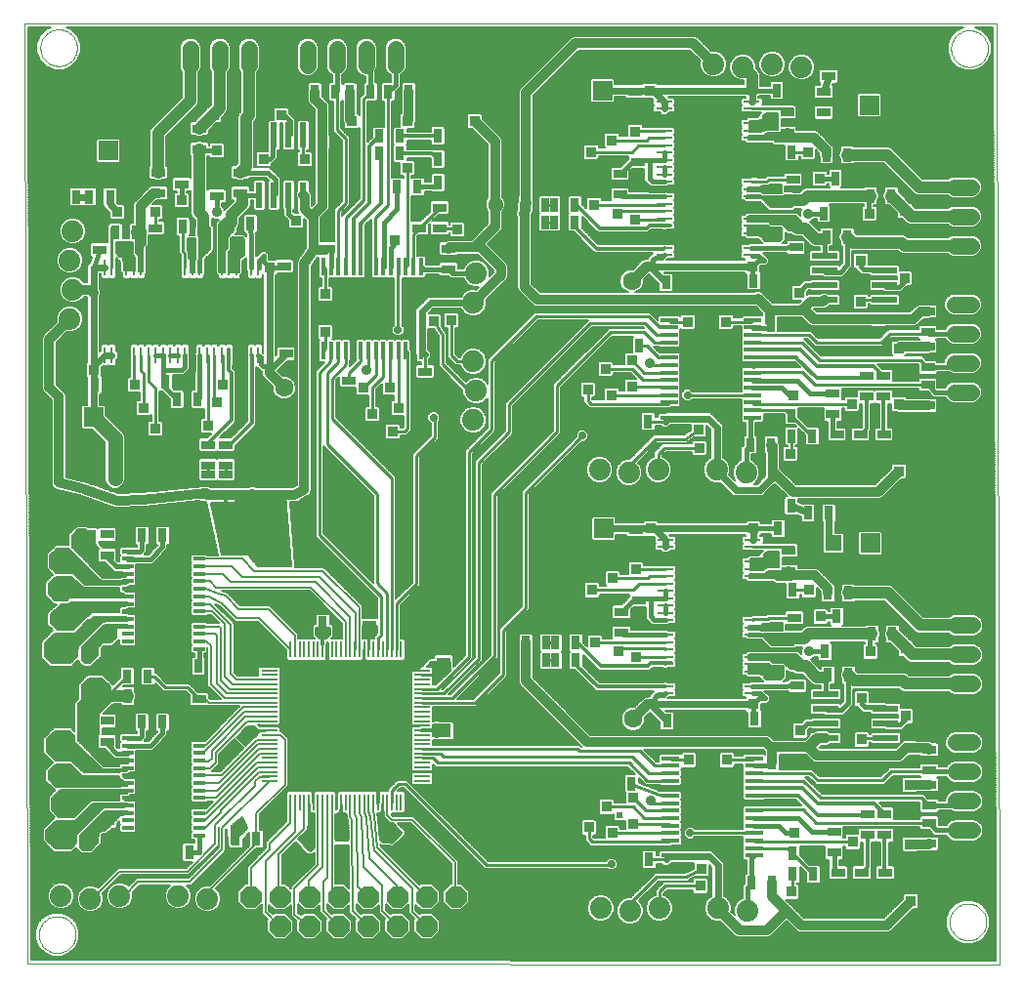
<source format=gtl>
G75*
%MOIN*%
%OFA0B0*%
%FSLAX24Y24*%
%IPPOS*%
%LPD*%
%AMOC8*
5,1,8,0,0,1.08239X$1,22.5*
%
%ADD10C,0.0000*%
%ADD11R,0.0580X0.0100*%
%ADD12R,0.1700X0.3250*%
%ADD13R,0.0320X0.0320*%
%ADD14R,0.0866X0.0236*%
%ADD15R,0.0591X0.0157*%
%ADD16R,0.0315X0.0472*%
%ADD17C,0.0740*%
%ADD18C,0.0650*%
%ADD19R,0.0650X0.0650*%
%ADD20R,0.0472X0.0315*%
%ADD21C,0.0560*%
%ADD22OC8,0.0630*%
%ADD23C,0.0630*%
%ADD24R,0.0100X0.0580*%
%ADD25R,0.3250X0.1700*%
%ADD26R,0.0236X0.0866*%
%ADD27R,0.0157X0.0591*%
%ADD28R,0.0580X0.0090*%
%ADD29R,0.0090X0.0580*%
%ADD30R,0.0394X0.0138*%
%ADD31R,0.1181X0.1969*%
%ADD32R,0.0740X0.0740*%
%ADD33OC8,0.0740*%
%ADD34C,0.0160*%
%ADD35R,0.0356X0.0356*%
%ADD36C,0.0320*%
%ADD37C,0.0500*%
%ADD38C,0.0060*%
%ADD39OC8,0.0240*%
%ADD40C,0.0240*%
%ADD41R,0.0240X0.0240*%
%ADD42C,0.0100*%
%ADD43C,0.0240*%
%ADD44C,0.0400*%
%ADD45C,0.0356*%
%ADD46R,0.0531X0.0531*%
%ADD47C,0.0120*%
%ADD48C,0.0090*%
D10*
X000320Y000280D02*
X000220Y032376D01*
X033390Y032376D01*
X033490Y000240D01*
X000320Y000280D01*
X000715Y001260D02*
X000717Y001310D01*
X000723Y001359D01*
X000733Y001408D01*
X000746Y001455D01*
X000764Y001502D01*
X000785Y001547D01*
X000809Y001590D01*
X000837Y001631D01*
X000868Y001670D01*
X000902Y001706D01*
X000939Y001740D01*
X000979Y001770D01*
X001020Y001797D01*
X001064Y001821D01*
X001109Y001841D01*
X001156Y001857D01*
X001204Y001870D01*
X001253Y001879D01*
X001303Y001884D01*
X001352Y001885D01*
X001402Y001882D01*
X001451Y001875D01*
X001500Y001864D01*
X001547Y001850D01*
X001593Y001831D01*
X001638Y001809D01*
X001681Y001784D01*
X001721Y001755D01*
X001759Y001723D01*
X001795Y001689D01*
X001828Y001651D01*
X001857Y001611D01*
X001883Y001569D01*
X001906Y001525D01*
X001925Y001479D01*
X001941Y001432D01*
X001953Y001383D01*
X001961Y001334D01*
X001965Y001285D01*
X001965Y001235D01*
X001961Y001186D01*
X001953Y001137D01*
X001941Y001088D01*
X001925Y001041D01*
X001906Y000995D01*
X001883Y000951D01*
X001857Y000909D01*
X001828Y000869D01*
X001795Y000831D01*
X001759Y000797D01*
X001721Y000765D01*
X001681Y000736D01*
X001638Y000711D01*
X001593Y000689D01*
X001547Y000670D01*
X001500Y000656D01*
X001451Y000645D01*
X001402Y000638D01*
X001352Y000635D01*
X001303Y000636D01*
X001253Y000641D01*
X001204Y000650D01*
X001156Y000663D01*
X001109Y000679D01*
X001064Y000699D01*
X001020Y000723D01*
X000979Y000750D01*
X000939Y000780D01*
X000902Y000814D01*
X000868Y000850D01*
X000837Y000889D01*
X000809Y000930D01*
X000785Y000973D01*
X000764Y001018D01*
X000746Y001065D01*
X000733Y001112D01*
X000723Y001161D01*
X000717Y001210D01*
X000715Y001260D01*
X000765Y031540D02*
X000767Y031590D01*
X000773Y031639D01*
X000783Y031688D01*
X000796Y031735D01*
X000814Y031782D01*
X000835Y031827D01*
X000859Y031870D01*
X000887Y031911D01*
X000918Y031950D01*
X000952Y031986D01*
X000989Y032020D01*
X001029Y032050D01*
X001070Y032077D01*
X001114Y032101D01*
X001159Y032121D01*
X001206Y032137D01*
X001254Y032150D01*
X001303Y032159D01*
X001353Y032164D01*
X001402Y032165D01*
X001452Y032162D01*
X001501Y032155D01*
X001550Y032144D01*
X001597Y032130D01*
X001643Y032111D01*
X001688Y032089D01*
X001731Y032064D01*
X001771Y032035D01*
X001809Y032003D01*
X001845Y031969D01*
X001878Y031931D01*
X001907Y031891D01*
X001933Y031849D01*
X001956Y031805D01*
X001975Y031759D01*
X001991Y031712D01*
X002003Y031663D01*
X002011Y031614D01*
X002015Y031565D01*
X002015Y031515D01*
X002011Y031466D01*
X002003Y031417D01*
X001991Y031368D01*
X001975Y031321D01*
X001956Y031275D01*
X001933Y031231D01*
X001907Y031189D01*
X001878Y031149D01*
X001845Y031111D01*
X001809Y031077D01*
X001771Y031045D01*
X001731Y031016D01*
X001688Y030991D01*
X001643Y030969D01*
X001597Y030950D01*
X001550Y030936D01*
X001501Y030925D01*
X001452Y030918D01*
X001402Y030915D01*
X001353Y030916D01*
X001303Y030921D01*
X001254Y030930D01*
X001206Y030943D01*
X001159Y030959D01*
X001114Y030979D01*
X001070Y031003D01*
X001029Y031030D01*
X000989Y031060D01*
X000952Y031094D01*
X000918Y031130D01*
X000887Y031169D01*
X000859Y031210D01*
X000835Y031253D01*
X000814Y031298D01*
X000796Y031345D01*
X000783Y031392D01*
X000773Y031441D01*
X000767Y031490D01*
X000765Y031540D01*
X031835Y031510D02*
X031837Y031560D01*
X031843Y031609D01*
X031853Y031658D01*
X031866Y031705D01*
X031884Y031752D01*
X031905Y031797D01*
X031929Y031840D01*
X031957Y031881D01*
X031988Y031920D01*
X032022Y031956D01*
X032059Y031990D01*
X032099Y032020D01*
X032140Y032047D01*
X032184Y032071D01*
X032229Y032091D01*
X032276Y032107D01*
X032324Y032120D01*
X032373Y032129D01*
X032423Y032134D01*
X032472Y032135D01*
X032522Y032132D01*
X032571Y032125D01*
X032620Y032114D01*
X032667Y032100D01*
X032713Y032081D01*
X032758Y032059D01*
X032801Y032034D01*
X032841Y032005D01*
X032879Y031973D01*
X032915Y031939D01*
X032948Y031901D01*
X032977Y031861D01*
X033003Y031819D01*
X033026Y031775D01*
X033045Y031729D01*
X033061Y031682D01*
X033073Y031633D01*
X033081Y031584D01*
X033085Y031535D01*
X033085Y031485D01*
X033081Y031436D01*
X033073Y031387D01*
X033061Y031338D01*
X033045Y031291D01*
X033026Y031245D01*
X033003Y031201D01*
X032977Y031159D01*
X032948Y031119D01*
X032915Y031081D01*
X032879Y031047D01*
X032841Y031015D01*
X032801Y030986D01*
X032758Y030961D01*
X032713Y030939D01*
X032667Y030920D01*
X032620Y030906D01*
X032571Y030895D01*
X032522Y030888D01*
X032472Y030885D01*
X032423Y030886D01*
X032373Y030891D01*
X032324Y030900D01*
X032276Y030913D01*
X032229Y030929D01*
X032184Y030949D01*
X032140Y030973D01*
X032099Y031000D01*
X032059Y031030D01*
X032022Y031064D01*
X031988Y031100D01*
X031957Y031139D01*
X031929Y031180D01*
X031905Y031223D01*
X031884Y031268D01*
X031866Y031315D01*
X031853Y031362D01*
X031843Y031411D01*
X031837Y031460D01*
X031835Y031510D01*
X031785Y001690D02*
X031787Y001740D01*
X031793Y001789D01*
X031803Y001838D01*
X031816Y001885D01*
X031834Y001932D01*
X031855Y001977D01*
X031879Y002020D01*
X031907Y002061D01*
X031938Y002100D01*
X031972Y002136D01*
X032009Y002170D01*
X032049Y002200D01*
X032090Y002227D01*
X032134Y002251D01*
X032179Y002271D01*
X032226Y002287D01*
X032274Y002300D01*
X032323Y002309D01*
X032373Y002314D01*
X032422Y002315D01*
X032472Y002312D01*
X032521Y002305D01*
X032570Y002294D01*
X032617Y002280D01*
X032663Y002261D01*
X032708Y002239D01*
X032751Y002214D01*
X032791Y002185D01*
X032829Y002153D01*
X032865Y002119D01*
X032898Y002081D01*
X032927Y002041D01*
X032953Y001999D01*
X032976Y001955D01*
X032995Y001909D01*
X033011Y001862D01*
X033023Y001813D01*
X033031Y001764D01*
X033035Y001715D01*
X033035Y001665D01*
X033031Y001616D01*
X033023Y001567D01*
X033011Y001518D01*
X032995Y001471D01*
X032976Y001425D01*
X032953Y001381D01*
X032927Y001339D01*
X032898Y001299D01*
X032865Y001261D01*
X032829Y001227D01*
X032791Y001195D01*
X032751Y001166D01*
X032708Y001141D01*
X032663Y001119D01*
X032617Y001100D01*
X032570Y001086D01*
X032521Y001075D01*
X032472Y001068D01*
X032422Y001065D01*
X032373Y001066D01*
X032323Y001071D01*
X032274Y001080D01*
X032226Y001093D01*
X032179Y001109D01*
X032134Y001129D01*
X032090Y001153D01*
X032049Y001180D01*
X032009Y001210D01*
X031972Y001244D01*
X031938Y001280D01*
X031907Y001319D01*
X031879Y001360D01*
X031855Y001403D01*
X031834Y001448D01*
X031816Y001495D01*
X031803Y001542D01*
X031793Y001591D01*
X031787Y001640D01*
X031785Y001690D01*
D11*
X025070Y009500D03*
X025070Y009740D03*
X025070Y010000D03*
X025070Y010240D03*
X025070Y010500D03*
X025070Y010740D03*
X025070Y011000D03*
X025070Y011240D03*
X025070Y011500D03*
X025070Y011740D03*
X025070Y012000D03*
X025070Y012240D03*
X025070Y012500D03*
X025070Y012740D03*
X025070Y013000D03*
X025070Y013240D03*
X025070Y013500D03*
X025070Y013740D03*
X025070Y014000D03*
X025070Y014240D03*
X025070Y014500D03*
X025070Y014740D03*
X022090Y014740D03*
X022090Y014500D03*
X022090Y014240D03*
X022090Y014000D03*
X022090Y013740D03*
X022090Y013500D03*
X022090Y013240D03*
X022090Y013000D03*
X022090Y012740D03*
X022090Y012500D03*
X022090Y012240D03*
X022090Y012000D03*
X022090Y011740D03*
X022090Y011500D03*
X022090Y011240D03*
X022090Y011000D03*
X022090Y010740D03*
X022090Y010500D03*
X022090Y010240D03*
X022090Y010000D03*
X022090Y009740D03*
X022090Y009500D03*
X022050Y024460D03*
X022050Y024700D03*
X022050Y024960D03*
X022050Y025200D03*
X022050Y025460D03*
X022050Y025700D03*
X022050Y025960D03*
X022050Y026200D03*
X022050Y026460D03*
X022050Y026700D03*
X022050Y026960D03*
X022050Y027200D03*
X022050Y027460D03*
X022050Y027700D03*
X022050Y027960D03*
X022050Y028200D03*
X022050Y028460D03*
X022050Y028700D03*
X022050Y028960D03*
X022050Y029200D03*
X022050Y029460D03*
X022050Y029700D03*
X025030Y029700D03*
X025030Y029460D03*
X025030Y029200D03*
X025030Y028960D03*
X025030Y028700D03*
X025030Y028460D03*
X025030Y028200D03*
X025030Y027960D03*
X025030Y027700D03*
X025030Y027460D03*
X025030Y027200D03*
X025030Y026960D03*
X025030Y026700D03*
X025030Y026460D03*
X025030Y026200D03*
X025030Y025960D03*
X025030Y025700D03*
X025030Y025460D03*
X025030Y025200D03*
X025030Y024960D03*
X025030Y024700D03*
X025030Y024460D03*
D12*
X023540Y027080D03*
X023580Y012120D03*
D13*
X023380Y012320D03*
X023380Y011920D03*
X023380Y011520D03*
X023380Y011120D03*
X022980Y011120D03*
X022980Y011520D03*
X022980Y011920D03*
X022980Y012320D03*
X022980Y012720D03*
X023380Y012720D03*
X023780Y012720D03*
X023780Y012320D03*
X023780Y011920D03*
X023780Y011520D03*
X023780Y011120D03*
X024180Y011120D03*
X024180Y011520D03*
X024180Y011920D03*
X024180Y012320D03*
X024180Y012720D03*
X024180Y013120D03*
X024180Y013520D03*
X023780Y013520D03*
X023780Y013120D03*
X023380Y013120D03*
X023380Y013520D03*
X022980Y013520D03*
X022980Y013120D03*
X022980Y010720D03*
X023380Y010720D03*
X023780Y010720D03*
X024180Y010720D03*
X024140Y025680D03*
X024140Y026080D03*
X023740Y026080D03*
X023740Y025680D03*
X023340Y025680D03*
X023340Y026080D03*
X022940Y026080D03*
X022940Y025680D03*
X022940Y026480D03*
X022940Y026880D03*
X022940Y027280D03*
X022940Y027680D03*
X022940Y028080D03*
X023340Y028080D03*
X023340Y027680D03*
X023340Y027280D03*
X023340Y026880D03*
X023340Y026480D03*
X023740Y026480D03*
X023740Y026880D03*
X023740Y027280D03*
X023740Y027680D03*
X023740Y028080D03*
X024140Y028080D03*
X024140Y027680D03*
X024140Y027280D03*
X024140Y026880D03*
X024140Y026480D03*
X024140Y028480D03*
X023740Y028480D03*
X023340Y028480D03*
X022940Y028480D03*
X006980Y023130D03*
X006980Y022730D03*
X006980Y022330D03*
X006980Y021930D03*
X006580Y021930D03*
X006580Y022330D03*
X006580Y022730D03*
X006580Y023130D03*
X006180Y023130D03*
X006180Y022730D03*
X006180Y022330D03*
X006180Y021930D03*
X005780Y021930D03*
X005780Y022330D03*
X005780Y022730D03*
X005780Y023130D03*
X005380Y023130D03*
X005380Y022730D03*
X005380Y022330D03*
X005380Y021930D03*
X004980Y021930D03*
X004980Y022330D03*
X004980Y022730D03*
X004980Y023130D03*
X004580Y023130D03*
X004580Y022730D03*
X004580Y022330D03*
X004580Y021930D03*
X004180Y021930D03*
X004180Y022330D03*
X004180Y022730D03*
X004180Y023130D03*
X004560Y013480D03*
X004560Y013080D03*
X004960Y013080D03*
X004960Y013480D03*
X005360Y013480D03*
X005360Y013080D03*
X005360Y012680D03*
X005360Y012280D03*
X005360Y011880D03*
X004960Y011880D03*
X004960Y012280D03*
X004960Y012680D03*
X004560Y012680D03*
X004560Y012280D03*
X004560Y011880D03*
X004560Y007110D03*
X004560Y006710D03*
X004560Y006310D03*
X004560Y005910D03*
X004960Y005910D03*
X004960Y006310D03*
X004960Y006710D03*
X004960Y007110D03*
X005360Y007110D03*
X005360Y006710D03*
X005360Y006310D03*
X005360Y005910D03*
X005360Y005510D03*
X004960Y005510D03*
X004560Y005510D03*
D14*
X027556Y007970D03*
X027556Y008470D03*
X027556Y008970D03*
X027556Y009470D03*
X029604Y009470D03*
X029604Y008970D03*
X029604Y008470D03*
X029604Y007970D03*
X029564Y022930D03*
X029564Y023430D03*
X029564Y023930D03*
X029564Y024430D03*
X027516Y024430D03*
X027516Y023930D03*
X027516Y023430D03*
X027516Y022930D03*
D15*
X025067Y022243D03*
X025067Y021987D03*
X025067Y021732D03*
X025067Y021476D03*
X025067Y021220D03*
X025067Y020964D03*
X025067Y020708D03*
X025067Y020452D03*
X025067Y020196D03*
X025067Y019940D03*
X025067Y019684D03*
X025067Y019428D03*
X025067Y019173D03*
X025067Y018917D03*
X022213Y018917D03*
X022213Y019173D03*
X022213Y019428D03*
X022213Y019684D03*
X022213Y019940D03*
X022213Y020196D03*
X022213Y020452D03*
X022213Y020708D03*
X022213Y020964D03*
X022213Y021220D03*
X022213Y021476D03*
X022213Y021732D03*
X022213Y021987D03*
X022213Y022243D03*
X022253Y007283D03*
X022253Y007027D03*
X022253Y006772D03*
X022253Y006516D03*
X022253Y006260D03*
X022253Y006004D03*
X022253Y005748D03*
X022253Y005492D03*
X022253Y005236D03*
X022253Y004980D03*
X022253Y004724D03*
X022253Y004468D03*
X022253Y004213D03*
X022253Y003957D03*
X025107Y003957D03*
X025107Y004213D03*
X025107Y004468D03*
X025107Y004724D03*
X025107Y004980D03*
X025107Y005236D03*
X025107Y005492D03*
X025107Y005748D03*
X025107Y006004D03*
X025107Y006260D03*
X025107Y006516D03*
X025107Y006772D03*
X025107Y007027D03*
X025107Y007283D03*
D16*
X025726Y007120D03*
X026434Y007120D03*
X025134Y008620D03*
X024426Y008620D03*
X022854Y008560D03*
X022146Y008560D03*
X020924Y006410D03*
X020216Y006410D03*
X020826Y003820D03*
X021534Y003820D03*
X025026Y003020D03*
X025734Y003020D03*
X026426Y003320D03*
X026426Y004020D03*
X027134Y004020D03*
X027134Y003320D03*
X027626Y010120D03*
X028334Y010120D03*
X028234Y010920D03*
X027526Y010920D03*
X027926Y012120D03*
X028634Y012120D03*
X029126Y011520D03*
X029834Y011520D03*
X028334Y012920D03*
X027626Y012920D03*
X026434Y013020D03*
X025726Y013020D03*
X025926Y015120D03*
X025676Y015900D03*
X026384Y015900D03*
X026956Y015660D03*
X026634Y015120D03*
X027664Y015660D03*
X027094Y018280D03*
X026386Y018280D03*
X025694Y017980D03*
X024986Y017980D03*
X026386Y018980D03*
X027094Y018980D03*
X026394Y022080D03*
X025686Y022080D03*
X025094Y023580D03*
X024386Y023580D03*
X022814Y023520D03*
X022106Y023520D03*
X021194Y021380D03*
X020486Y021380D03*
X020786Y018780D03*
X021494Y018780D03*
X027586Y025080D03*
X028294Y025080D03*
X028194Y025880D03*
X027486Y025880D03*
X027886Y027080D03*
X028594Y027080D03*
X029086Y026480D03*
X029794Y026480D03*
X028294Y027880D03*
X027586Y027880D03*
X026394Y027980D03*
X025686Y027980D03*
X025886Y030080D03*
X026594Y030080D03*
X018994Y026180D03*
X018994Y025580D03*
X018286Y025580D03*
X017994Y025580D03*
X017994Y026180D03*
X018286Y026180D03*
X017286Y026180D03*
X017286Y025580D03*
X015034Y026930D03*
X014326Y026930D03*
X013634Y026790D03*
X012926Y026790D03*
X013034Y027930D03*
X013034Y028520D03*
X012326Y028520D03*
X012326Y027930D03*
X014326Y027730D03*
X015034Y027730D03*
X015034Y028530D03*
X014326Y028530D03*
X013334Y030030D03*
X012626Y030030D03*
X012034Y030030D03*
X011326Y030030D03*
X010834Y030030D03*
X010126Y030030D03*
X007934Y025530D03*
X007226Y025530D03*
X006334Y025430D03*
X005626Y025430D03*
X004034Y025230D03*
X003326Y025230D03*
X003144Y026450D03*
X002436Y026450D03*
X002004Y026450D03*
X001296Y026450D03*
X002626Y020030D03*
X003334Y020030D03*
X005026Y020130D03*
X005426Y019530D03*
X005734Y020130D03*
X006134Y019530D03*
X004934Y014890D03*
X004226Y014890D03*
X005446Y010420D03*
X006154Y010420D03*
X004434Y010080D03*
X004454Y009410D03*
X003746Y009410D03*
X003726Y010080D03*
X004226Y008520D03*
X004934Y008520D03*
G36*
X006931Y007512D02*
X007153Y007734D01*
X007485Y007402D01*
X007263Y007180D01*
X006931Y007512D01*
G37*
G36*
X007432Y008013D02*
X007654Y008235D01*
X007986Y007903D01*
X007764Y007681D01*
X007432Y008013D01*
G37*
X007426Y004520D03*
X008134Y004520D03*
G36*
X009049Y004003D02*
X009289Y004205D01*
X009591Y003845D01*
X009351Y003643D01*
X009049Y004003D01*
G37*
G36*
X009591Y004459D02*
X009831Y004661D01*
X010133Y004301D01*
X009893Y004099D01*
X009591Y004459D01*
G37*
G36*
X012759Y004352D02*
X012537Y004574D01*
X012869Y004906D01*
X013091Y004684D01*
X012759Y004352D01*
G37*
G36*
X013260Y003851D02*
X013038Y004073D01*
X013370Y004405D01*
X013592Y004183D01*
X013260Y003851D01*
G37*
X014636Y008220D03*
X015344Y008220D03*
X017326Y010620D03*
X017326Y011220D03*
X018034Y011220D03*
X018326Y011220D03*
X018326Y010620D03*
X018034Y010620D03*
X019034Y010620D03*
X019034Y011220D03*
X010404Y011890D03*
X009696Y011890D03*
X005844Y004070D03*
X005136Y004070D03*
D17*
X005470Y002580D03*
X004470Y002480D03*
X003470Y002580D03*
X002470Y002480D03*
X001470Y002580D03*
X001470Y004700D03*
X001570Y005700D03*
X001470Y006700D03*
X001570Y007700D03*
X001560Y009490D03*
X001470Y011070D03*
X001570Y012070D03*
X001470Y013070D03*
X001570Y014070D03*
X001770Y020280D03*
X001870Y021280D03*
X001770Y022280D03*
X001870Y023280D03*
X001770Y024280D03*
X001870Y025280D03*
X015630Y023830D03*
X015530Y022830D03*
X015630Y021830D03*
X015530Y020830D03*
X015630Y019830D03*
X015530Y018830D03*
X019840Y017130D03*
X020840Y017030D03*
X021840Y017130D03*
X022840Y017030D03*
X023840Y017130D03*
X024840Y017030D03*
X024730Y030880D03*
X023730Y030980D03*
X022730Y030880D03*
X021730Y030980D03*
X025730Y030980D03*
X026730Y030880D03*
X006470Y002480D03*
X019880Y002170D03*
X020880Y002070D03*
X021880Y002170D03*
X022880Y002070D03*
X023880Y002170D03*
X024880Y002070D03*
D18*
X031080Y014620D03*
X018980Y015120D03*
X031040Y029580D03*
X018940Y030080D03*
X003080Y030030D03*
X002580Y017930D03*
D19*
X002580Y018930D03*
X003080Y028030D03*
X019940Y030080D03*
X029040Y029580D03*
X019980Y015120D03*
X029080Y014620D03*
D20*
X026480Y012074D03*
X026480Y011366D03*
X026580Y010474D03*
X026580Y009766D03*
X026280Y013666D03*
X026280Y014374D03*
X027940Y017626D03*
X027940Y018334D03*
X027800Y019026D03*
X027800Y019734D03*
X028940Y019626D03*
X029530Y019626D03*
X029530Y020334D03*
X028940Y020334D03*
X028740Y018334D03*
X029540Y018334D03*
X029540Y017626D03*
X028740Y017626D03*
X031040Y019326D03*
X031040Y020034D03*
X031040Y020626D03*
X031040Y021334D03*
X031040Y021826D03*
X031040Y022534D03*
X026540Y024726D03*
X026540Y025434D03*
X026440Y026326D03*
X026440Y027034D03*
X026240Y028626D03*
X026240Y029334D03*
X027490Y029326D03*
X027490Y030034D03*
X027650Y030566D03*
X027650Y031274D03*
X021040Y030034D03*
X021040Y029326D03*
X021140Y027634D03*
X021140Y026926D03*
X020540Y027234D03*
X020540Y026526D03*
X014680Y024684D03*
X014680Y023976D03*
X014380Y025376D03*
X013680Y025376D03*
X013680Y026084D03*
X014380Y026084D03*
X010580Y025384D03*
X010580Y024676D03*
X009080Y024084D03*
X009080Y023376D03*
X009140Y021804D03*
X009140Y021096D03*
X011280Y020184D03*
X011280Y019476D03*
X013880Y019776D03*
X013880Y020484D03*
X007580Y026576D03*
X007580Y027284D03*
X006780Y027184D03*
X006180Y028076D03*
X005580Y027584D03*
X005580Y026876D03*
X004780Y026576D03*
X004780Y027284D03*
X006180Y028784D03*
X006780Y026476D03*
X004680Y025384D03*
X004680Y024676D03*
X002780Y024646D03*
X002780Y025354D03*
X006480Y017984D03*
X007080Y017984D03*
X007080Y017276D03*
X007080Y016984D03*
X006480Y016984D03*
X006480Y017276D03*
X006480Y016276D03*
X007080Y016276D03*
X003040Y014924D03*
X002430Y014926D03*
X002430Y015634D03*
X003040Y014216D03*
X003050Y011494D03*
X003050Y010786D03*
X003040Y008554D03*
X003040Y007846D03*
X003050Y005124D03*
X003050Y004416D03*
X006180Y008596D03*
X006180Y009304D03*
X011050Y004554D03*
X011050Y003846D03*
X014520Y010576D03*
X014520Y011284D03*
X012000Y011826D03*
X012000Y012534D03*
X020580Y012274D03*
X021180Y011966D03*
X020580Y011566D03*
X021180Y012674D03*
X021080Y014366D03*
X021080Y015074D03*
X031080Y007574D03*
X031080Y006866D03*
X031080Y006374D03*
X031080Y005666D03*
X031080Y005074D03*
X031080Y004366D03*
X029570Y004666D03*
X028980Y004666D03*
X028980Y005374D03*
X029570Y005374D03*
X027840Y004774D03*
X027840Y004066D03*
X027980Y003374D03*
X027980Y002666D03*
X028780Y002666D03*
X028780Y003374D03*
X029580Y003374D03*
X029580Y002666D03*
D21*
X032000Y004820D02*
X032560Y004820D01*
X032560Y005820D02*
X032000Y005820D01*
X032000Y006820D02*
X032560Y006820D01*
X032560Y007820D02*
X032000Y007820D01*
X032000Y008820D02*
X032560Y008820D01*
X032560Y009820D02*
X032000Y009820D01*
X032000Y010820D02*
X032560Y010820D01*
X032560Y011820D02*
X032000Y011820D01*
X031960Y019780D02*
X032520Y019780D01*
X032520Y020780D02*
X031960Y020780D01*
X031960Y021780D02*
X032520Y021780D01*
X032520Y022780D02*
X031960Y022780D01*
X031960Y023780D02*
X032520Y023780D01*
X032520Y024780D02*
X031960Y024780D01*
X031960Y025780D02*
X032520Y025780D01*
X032520Y026780D02*
X031960Y026780D01*
X012880Y030950D02*
X012880Y031510D01*
X011880Y031510D02*
X011880Y030950D01*
X010880Y030950D02*
X010880Y031510D01*
X009880Y031510D02*
X009880Y030950D01*
X008880Y030950D02*
X008880Y031510D01*
X007880Y031510D02*
X007880Y030950D01*
X006880Y030950D02*
X006880Y031510D01*
X005880Y031510D02*
X005880Y030950D01*
D22*
X009080Y018530D03*
X019540Y023580D03*
X019580Y008620D03*
D23*
X020980Y008620D03*
X009080Y019930D03*
X020940Y023580D03*
D24*
X008200Y024020D03*
X007960Y024020D03*
X007700Y024020D03*
X007460Y024020D03*
X007200Y024020D03*
X006960Y024020D03*
X006700Y024020D03*
X006460Y024020D03*
X006200Y024020D03*
X005960Y024020D03*
X005700Y024020D03*
X005460Y024020D03*
X005200Y024020D03*
X004960Y024020D03*
X004700Y024020D03*
X004460Y024020D03*
X004200Y024020D03*
X003960Y024020D03*
X003700Y024020D03*
X003460Y024020D03*
X003200Y024020D03*
X002960Y024020D03*
X002960Y021040D03*
X003200Y021040D03*
X003460Y021040D03*
X003700Y021040D03*
X003960Y021040D03*
X004200Y021040D03*
X004460Y021040D03*
X004700Y021040D03*
X004960Y021040D03*
X005200Y021040D03*
X005460Y021040D03*
X005700Y021040D03*
X005960Y021040D03*
X006200Y021040D03*
X006460Y021040D03*
X006700Y021040D03*
X006960Y021040D03*
X007200Y021040D03*
X007460Y021040D03*
X007700Y021040D03*
X007960Y021040D03*
X008200Y021040D03*
D25*
X005580Y022530D03*
D26*
X008230Y026506D03*
X008730Y026506D03*
X009230Y026506D03*
X009730Y026506D03*
X009730Y028554D03*
X009230Y028554D03*
X008730Y028554D03*
X008230Y028554D03*
D27*
X010417Y024057D03*
X010673Y024057D03*
X010928Y024057D03*
X011184Y024057D03*
X011440Y024057D03*
X011696Y024057D03*
X011952Y024057D03*
X012208Y024057D03*
X012464Y024057D03*
X012720Y024057D03*
X012976Y024057D03*
X013232Y024057D03*
X013487Y024057D03*
X013743Y024057D03*
X013743Y021203D03*
X013487Y021203D03*
X013232Y021203D03*
X012976Y021203D03*
X012720Y021203D03*
X012464Y021203D03*
X012208Y021203D03*
X011952Y021203D03*
X011696Y021203D03*
X011440Y021203D03*
X011184Y021203D03*
X010928Y021203D03*
X010673Y021203D03*
X010417Y021203D03*
D28*
X008575Y010280D03*
X008575Y010122D03*
X008575Y009965D03*
X008575Y009807D03*
X008575Y009650D03*
X008575Y009492D03*
X008575Y009335D03*
X008575Y009177D03*
X008575Y009020D03*
X008575Y008862D03*
X008575Y008705D03*
X008575Y008547D03*
X008575Y008390D03*
X008575Y008233D03*
X008575Y008075D03*
X008575Y007918D03*
X008575Y007760D03*
X008575Y007603D03*
X008575Y007445D03*
X008575Y007288D03*
X008575Y007130D03*
X008575Y006973D03*
X008575Y006815D03*
X008575Y006658D03*
X008575Y006500D03*
X013785Y006500D03*
X013785Y006658D03*
X013785Y006815D03*
X013785Y006973D03*
X013785Y007130D03*
X013785Y007288D03*
X013785Y007445D03*
X013785Y007603D03*
X013785Y007760D03*
X013785Y007918D03*
X013785Y008075D03*
X013785Y008233D03*
X013785Y008390D03*
X013785Y008547D03*
X013785Y008705D03*
X013785Y008862D03*
X013785Y009020D03*
X013785Y009177D03*
X013785Y009335D03*
X013785Y009492D03*
X013785Y009650D03*
X013785Y009807D03*
X013785Y009965D03*
X013785Y010122D03*
X013785Y010280D03*
D29*
X013070Y010995D03*
X012912Y010995D03*
X012755Y010995D03*
X012597Y010995D03*
X012440Y010995D03*
X012282Y010995D03*
X012125Y010995D03*
X011967Y010995D03*
X011810Y010995D03*
X011652Y010995D03*
X011495Y010995D03*
X011337Y010995D03*
X011180Y010995D03*
X011023Y010995D03*
X010865Y010995D03*
X010708Y010995D03*
X010550Y010995D03*
X010393Y010995D03*
X010235Y010995D03*
X010078Y010995D03*
X009920Y010995D03*
X009763Y010995D03*
X009605Y010995D03*
X009448Y010995D03*
X009290Y010995D03*
X009290Y005785D03*
X009448Y005785D03*
X009605Y005785D03*
X009763Y005785D03*
X009920Y005785D03*
X010078Y005785D03*
X010235Y005785D03*
X010393Y005785D03*
X010550Y005785D03*
X010708Y005785D03*
X010865Y005785D03*
X011023Y005785D03*
X011180Y005785D03*
X011337Y005785D03*
X011495Y005785D03*
X011652Y005785D03*
X011810Y005785D03*
X011967Y005785D03*
X012125Y005785D03*
X012282Y005785D03*
X012440Y005785D03*
X012597Y005785D03*
X012755Y005785D03*
X012912Y005785D03*
X013070Y005785D03*
D30*
X006176Y005670D03*
X006176Y005414D03*
X006176Y005158D03*
X006176Y004903D03*
X006176Y004647D03*
X006176Y005926D03*
X006176Y006182D03*
X006176Y006438D03*
X006176Y006694D03*
X006176Y006950D03*
X006176Y007206D03*
X006176Y007462D03*
X006176Y007717D03*
X006176Y007973D03*
X003744Y007973D03*
X003744Y007717D03*
X003744Y007462D03*
X003744Y007206D03*
X003744Y006950D03*
X003744Y006694D03*
X003744Y006438D03*
X003744Y006182D03*
X003744Y005926D03*
X003744Y005670D03*
X003744Y005414D03*
X003744Y005158D03*
X003744Y004903D03*
X003744Y004647D03*
X003744Y011017D03*
X003744Y011273D03*
X003744Y011528D03*
X003744Y011784D03*
X003744Y012040D03*
X003744Y012296D03*
X003744Y012552D03*
X003744Y012808D03*
X003744Y013064D03*
X003744Y013320D03*
X003744Y013576D03*
X003744Y013832D03*
X003744Y014087D03*
X003744Y014343D03*
X006176Y014343D03*
X006176Y014087D03*
X006176Y013832D03*
X006176Y013576D03*
X006176Y013320D03*
X006176Y013064D03*
X006176Y012808D03*
X006176Y012552D03*
X006176Y012296D03*
X006176Y012040D03*
X006176Y011784D03*
X006176Y011528D03*
X006176Y011273D03*
X006176Y011017D03*
D31*
X004960Y012680D03*
X004960Y006310D03*
D32*
X002700Y009490D03*
D33*
X007940Y002550D03*
X007940Y001550D03*
X008940Y001550D03*
X008940Y002550D03*
X009940Y002550D03*
X009940Y001550D03*
X010940Y001550D03*
X010940Y002550D03*
X011940Y002550D03*
X011940Y001550D03*
X012940Y001550D03*
X012940Y002550D03*
X013940Y002550D03*
X013940Y001550D03*
X014940Y001550D03*
X014940Y002550D03*
D34*
X020826Y003820D02*
X021218Y004213D01*
X022253Y004213D01*
X024880Y002874D02*
X024880Y002070D01*
X024880Y002874D02*
X025026Y003020D01*
X025026Y003875D01*
X025107Y003957D01*
X025127Y004960D02*
X025107Y004980D01*
X025127Y004960D02*
X025940Y004960D01*
X026180Y004720D01*
X026480Y004720D01*
X026630Y005220D02*
X025123Y005220D01*
X025107Y005236D01*
X025135Y005720D02*
X025107Y005748D01*
X025115Y007020D02*
X025107Y007027D01*
X025115Y007020D02*
X025626Y007020D01*
X025726Y007120D01*
X026680Y008220D02*
X026930Y008470D01*
X027556Y008470D01*
X027606Y008920D02*
X027556Y008970D01*
X027606Y008920D02*
X028080Y008920D01*
X028334Y009174D01*
X028334Y010120D01*
X028780Y009320D02*
X028780Y009120D01*
X028880Y009020D01*
X029554Y009020D01*
X029604Y008970D01*
X029604Y008470D02*
X029654Y008420D01*
X030080Y008420D01*
X030280Y008620D01*
X030280Y008720D01*
X031080Y006866D02*
X031126Y006820D01*
X032280Y006820D01*
X032280Y005820D02*
X032126Y005666D01*
X031080Y005666D01*
X031080Y005074D02*
X031334Y004820D01*
X032280Y004820D01*
X027980Y003374D02*
X027840Y003514D01*
X027840Y004066D01*
X027840Y004774D02*
X027076Y004774D01*
X026630Y005220D01*
X025134Y008620D02*
X025080Y009120D01*
X025280Y009320D01*
X025480Y009320D01*
X025310Y009490D01*
X025080Y009490D01*
X025070Y009740D02*
X025954Y009740D01*
X026580Y009766D01*
X027556Y010051D02*
X027556Y009470D01*
X027556Y010051D02*
X027626Y010120D01*
X027526Y010920D02*
X026980Y010920D01*
X027380Y012120D02*
X027926Y012120D01*
X029071Y011366D02*
X029071Y010929D01*
X029080Y010920D01*
X029834Y011466D02*
X030280Y011020D01*
X029834Y011466D02*
X029834Y011520D01*
X025780Y012320D02*
X025780Y012820D01*
X025680Y013020D02*
X025680Y012420D01*
X025580Y012420D01*
X025580Y012320D01*
X025780Y012320D01*
X025580Y012420D02*
X025580Y013220D01*
X025480Y013220D01*
X025480Y013120D01*
X025280Y013120D01*
X025280Y013020D01*
X025680Y013020D01*
X025480Y013020D02*
X025480Y012420D01*
X025580Y012420D01*
X025480Y012420D02*
X025480Y012220D01*
X025380Y012220D02*
X025380Y013020D01*
X025480Y013020D01*
X025480Y013220D02*
X024880Y013220D01*
X024880Y012220D01*
X024780Y012220D01*
X024780Y013240D01*
X025070Y013240D01*
X025580Y013220D02*
X025726Y013220D01*
X025280Y012740D02*
X025070Y012740D01*
X025280Y012740D02*
X025280Y012220D01*
X025380Y012220D01*
X025070Y012240D02*
X025070Y012500D01*
X025080Y015120D02*
X025926Y015120D01*
X024840Y017030D02*
X024840Y017834D01*
X024986Y017980D01*
X024986Y018835D01*
X025067Y018917D01*
X025067Y019940D02*
X025067Y019940D01*
X026070Y019940D01*
X026330Y019680D01*
X026440Y019680D01*
X026590Y020180D02*
X025083Y020180D01*
X025067Y020196D01*
X025095Y020680D02*
X025067Y020708D01*
X025075Y021980D02*
X025067Y021987D01*
X025075Y021980D02*
X025586Y021980D01*
X025686Y022080D01*
X025640Y022180D01*
X026640Y023180D02*
X026890Y023430D01*
X027516Y023430D01*
X027566Y023880D02*
X027516Y023930D01*
X027566Y023880D02*
X028040Y023880D01*
X028294Y024134D01*
X028294Y025080D01*
X027586Y025080D02*
X027516Y025011D01*
X027516Y024430D01*
X026540Y024726D02*
X025914Y024700D01*
X025030Y024700D01*
X025040Y024450D02*
X025270Y024450D01*
X025440Y024280D01*
X025240Y024280D01*
X025040Y024080D01*
X025094Y023580D01*
X026940Y025880D02*
X027486Y025880D01*
X027340Y027080D02*
X027886Y027080D01*
X029031Y026326D02*
X029031Y025889D01*
X029040Y025880D01*
X029794Y026426D02*
X029794Y026480D01*
X029794Y026426D02*
X030240Y025980D01*
X028740Y024280D02*
X028740Y024080D01*
X028840Y023980D01*
X029514Y023980D01*
X029564Y023930D01*
X029564Y023430D02*
X029614Y023380D01*
X030040Y023380D01*
X030240Y023580D01*
X030240Y023680D01*
X031040Y021826D02*
X031086Y021780D01*
X032240Y021780D01*
X032240Y020780D02*
X032086Y020626D01*
X031040Y020626D01*
X031040Y020034D02*
X031294Y019780D01*
X032240Y019780D01*
X027800Y019734D02*
X027036Y019734D01*
X026590Y020180D01*
X027800Y019026D02*
X027800Y018474D01*
X027940Y018334D01*
X022213Y019173D02*
X021178Y019173D01*
X020786Y018780D01*
X020880Y015120D02*
X020926Y015074D01*
X021080Y015074D01*
X021134Y014420D02*
X021080Y014366D01*
X022090Y013000D02*
X022090Y012740D01*
X021580Y012740D01*
X021580Y012120D01*
X021700Y012000D01*
X022090Y012000D01*
X022090Y012240D02*
X022090Y012500D01*
X021580Y012740D02*
X021246Y012740D01*
X021180Y012674D01*
X020980Y012674D01*
X020580Y012274D01*
X021180Y011966D02*
X021334Y011966D01*
X021580Y011720D01*
X022070Y011720D01*
X022090Y011740D01*
X022090Y011500D02*
X020646Y011500D01*
X020580Y011566D01*
X022090Y009500D02*
X022010Y009420D01*
X021780Y009420D01*
X021710Y009350D01*
X021710Y009120D01*
X013880Y019776D02*
X013487Y020168D01*
X013487Y021203D01*
X014826Y023830D02*
X014680Y023976D01*
X013825Y023976D01*
X013743Y024057D01*
X012720Y024057D02*
X012710Y024067D01*
X012710Y024710D01*
X012860Y024860D01*
X012860Y024970D01*
X012480Y025580D02*
X012480Y024073D01*
X012464Y024057D01*
X011980Y024085D02*
X011952Y024057D01*
X010680Y024065D02*
X010673Y024057D01*
X010680Y024065D02*
X010680Y024576D01*
X010580Y024676D01*
X010480Y024630D01*
X009480Y025630D02*
X009230Y025880D01*
X009230Y026506D01*
X008780Y026556D02*
X008780Y027030D01*
X008526Y027284D01*
X007580Y027284D01*
X007580Y026576D02*
X007649Y026506D01*
X008230Y026506D01*
X008730Y026506D02*
X008780Y026556D01*
X008580Y027730D02*
X008380Y027730D01*
X008580Y027730D02*
X008680Y027830D01*
X008680Y028504D01*
X008730Y028554D01*
X009230Y028554D02*
X009280Y028604D01*
X009280Y029030D01*
X009080Y029230D01*
X008980Y029230D01*
X010834Y030030D02*
X010880Y030076D01*
X010880Y031230D01*
X011880Y031230D02*
X012034Y031076D01*
X012034Y030030D01*
X012626Y030030D02*
X012880Y030284D01*
X012880Y031230D01*
X014326Y026930D02*
X014186Y026790D01*
X013634Y026790D01*
X012926Y026790D02*
X012926Y026026D01*
X012480Y025580D01*
X014826Y023830D02*
X015630Y023830D01*
X020540Y026526D02*
X020606Y026460D01*
X022050Y026460D01*
X022030Y026680D02*
X022050Y026700D01*
X022030Y026680D02*
X021540Y026680D01*
X021294Y026926D01*
X021140Y026926D01*
X021540Y027080D02*
X021540Y027700D01*
X021206Y027700D01*
X021140Y027634D01*
X020940Y027634D01*
X020540Y027234D01*
X021540Y027080D02*
X021660Y026960D01*
X022050Y026960D01*
X022050Y027200D02*
X022050Y027460D01*
X022050Y027700D02*
X022050Y027960D01*
X022050Y027700D02*
X021540Y027700D01*
X021040Y029326D02*
X021094Y029380D01*
X021040Y030034D02*
X020886Y030034D01*
X020840Y030080D01*
X024740Y028200D02*
X024740Y027180D01*
X024840Y027180D01*
X024840Y028180D01*
X025440Y028180D01*
X025440Y028080D01*
X025240Y028080D01*
X025240Y027980D01*
X025640Y027980D01*
X025640Y027380D01*
X025540Y027380D01*
X025540Y027280D01*
X025740Y027280D01*
X025740Y027780D01*
X025440Y027980D02*
X025440Y027380D01*
X025540Y027380D01*
X025540Y028180D01*
X025440Y028180D01*
X025540Y028180D02*
X025686Y028180D01*
X025440Y027980D02*
X025340Y027980D01*
X025340Y027180D01*
X025240Y027180D01*
X025240Y027700D01*
X025030Y027700D01*
X025030Y027460D02*
X025030Y027200D01*
X025440Y027180D02*
X025440Y027380D01*
X025030Y028200D02*
X024740Y028200D01*
X025040Y030080D02*
X025886Y030080D01*
X022050Y024460D02*
X021970Y024380D01*
X021740Y024380D01*
X021670Y024310D01*
X021670Y024080D01*
X009080Y024084D02*
X008580Y024030D01*
X008380Y024230D01*
X008380Y024430D01*
X008210Y024260D01*
X008210Y024030D01*
X007960Y024020D02*
X007960Y024904D01*
X007934Y025530D01*
X006780Y025930D02*
X006780Y026476D01*
X005580Y026330D02*
X005580Y026876D01*
X006334Y028021D02*
X006771Y028021D01*
X006780Y028030D01*
X006234Y028784D02*
X006680Y029230D01*
X006234Y028784D02*
X006180Y028784D01*
X005380Y024730D02*
X004880Y024730D01*
X004680Y024630D02*
X004680Y024230D01*
X004580Y024230D01*
X004580Y024430D01*
X004480Y024430D01*
X004480Y024530D01*
X005280Y024530D01*
X005380Y024530D01*
X005380Y024730D01*
X005280Y024630D02*
X005280Y024530D01*
X005280Y024430D01*
X005480Y024430D01*
X005480Y024330D02*
X004680Y024330D01*
X004680Y024430D01*
X005280Y024430D01*
X005280Y024630D02*
X004680Y024630D01*
X004480Y024676D02*
X004480Y024530D01*
X004480Y024430D02*
X004480Y023830D01*
X005480Y023830D01*
X005480Y023730D01*
X004460Y023730D01*
X004460Y024020D01*
X004960Y024020D02*
X004960Y024230D01*
X005480Y024230D01*
X005480Y024330D01*
X005460Y024020D02*
X005200Y024020D01*
X002780Y024646D02*
X002580Y024030D01*
X004700Y021040D02*
X004960Y021040D01*
X004960Y020530D01*
X005580Y020530D01*
X005700Y020650D01*
X005700Y021040D01*
X005460Y021040D02*
X005200Y021040D01*
X004960Y020530D02*
X004960Y020196D01*
X005026Y020130D01*
X005026Y019930D01*
X005426Y019530D01*
X005734Y020130D02*
X005734Y020284D01*
X005980Y020530D01*
X005980Y021020D01*
X005960Y021040D01*
X006200Y021040D02*
X006200Y019596D01*
X006134Y019530D01*
X008280Y020730D02*
X008280Y020960D01*
X008200Y021040D01*
X008280Y020730D02*
X008350Y020660D01*
X008580Y020660D01*
X003334Y020030D02*
X003280Y020084D01*
X002626Y020030D02*
X002626Y019876D01*
X002580Y019830D01*
X004226Y014890D02*
X004226Y014406D01*
X004160Y014340D01*
X003748Y014340D01*
X003744Y014343D01*
X003744Y014087D02*
X003752Y014080D01*
X004520Y014080D01*
X004934Y014494D01*
X004934Y014890D01*
X003744Y013832D02*
X003733Y013820D01*
X003350Y013820D01*
X003040Y014130D01*
X003040Y014216D01*
X006176Y011017D02*
X006176Y010441D01*
X006154Y010420D01*
X004934Y008520D02*
X004934Y008124D01*
X004520Y007710D01*
X003752Y007710D01*
X003744Y007717D01*
X003748Y007970D02*
X003744Y007973D01*
X003748Y007970D02*
X004160Y007970D01*
X004226Y008036D01*
X004226Y008520D01*
X003040Y007846D02*
X003040Y007760D01*
X003350Y007450D01*
X003733Y007450D01*
X003744Y007462D01*
X006176Y004647D02*
X006176Y004071D01*
X005844Y004070D01*
D35*
X008770Y012740D03*
X009710Y014360D03*
X010190Y014260D03*
X007780Y017530D03*
X006480Y018630D03*
X005780Y018330D03*
X006780Y019430D03*
X006980Y020030D03*
X007780Y022530D03*
X008980Y022630D03*
X010380Y022430D03*
X010480Y021830D03*
X010480Y023130D03*
X012580Y023130D03*
X014190Y022200D03*
X014780Y022230D03*
X012680Y019930D03*
X012980Y019230D03*
X012780Y018430D03*
X012080Y019030D03*
X011780Y019930D03*
X008580Y024030D03*
X009480Y025630D03*
X010780Y027030D03*
X009780Y027730D03*
X010380Y028330D03*
X011380Y029030D03*
X011480Y027330D03*
X013280Y027430D03*
X013280Y029030D03*
X015580Y029030D03*
X015680Y027830D03*
X015680Y026430D03*
X014980Y025330D03*
X012860Y024970D03*
X008980Y029230D03*
X008380Y027730D03*
X007280Y028730D03*
X006680Y029230D03*
X006780Y028030D03*
X005580Y026330D03*
X004680Y025930D03*
X003400Y025940D03*
X003480Y022530D03*
X002580Y020530D03*
X003980Y020030D03*
X004280Y019230D03*
X004680Y018530D03*
X015530Y031150D03*
X016340Y031690D03*
X014520Y031670D03*
X019540Y027980D03*
X020240Y028380D03*
X021040Y028680D03*
X021540Y030080D03*
X023540Y029180D03*
X026940Y027980D03*
X027340Y027080D03*
X029040Y025880D03*
X029740Y025380D03*
X030240Y025980D03*
X028740Y024280D03*
X030240Y023680D03*
X029340Y022280D03*
X028740Y022880D03*
X028040Y021880D03*
X028340Y021180D03*
X030040Y021280D03*
X030040Y019380D03*
X028440Y019380D03*
X026440Y019680D03*
X026340Y017680D03*
X027440Y016980D03*
X028840Y016980D03*
X030040Y017080D03*
X026980Y013020D03*
X027380Y012120D03*
X029080Y010920D03*
X029780Y010420D03*
X030280Y011020D03*
X028780Y009320D03*
X028780Y007920D03*
X028080Y006920D03*
X028380Y006220D03*
X028480Y004420D03*
X030420Y004340D03*
X030460Y002390D03*
X028880Y002020D03*
X027480Y002020D03*
X026380Y002720D03*
X026480Y004720D03*
X024180Y005120D03*
X023310Y003490D03*
X023280Y002920D03*
X020980Y005020D03*
X020280Y004720D03*
X019480Y004920D03*
X020080Y005620D03*
X020980Y005920D03*
X022880Y007220D03*
X023480Y007320D03*
X024180Y007220D03*
X023680Y008720D03*
X023580Y009920D03*
X025080Y009120D03*
X026680Y008220D03*
X030280Y008720D03*
X030410Y007630D03*
X030410Y006370D03*
X023580Y014220D03*
X025080Y015120D03*
X023240Y017880D03*
X023210Y018490D03*
X024140Y020080D03*
X024140Y022180D03*
X023440Y022280D03*
X022840Y022180D03*
X023640Y023680D03*
X023540Y024880D03*
X025040Y024080D03*
X026640Y023180D03*
X021040Y025680D03*
X020440Y025880D03*
X019640Y026180D03*
X019340Y026880D03*
X018540Y024880D03*
X020940Y020880D03*
X020940Y019980D03*
X020240Y019680D03*
X020040Y020580D03*
X019440Y019880D03*
X021580Y015120D03*
X021080Y013720D03*
X020280Y013420D03*
X019580Y013020D03*
X019380Y011920D03*
X019680Y011220D03*
X020480Y010920D03*
X021080Y010720D03*
X018580Y009920D03*
D36*
X017326Y009924D02*
X019430Y007820D01*
X025520Y007820D01*
X025730Y007610D01*
X025730Y007124D01*
X025726Y007120D01*
X025730Y007610D02*
X025780Y007660D01*
X027000Y007660D01*
X027310Y007970D01*
X027556Y007970D01*
X027546Y007960D01*
X027260Y007960D01*
X027020Y007720D01*
X027020Y007610D01*
X027250Y007380D01*
X030050Y007380D01*
X030300Y007630D01*
X030410Y007630D01*
X031024Y007630D01*
X031080Y007574D01*
X031080Y006374D02*
X030414Y006374D01*
X030410Y006370D01*
X030420Y004340D02*
X031054Y004340D01*
X031080Y004366D01*
X030460Y002390D02*
X029640Y001570D01*
X026720Y001570D01*
X026210Y002080D01*
X025540Y001410D01*
X024610Y001410D01*
X023880Y002140D01*
X023880Y002170D01*
X025734Y002556D02*
X026210Y002080D01*
X025734Y002556D02*
X025734Y003020D01*
X020980Y008620D02*
X021480Y009120D01*
X021580Y009120D01*
X022980Y012120D02*
X023580Y012120D01*
X026180Y013520D02*
X026180Y013566D01*
X026280Y013666D01*
X026180Y013520D02*
X027180Y013520D01*
X027626Y013074D01*
X027626Y012920D01*
X026440Y016380D02*
X029340Y016380D01*
X030040Y017080D01*
X030094Y019326D02*
X030040Y019380D01*
X030094Y019326D02*
X031040Y019326D01*
X031040Y021334D02*
X030094Y021334D01*
X030040Y021280D01*
X030540Y022280D02*
X029340Y022280D01*
X027140Y022280D01*
X026790Y022630D01*
X027040Y022880D01*
X027466Y022880D01*
X027516Y022930D01*
X026790Y022630D02*
X026740Y022580D01*
X025640Y022580D01*
X025640Y022180D01*
X025640Y022580D02*
X025280Y022940D01*
X017720Y022940D01*
X017286Y023374D01*
X017286Y025580D01*
X017286Y025844D01*
X017250Y025880D01*
X017286Y025960D02*
X017330Y026004D01*
X017330Y030000D01*
X019030Y031700D01*
X023030Y031700D01*
X023730Y031000D01*
X023730Y030980D01*
X026140Y028526D02*
X026240Y028626D01*
X026140Y028526D02*
X026140Y028480D01*
X027140Y028480D01*
X027586Y028034D01*
X027586Y027880D01*
X023540Y027080D02*
X022940Y027080D01*
X021540Y024080D02*
X021440Y024080D01*
X020940Y023580D01*
X017286Y025580D02*
X017286Y025960D01*
X017286Y026180D01*
X017276Y026190D01*
X017286Y026180D02*
X017340Y026234D01*
X016280Y026210D02*
X016280Y025430D01*
X015580Y024730D01*
X015780Y024730D01*
X016480Y024030D01*
X016480Y023780D01*
X015530Y022830D01*
X015580Y024730D02*
X014726Y024730D01*
X014680Y024684D01*
X016280Y026210D02*
X016280Y028330D01*
X015580Y029030D01*
X013334Y029084D02*
X013280Y029030D01*
X013334Y029084D02*
X013334Y030030D01*
X011326Y030030D02*
X011326Y029084D01*
X011380Y029030D01*
X010380Y029530D02*
X010126Y029784D01*
X010126Y030030D01*
X010380Y029530D02*
X010380Y028330D01*
X010380Y026130D01*
X010030Y025780D01*
X009780Y026030D01*
X009780Y026456D01*
X009730Y026506D01*
X010030Y025780D02*
X010080Y025730D01*
X010080Y024630D01*
X010480Y024630D01*
X010080Y024630D02*
X009760Y024160D01*
X009760Y016450D01*
X009436Y016276D01*
X008000Y016276D01*
X007080Y016276D01*
X006480Y016276D01*
X006470Y016266D01*
X006480Y016276D02*
X006426Y016330D01*
X004250Y016110D01*
X003380Y016080D01*
X002160Y016500D01*
X001390Y016690D01*
X001390Y019620D01*
X001070Y019940D01*
X001070Y021580D01*
X001770Y022280D01*
X002580Y023180D02*
X002480Y023280D01*
X001870Y023280D01*
X004034Y025230D02*
X004134Y025130D01*
X004180Y025130D01*
X004180Y026130D01*
X004626Y026576D01*
X004780Y026576D01*
X005580Y022530D02*
X005580Y021930D01*
X008580Y020530D02*
X008580Y020430D01*
X009080Y019930D01*
X017326Y011220D02*
X017326Y010620D01*
X017326Y009924D01*
X025740Y016880D02*
X025740Y017080D01*
X025740Y017934D01*
X025694Y017980D01*
X025740Y017080D02*
X026440Y016380D01*
X030540Y022280D02*
X030794Y022534D01*
X031040Y022534D01*
X025280Y022940D02*
X025240Y022980D01*
D37*
X025030Y027460D02*
X025030Y027700D01*
X025030Y027960D01*
X016280Y026210D02*
X016280Y026180D01*
X005200Y024020D02*
X004960Y024020D01*
X004700Y024020D01*
X002580Y018930D02*
X003310Y018200D01*
X003310Y016820D01*
X025070Y013000D02*
X025070Y012740D01*
X025070Y012500D01*
D38*
X025032Y012160D02*
X025012Y012140D01*
X024743Y012140D01*
X024690Y012087D01*
X024690Y011913D01*
X024733Y011870D01*
X024690Y011827D01*
X024690Y011653D01*
X024723Y011620D01*
X024690Y011587D01*
X024690Y011413D01*
X024743Y011360D01*
X024820Y011360D01*
X024860Y011320D01*
X025370Y011320D01*
X025600Y011090D01*
X025670Y011020D01*
X026480Y011020D01*
X026520Y011060D01*
X026535Y011076D01*
X026757Y011076D01*
X026753Y011072D01*
X026712Y010973D01*
X026712Y010867D01*
X026718Y010852D01*
X026690Y010880D01*
X026620Y010950D01*
X024900Y010950D01*
X024870Y010920D01*
X024830Y010880D01*
X024743Y010880D01*
X024690Y010827D01*
X024690Y010653D01*
X024723Y010620D01*
X024690Y010587D01*
X024690Y010413D01*
X024733Y010370D01*
X024690Y010327D01*
X024690Y010153D01*
X024743Y010100D01*
X024820Y010100D01*
X024880Y010040D01*
X019672Y010040D01*
X019614Y010099D02*
X024822Y010099D01*
X024880Y010040D02*
X025290Y010040D01*
X025420Y009910D01*
X025000Y009910D01*
X024970Y009880D01*
X024743Y009880D01*
X024690Y009827D01*
X024690Y009653D01*
X024723Y009620D01*
X024690Y009587D01*
X024690Y009413D01*
X024743Y009360D01*
X024837Y009360D01*
X024812Y009335D01*
X024812Y009330D01*
X022160Y009330D01*
X022190Y009360D01*
X022417Y009360D01*
X022470Y009413D01*
X022470Y009587D01*
X022437Y009620D01*
X022470Y009653D01*
X022470Y009827D01*
X022417Y009880D01*
X022162Y009880D01*
X022152Y009890D01*
X022028Y009890D01*
X022018Y009880D01*
X021763Y009880D01*
X021753Y009870D01*
X019842Y009870D01*
X019282Y010430D01*
X019282Y010806D01*
X019730Y010358D01*
X019818Y010270D01*
X021542Y010270D01*
X021642Y010370D01*
X021753Y010370D01*
X021763Y010360D01*
X022018Y010360D01*
X022028Y010350D01*
X022152Y010350D01*
X022162Y010360D01*
X022417Y010360D01*
X022470Y010413D01*
X022470Y010587D01*
X022437Y010620D01*
X022470Y010653D01*
X022470Y010827D01*
X022427Y010870D01*
X022470Y010913D01*
X022470Y011087D01*
X022437Y011120D01*
X022470Y011153D01*
X022470Y011327D01*
X024853Y011327D01*
X024910Y011440D02*
X024910Y011550D01*
X025281Y011550D01*
X025325Y011535D01*
X025340Y011520D01*
X025371Y011520D01*
X025399Y011510D01*
X025418Y011520D01*
X026130Y011520D01*
X026160Y011550D01*
X026430Y011550D01*
X026470Y011510D01*
X026470Y011180D01*
X026430Y011140D01*
X025720Y011140D01*
X025420Y011440D01*
X024910Y011440D01*
X024910Y011444D02*
X026470Y011444D01*
X026470Y011386D02*
X025474Y011386D01*
X025533Y011327D02*
X026470Y011327D01*
X026470Y011269D02*
X025591Y011269D01*
X025650Y011210D02*
X026470Y011210D01*
X026442Y011152D02*
X025708Y011152D01*
X025597Y011093D02*
X022464Y011093D01*
X022469Y011152D02*
X025539Y011152D01*
X025480Y011210D02*
X022470Y011210D01*
X022470Y011269D02*
X025422Y011269D01*
X025656Y011035D02*
X022470Y011035D01*
X022470Y010976D02*
X026713Y010976D01*
X026712Y010918D02*
X026652Y010918D01*
X026711Y010859D02*
X026715Y010859D01*
X026599Y010801D02*
X024921Y010801D01*
X024920Y010800D02*
X024950Y010830D01*
X026570Y010830D01*
X026750Y010650D01*
X026750Y010330D01*
X026380Y010330D01*
X026370Y010340D01*
X026340Y010340D01*
X026130Y010550D01*
X025740Y010550D01*
X025660Y010630D01*
X025407Y010630D01*
X025397Y010640D01*
X024940Y010640D01*
X024920Y010660D01*
X024920Y010800D01*
X024920Y010742D02*
X026658Y010742D01*
X026716Y010684D02*
X024920Y010684D01*
X024930Y010510D02*
X025610Y010510D01*
X025620Y010500D01*
X025690Y010430D01*
X026080Y010430D01*
X026110Y010400D01*
X026110Y010060D01*
X026030Y009980D01*
X025520Y009980D01*
X025450Y010050D01*
X025450Y010087D01*
X025397Y010140D01*
X025360Y010140D01*
X025340Y010160D01*
X024930Y010160D01*
X024930Y010510D01*
X024930Y010508D02*
X025612Y010508D01*
X025671Y010450D02*
X024930Y010450D01*
X024930Y010391D02*
X026110Y010391D01*
X026110Y010333D02*
X024930Y010333D01*
X024930Y010274D02*
X026110Y010274D01*
X026110Y010216D02*
X024930Y010216D01*
X024690Y010216D02*
X019497Y010216D01*
X019438Y010274D02*
X019814Y010274D01*
X019755Y010333D02*
X019380Y010333D01*
X019321Y010391D02*
X019697Y010391D01*
X019638Y010450D02*
X019282Y010450D01*
X019282Y010508D02*
X019580Y010508D01*
X019521Y010567D02*
X019282Y010567D01*
X019282Y010625D02*
X019463Y010625D01*
X019404Y010684D02*
X019282Y010684D01*
X019282Y010742D02*
X019346Y010742D01*
X019287Y010801D02*
X019282Y010801D01*
X019412Y011100D02*
X019282Y011230D01*
X019282Y011493D01*
X019229Y011546D01*
X018840Y011546D01*
X018787Y011493D01*
X018787Y010946D01*
X018813Y010920D01*
X018787Y010893D01*
X018787Y010346D01*
X018840Y010294D01*
X018994Y010294D01*
X019630Y009658D01*
X019718Y009570D01*
X021690Y009570D01*
X021610Y009490D01*
X021540Y009420D01*
X021540Y009388D01*
X021527Y009388D01*
X021483Y009370D01*
X021430Y009370D01*
X021338Y009332D01*
X021031Y009025D01*
X020899Y009025D01*
X020751Y008963D01*
X020637Y008849D01*
X020575Y008701D01*
X020575Y008539D01*
X020637Y008391D01*
X020751Y008277D01*
X020899Y008215D01*
X021061Y008215D01*
X021209Y008277D01*
X021323Y008391D01*
X021385Y008539D01*
X021385Y008671D01*
X021558Y008845D01*
X021818Y008585D01*
X021818Y008582D01*
X021879Y008524D01*
X021898Y008505D01*
X021898Y008286D01*
X021951Y008234D01*
X022340Y008234D01*
X022393Y008286D01*
X022393Y008833D01*
X022340Y008886D01*
X022111Y008886D01*
X022087Y008910D01*
X024812Y008910D01*
X024812Y008905D01*
X024865Y008852D01*
X024887Y008852D01*
X024887Y008346D01*
X024940Y008294D01*
X025329Y008294D01*
X025382Y008346D01*
X025382Y008893D01*
X025348Y008927D01*
X025348Y009148D01*
X025350Y009150D01*
X025550Y009150D01*
X025650Y009250D01*
X025650Y009390D01*
X025550Y009490D01*
X025470Y009570D01*
X025888Y009570D01*
X025891Y009567D01*
X025958Y009570D01*
X026025Y009570D01*
X026028Y009573D01*
X026254Y009582D01*
X026254Y009571D01*
X026306Y009518D01*
X026853Y009518D01*
X026906Y009571D01*
X026906Y009960D01*
X026853Y010013D01*
X026306Y010013D01*
X026254Y009960D01*
X026254Y009922D01*
X026137Y009918D01*
X026150Y009930D01*
X026230Y010010D01*
X026230Y010280D01*
X026290Y010220D01*
X026320Y010220D01*
X026330Y010210D01*
X026434Y010210D01*
X026470Y010174D01*
X026577Y010130D01*
X026760Y010130D01*
X027085Y009805D01*
X027192Y009761D01*
X027386Y009761D01*
X027386Y009678D01*
X027086Y009678D01*
X027033Y009625D01*
X027033Y009315D01*
X027086Y009262D01*
X028027Y009262D01*
X028079Y009315D01*
X028079Y009625D01*
X028027Y009678D01*
X027726Y009678D01*
X027726Y009794D01*
X027820Y009794D01*
X027873Y009846D01*
X027873Y010393D01*
X027820Y010446D01*
X027431Y010446D01*
X027378Y010393D01*
X027378Y010341D01*
X027369Y010341D01*
X027126Y010584D01*
X027051Y010659D01*
X027132Y010693D01*
X027189Y010750D01*
X027278Y010750D01*
X027278Y010646D01*
X027331Y010594D01*
X027720Y010594D01*
X027773Y010646D01*
X027773Y011193D01*
X027737Y011230D01*
X028895Y011230D01*
X028901Y011223D01*
X028901Y011188D01*
X028865Y011188D01*
X028812Y011135D01*
X028812Y010705D01*
X028865Y010652D01*
X029295Y010652D01*
X029348Y010705D01*
X029348Y011135D01*
X029295Y011188D01*
X029241Y011188D01*
X029241Y011194D01*
X029320Y011194D01*
X029373Y011246D01*
X029373Y011360D01*
X029416Y011462D01*
X029416Y011578D01*
X029373Y011680D01*
X029373Y011793D01*
X029320Y011846D01*
X028931Y011846D01*
X028895Y011810D01*
X028137Y011810D01*
X028173Y011846D01*
X028173Y012393D01*
X028120Y012446D01*
X027731Y012446D01*
X027678Y012393D01*
X027678Y012290D01*
X027648Y012290D01*
X027648Y012335D01*
X027595Y012388D01*
X027165Y012388D01*
X027112Y012335D01*
X027112Y011905D01*
X027165Y011852D01*
X027595Y011852D01*
X027648Y011905D01*
X027648Y011950D01*
X027678Y011950D01*
X027678Y011846D01*
X027715Y011810D01*
X026922Y011810D01*
X026816Y011766D01*
X026734Y011684D01*
X026706Y011656D01*
X026494Y011656D01*
X026480Y011670D01*
X026200Y011670D01*
X026200Y011833D01*
X026206Y011827D01*
X026753Y011827D01*
X026806Y011880D01*
X026806Y012269D01*
X026753Y012322D01*
X026206Y012322D01*
X022470Y012322D01*
X022470Y012327D02*
X022427Y012370D01*
X022470Y012413D01*
X022470Y012587D01*
X022437Y012620D01*
X022470Y012653D01*
X022470Y012827D01*
X022427Y012870D01*
X022470Y012913D01*
X022470Y013087D01*
X022437Y013120D01*
X022470Y013153D01*
X022470Y013327D01*
X022427Y013370D01*
X022470Y013413D01*
X022470Y013587D01*
X022437Y013620D01*
X022470Y013653D01*
X022470Y013827D01*
X022417Y013880D01*
X021348Y013880D01*
X021348Y013935D01*
X021295Y013988D01*
X020865Y013988D01*
X020812Y013935D01*
X020812Y013560D01*
X020548Y013560D01*
X020548Y013635D01*
X020495Y013688D01*
X020065Y013688D01*
X020012Y013635D01*
X020012Y013205D01*
X020057Y013160D01*
X019848Y013160D01*
X019848Y013235D01*
X019795Y013288D01*
X019365Y013288D01*
X019312Y013235D01*
X019312Y012805D01*
X019365Y012752D01*
X019795Y012752D01*
X019848Y012805D01*
X019848Y012880D01*
X020865Y012880D01*
X020854Y012869D01*
X020854Y012789D01*
X020587Y012522D01*
X020306Y012522D01*
X020254Y012469D01*
X020254Y012080D01*
X020306Y012027D01*
X020853Y012027D01*
X020906Y012080D01*
X020906Y012360D01*
X020973Y012427D01*
X021410Y012427D01*
X021410Y012050D01*
X021510Y011950D01*
X021630Y011830D01*
X022160Y011830D01*
X022190Y011860D01*
X022417Y011860D01*
X022470Y011913D01*
X022470Y012087D01*
X022437Y012120D01*
X022470Y012153D01*
X022470Y012327D01*
X022437Y012380D02*
X027157Y012380D01*
X027112Y012322D02*
X026754Y012322D01*
X026806Y012263D02*
X027112Y012263D01*
X027112Y012205D02*
X026806Y012205D01*
X026806Y012146D02*
X027112Y012146D01*
X027112Y012088D02*
X026806Y012088D01*
X026806Y012029D02*
X027112Y012029D01*
X027112Y011971D02*
X026806Y011971D01*
X026806Y011912D02*
X027112Y011912D01*
X027163Y011854D02*
X026780Y011854D01*
X026786Y011737D02*
X026200Y011737D01*
X026200Y011795D02*
X026886Y011795D01*
X026728Y011678D02*
X026200Y011678D01*
X026080Y011678D02*
X024930Y011678D01*
X024930Y011670D02*
X024930Y011810D01*
X025360Y011810D01*
X025430Y011880D01*
X025638Y011880D01*
X025668Y011910D01*
X026080Y011910D01*
X026080Y011640D01*
X025390Y011640D01*
X025300Y011670D01*
X024930Y011670D01*
X024930Y011737D02*
X026080Y011737D01*
X026080Y011795D02*
X024930Y011795D01*
X024716Y011854D02*
X022184Y011854D01*
X022160Y011670D02*
X020906Y011670D01*
X020906Y011760D01*
X020853Y011813D01*
X020306Y011813D01*
X020254Y011760D01*
X020254Y011371D01*
X020265Y011360D01*
X019948Y011360D01*
X019948Y011435D01*
X019895Y011488D01*
X019465Y011488D01*
X019412Y011435D01*
X019412Y011100D01*
X019412Y011152D02*
X019361Y011152D01*
X019412Y011210D02*
X019302Y011210D01*
X019282Y011269D02*
X019412Y011269D01*
X019412Y011327D02*
X019282Y011327D01*
X019282Y011386D02*
X019412Y011386D01*
X019421Y011444D02*
X019282Y011444D01*
X019273Y011503D02*
X020254Y011503D01*
X020254Y011561D02*
X016685Y011561D01*
X016685Y011594D02*
X017366Y012275D01*
X017445Y012354D01*
X017445Y016294D01*
X019231Y018080D01*
X019337Y018080D01*
X019460Y018203D01*
X019460Y018377D01*
X019337Y018500D01*
X019163Y018500D01*
X019040Y018377D01*
X019040Y018271D01*
X017175Y016406D01*
X017175Y012466D01*
X016415Y011706D01*
X016415Y010206D01*
X015521Y009312D01*
X014983Y009312D01*
X016296Y010625D01*
X016415Y010625D01*
X016415Y010567D02*
X016237Y010567D01*
X016296Y010625D02*
X016375Y010704D01*
X016375Y016224D01*
X018446Y018295D01*
X018525Y018374D01*
X018525Y019944D01*
X020266Y021685D01*
X020978Y021685D01*
X020947Y021653D01*
X020947Y021148D01*
X020725Y021148D01*
X020672Y021095D01*
X020672Y020720D01*
X020308Y020720D01*
X020308Y020795D01*
X020255Y020848D01*
X019825Y020848D01*
X019772Y020795D01*
X019772Y020365D01*
X019825Y020312D01*
X020255Y020312D01*
X020308Y020365D01*
X020308Y020440D01*
X020882Y020440D01*
X021074Y020248D01*
X020725Y020248D01*
X020672Y020195D01*
X020672Y019824D01*
X020508Y019824D01*
X020508Y019895D01*
X020455Y019948D01*
X020025Y019948D01*
X019972Y019895D01*
X019972Y019520D01*
X019598Y019520D01*
X019580Y019538D01*
X019580Y019612D01*
X019655Y019612D01*
X019708Y019665D01*
X019708Y020095D01*
X019655Y020148D01*
X019225Y020148D01*
X019172Y020095D01*
X019172Y019665D01*
X019225Y019612D01*
X019300Y019612D01*
X019300Y019422D01*
X019400Y019322D01*
X019482Y019240D01*
X022222Y019240D01*
X022242Y019260D01*
X022545Y019260D01*
X022598Y019312D01*
X022598Y019544D01*
X022586Y019556D01*
X022598Y019568D01*
X022598Y019800D01*
X022586Y019812D01*
X022598Y019824D01*
X022598Y020056D01*
X022586Y020068D01*
X022598Y020080D01*
X022598Y020312D01*
X022586Y020324D01*
X022598Y020336D01*
X022598Y020568D01*
X022586Y020580D01*
X022598Y020592D01*
X022598Y020824D01*
X022586Y020836D01*
X022598Y020848D01*
X022598Y021080D01*
X022545Y021133D01*
X021885Y021133D01*
X021683Y021335D01*
X021852Y021335D01*
X021880Y021307D01*
X022545Y021307D01*
X022598Y021360D01*
X022598Y021592D01*
X022586Y021604D01*
X022598Y021616D01*
X022598Y021848D01*
X022586Y021860D01*
X022598Y021871D01*
X022598Y021938D01*
X022625Y021912D01*
X023055Y021912D01*
X023108Y021965D01*
X023108Y022395D01*
X023055Y022448D01*
X022625Y022448D01*
X022572Y022395D01*
X022572Y022386D01*
X022545Y022412D01*
X021880Y022412D01*
X021828Y022359D01*
X021828Y022253D01*
X021566Y022515D01*
X017634Y022515D01*
X017555Y022436D01*
X016025Y020906D01*
X016025Y020078D01*
X016020Y020091D01*
X015891Y020220D01*
X015721Y020290D01*
X015538Y020290D01*
X015369Y020220D01*
X015279Y020129D01*
X014620Y020788D01*
X014620Y021714D01*
X014630Y021754D01*
X014620Y021770D01*
X014620Y021788D01*
X014591Y021817D01*
X014458Y022032D01*
X014458Y022415D01*
X014405Y022468D01*
X014015Y022468D01*
X014167Y022620D01*
X015119Y022620D01*
X015140Y022569D01*
X015269Y022440D01*
X015438Y022370D01*
X015621Y022370D01*
X015791Y022440D01*
X015920Y022569D01*
X015990Y022738D01*
X015990Y022921D01*
X015986Y022932D01*
X016692Y023638D01*
X016730Y023730D01*
X016730Y024080D01*
X017036Y024080D01*
X017036Y024022D02*
X016730Y024022D01*
X016730Y024080D02*
X016692Y024172D01*
X016622Y024242D01*
X016034Y024830D01*
X016492Y025288D01*
X016530Y025380D01*
X016530Y025949D01*
X016568Y025987D01*
X016620Y026112D01*
X016620Y026278D01*
X016568Y026403D01*
X016530Y026441D01*
X016530Y028380D01*
X016492Y028472D01*
X015848Y029115D01*
X015848Y029245D01*
X015795Y029298D01*
X015365Y029298D01*
X015312Y029245D01*
X015312Y028815D01*
X015365Y028762D01*
X015495Y028762D01*
X016030Y028226D01*
X016030Y026441D01*
X015992Y026403D01*
X015940Y026278D01*
X015940Y026112D01*
X015992Y025987D01*
X016030Y025949D01*
X016030Y025534D01*
X015476Y024980D01*
X014676Y024980D01*
X014584Y024942D01*
X014574Y024932D01*
X014406Y024932D01*
X014354Y024879D01*
X014354Y024490D01*
X013627Y024490D01*
X013627Y024442D02*
X013627Y025125D01*
X013631Y025128D01*
X013953Y025128D01*
X014006Y025181D01*
X014006Y025504D01*
X014054Y025551D01*
X014054Y025181D01*
X014106Y025128D01*
X014653Y025128D01*
X014706Y025181D01*
X014706Y025236D01*
X014712Y025236D01*
X014712Y025115D01*
X014765Y025062D01*
X015195Y025062D01*
X015248Y025115D01*
X015248Y025545D01*
X015195Y025598D01*
X014765Y025598D01*
X014712Y025545D01*
X014712Y025516D01*
X014706Y025516D01*
X014706Y025570D01*
X014653Y025623D01*
X014125Y025623D01*
X014339Y025837D01*
X014653Y025837D01*
X014706Y025890D01*
X014706Y026279D01*
X014653Y026332D01*
X014106Y026332D01*
X014054Y026279D01*
X014054Y025947D01*
X013729Y025623D01*
X013420Y025623D01*
X013420Y026483D01*
X013440Y026464D01*
X013829Y026464D01*
X013882Y026516D01*
X013882Y026620D01*
X014115Y026620D01*
X014131Y026604D01*
X014520Y026604D01*
X014573Y026656D01*
X014573Y027203D01*
X014520Y027256D01*
X014131Y027256D01*
X014078Y027203D01*
X014078Y026960D01*
X013882Y026960D01*
X013882Y027063D01*
X013829Y027116D01*
X013440Y027116D01*
X013420Y027097D01*
X013420Y027162D01*
X013495Y027162D01*
X013548Y027215D01*
X013548Y027645D01*
X013495Y027698D01*
X013282Y027698D01*
X013282Y027780D01*
X014064Y027780D01*
X014078Y027765D01*
X014078Y027456D01*
X014131Y027404D01*
X014520Y027404D01*
X014573Y027456D01*
X014573Y028003D01*
X014520Y028056D01*
X014212Y028056D01*
X014188Y028080D01*
X013282Y028080D01*
X013282Y028203D01*
X013260Y028225D01*
X013282Y028246D01*
X013282Y028370D01*
X014078Y028370D01*
X014078Y028256D01*
X014131Y028204D01*
X014520Y028204D01*
X014573Y028256D01*
X014573Y028803D01*
X014520Y028856D01*
X014131Y028856D01*
X014078Y028803D01*
X014078Y028670D01*
X013282Y028670D01*
X013282Y028762D01*
X013495Y028762D01*
X013548Y028815D01*
X013548Y028947D01*
X013584Y029035D01*
X013584Y030080D01*
X013582Y030086D01*
X013582Y030303D01*
X013529Y030356D01*
X013140Y030356D01*
X013087Y030303D01*
X013087Y030086D01*
X013084Y030080D01*
X013084Y029298D01*
X013065Y029298D01*
X013012Y029245D01*
X013012Y028846D01*
X012840Y028846D01*
X012787Y028793D01*
X012787Y028246D01*
X012808Y028225D01*
X012787Y028203D01*
X012787Y027656D01*
X012840Y027604D01*
X013012Y027604D01*
X013012Y027215D01*
X013065Y027162D01*
X013140Y027162D01*
X013140Y027097D01*
X013120Y027116D01*
X012766Y027116D01*
X012766Y029704D01*
X012820Y029704D01*
X012873Y029756D01*
X012873Y030037D01*
X013050Y030214D01*
X013050Y030620D01*
X013090Y030636D01*
X013194Y030740D01*
X013250Y030876D01*
X013250Y031584D01*
X013194Y031720D01*
X013090Y031824D01*
X012954Y031880D01*
X012806Y031880D01*
X012670Y031824D01*
X012566Y031720D01*
X012510Y031584D01*
X012510Y030876D01*
X012566Y030740D01*
X012670Y030636D01*
X012710Y030620D01*
X012710Y030356D01*
X012431Y030356D01*
X012378Y030303D01*
X012378Y029756D01*
X012431Y029704D01*
X012486Y029704D01*
X012486Y028846D01*
X012131Y028846D01*
X012078Y028793D01*
X012078Y028485D01*
X011920Y028326D01*
X011920Y029704D01*
X012229Y029704D01*
X012282Y029756D01*
X012282Y030303D01*
X012229Y030356D01*
X012204Y030356D01*
X012204Y030766D01*
X012250Y030876D01*
X012250Y031584D01*
X012194Y031720D01*
X012090Y031824D01*
X011954Y031880D01*
X011806Y031880D01*
X011670Y031824D01*
X011566Y031720D01*
X011510Y031584D01*
X011510Y030876D01*
X011566Y030740D01*
X011670Y030636D01*
X011806Y030580D01*
X011864Y030580D01*
X011864Y030356D01*
X011840Y030356D01*
X011787Y030303D01*
X011787Y029981D01*
X011640Y029834D01*
X011640Y029253D01*
X011595Y029298D01*
X011576Y029298D01*
X011576Y030080D01*
X011573Y030086D01*
X011573Y030303D01*
X011520Y030356D01*
X011131Y030356D01*
X011080Y030305D01*
X011050Y030335D01*
X011050Y030620D01*
X011090Y030636D01*
X011194Y030740D01*
X011250Y030876D01*
X011250Y031584D01*
X011194Y031720D01*
X011090Y031824D01*
X010954Y031880D01*
X010806Y031880D01*
X010670Y031824D01*
X010566Y031720D01*
X010510Y031584D01*
X010510Y030876D01*
X010566Y030740D01*
X010670Y030636D01*
X010710Y030620D01*
X010710Y030356D01*
X010640Y030356D01*
X010587Y030303D01*
X010587Y029756D01*
X010640Y029704D01*
X010740Y029704D01*
X010740Y028672D01*
X010822Y028590D01*
X011040Y028372D01*
X011040Y026288D01*
X010788Y026036D01*
X010788Y024923D01*
X010330Y024923D01*
X010330Y025726D01*
X010592Y025988D01*
X010630Y026080D01*
X010630Y028097D01*
X010648Y028115D01*
X010648Y028545D01*
X010630Y028563D01*
X010630Y029580D01*
X010592Y029672D01*
X010522Y029742D01*
X010376Y029888D01*
X010376Y030080D01*
X010373Y030086D01*
X010373Y030303D01*
X010320Y030356D01*
X009931Y030356D01*
X009878Y030303D01*
X009878Y030086D01*
X009876Y030080D01*
X009876Y029735D01*
X009914Y029643D01*
X010130Y029426D01*
X010130Y028563D01*
X010112Y028545D01*
X010112Y028115D01*
X010130Y028097D01*
X010130Y026234D01*
X010030Y026134D01*
X010030Y026506D01*
X009992Y026598D01*
X009938Y026652D01*
X009938Y026977D01*
X009885Y027029D01*
X009575Y027029D01*
X009522Y026977D01*
X009522Y026652D01*
X009518Y026648D01*
X009480Y026556D01*
X009480Y026457D01*
X009518Y026365D01*
X009522Y026361D01*
X009522Y026036D01*
X009530Y026028D01*
X009530Y025980D01*
X009564Y025898D01*
X009452Y025898D01*
X009400Y025950D01*
X009400Y025998D01*
X009438Y026036D01*
X009438Y026977D01*
X009385Y027029D01*
X009075Y027029D01*
X009022Y026977D01*
X009022Y026036D01*
X009060Y025998D01*
X009060Y025810D01*
X009212Y025658D01*
X009212Y025415D01*
X009265Y025362D01*
X009695Y025362D01*
X009748Y025415D01*
X009748Y025708D01*
X009818Y025638D01*
X009830Y025626D01*
X009830Y024707D01*
X009567Y024320D01*
X009548Y024302D01*
X009539Y024279D01*
X009525Y024260D01*
X009520Y024234D01*
X009510Y024210D01*
X009510Y024186D01*
X009505Y024162D01*
X009510Y024136D01*
X009510Y016599D01*
X009373Y016526D01*
X008154Y016526D01*
X008058Y016566D01*
X007942Y016566D01*
X007846Y016526D01*
X006584Y016526D01*
X006567Y016542D01*
X006555Y016547D01*
X006545Y016555D01*
X006510Y016566D01*
X006475Y016580D01*
X006462Y016580D01*
X006450Y016584D01*
X006413Y016580D01*
X006376Y016580D01*
X006364Y016575D01*
X004233Y016360D01*
X003418Y016331D01*
X002277Y016724D01*
X002268Y016731D01*
X002231Y016740D01*
X002194Y016753D01*
X002183Y016752D01*
X001640Y016886D01*
X001640Y019670D01*
X001602Y019762D01*
X001320Y020044D01*
X002370Y020044D01*
X002370Y020102D02*
X001320Y020102D01*
X001320Y020044D02*
X001320Y021476D01*
X001668Y021824D01*
X001678Y021820D01*
X001861Y021820D01*
X002031Y021890D01*
X002160Y022019D01*
X002230Y022188D01*
X002230Y022371D01*
X002160Y022541D01*
X002031Y022670D01*
X001861Y022740D01*
X001678Y022740D01*
X001509Y022670D01*
X001380Y022541D01*
X001310Y022371D01*
X001310Y022188D01*
X001314Y022178D01*
X000858Y021722D01*
X000820Y021630D01*
X000820Y019890D01*
X000858Y019798D01*
X000928Y019728D01*
X001140Y019516D01*
X001140Y016720D01*
X001135Y016702D01*
X001140Y016671D01*
X001140Y016640D01*
X001147Y016622D01*
X001150Y016603D01*
X001166Y016577D01*
X001178Y016548D01*
X001192Y016535D01*
X001202Y016518D01*
X001227Y016500D01*
X001248Y016478D01*
X001266Y016471D01*
X001282Y016459D01*
X001312Y016452D01*
X001340Y016440D01*
X001360Y016440D01*
X002089Y016260D01*
X003295Y015845D01*
X003339Y015828D01*
X003342Y015829D01*
X003346Y015827D01*
X003392Y015830D01*
X004217Y015859D01*
X004226Y015856D01*
X004267Y015860D01*
X004308Y015862D01*
X004316Y015865D01*
X006181Y016054D01*
X006206Y016028D01*
X006390Y016028D01*
X006409Y016020D01*
X006810Y014212D01*
X006810Y014207D01*
X006449Y014207D01*
X006410Y014246D01*
X005941Y014246D01*
X005889Y014194D01*
X005889Y013981D01*
X005910Y013960D01*
X004640Y013960D01*
X004690Y014010D02*
X005104Y014424D01*
X005104Y014564D01*
X005129Y014564D01*
X005182Y014616D01*
X005182Y015163D01*
X005129Y015216D01*
X004740Y015216D01*
X004687Y015163D01*
X004687Y014616D01*
X004740Y014564D01*
X004763Y014564D01*
X004450Y014250D01*
X004310Y014250D01*
X004330Y014270D01*
X004396Y014335D01*
X004396Y014564D01*
X004420Y014564D01*
X004473Y014616D01*
X004473Y015163D01*
X004420Y015216D01*
X004031Y015216D01*
X003978Y015163D01*
X003978Y014616D01*
X004031Y014564D01*
X004056Y014564D01*
X004056Y014510D01*
X003818Y014510D01*
X003815Y014513D01*
X003674Y014513D01*
X003663Y014502D01*
X003510Y014502D01*
X003458Y014450D01*
X003458Y014237D01*
X003479Y014215D01*
X003458Y014194D01*
X003458Y013990D01*
X003420Y013990D01*
X003366Y014044D01*
X003366Y014410D01*
X003313Y014463D01*
X002917Y014463D01*
X002780Y014600D01*
X002780Y014667D01*
X002770Y014677D01*
X003313Y014677D01*
X003366Y014730D01*
X003366Y015119D01*
X003313Y015172D01*
X002766Y015172D01*
X002736Y015141D01*
X002703Y015173D01*
X002387Y015173D01*
X002350Y015210D01*
X002010Y015210D01*
X001800Y015000D01*
X001730Y014930D01*
X001730Y014560D01*
X001280Y014560D01*
X001190Y014470D01*
X001120Y014400D01*
X001120Y014400D01*
X001050Y014330D01*
X000980Y014260D01*
X000980Y013760D01*
X001190Y013550D01*
X000409Y013550D01*
X000409Y013492D02*
X001132Y013492D01*
X001170Y013530D02*
X001000Y013360D01*
X000930Y013290D01*
X000930Y012840D01*
X001000Y012770D01*
X001100Y012670D01*
X001220Y012550D01*
X001310Y012550D01*
X001070Y012310D01*
X001000Y012240D01*
X001000Y011850D01*
X001195Y011655D01*
X000870Y011330D01*
X000800Y011260D01*
X000800Y010710D01*
X001030Y010480D01*
X001100Y010410D01*
X001840Y010410D01*
X001890Y010460D01*
X001960Y010530D01*
X001960Y010540D01*
X002060Y010640D01*
X002060Y010640D01*
X002060Y010590D01*
X002170Y010480D01*
X002240Y010410D01*
X002500Y010410D01*
X002770Y010680D01*
X002840Y010750D01*
X002840Y011010D01*
X002930Y011100D01*
X003220Y011100D01*
X003400Y011280D01*
X003458Y011338D01*
X003458Y011166D01*
X003510Y011114D01*
X003979Y011114D01*
X004031Y011166D01*
X004031Y011379D01*
X004010Y011400D01*
X004031Y011422D01*
X004031Y011635D01*
X004010Y011656D01*
X004031Y011678D01*
X005889Y011678D01*
X005910Y011656D01*
X005889Y011635D01*
X005889Y011422D01*
X005910Y011400D01*
X005889Y011379D01*
X005889Y011166D01*
X005910Y011145D01*
X005889Y011123D01*
X005889Y010910D01*
X005941Y010858D01*
X006006Y010858D01*
X006006Y010746D01*
X005960Y010746D01*
X005907Y010693D01*
X005907Y010146D01*
X005960Y010094D01*
X006349Y010094D01*
X006402Y010146D01*
X006402Y010693D01*
X006349Y010746D01*
X006346Y010746D01*
X006346Y010858D01*
X006410Y010858D01*
X006462Y010910D01*
X006462Y011078D01*
X006470Y011070D01*
X006470Y009740D01*
X006540Y009670D01*
X006910Y009300D01*
X006560Y009300D01*
X006506Y009353D01*
X006506Y009499D01*
X006453Y009552D01*
X006131Y009552D01*
X005914Y009768D01*
X005832Y009850D01*
X005068Y009850D01*
X004780Y010138D01*
X004698Y010220D01*
X004682Y010220D01*
X004682Y010353D01*
X004629Y010406D01*
X004240Y010406D01*
X004187Y010353D01*
X004187Y009806D01*
X003973Y009806D01*
X003973Y010353D01*
X003920Y010406D01*
X003531Y010406D01*
X003478Y010353D01*
X003478Y010031D01*
X003239Y009791D01*
X003160Y009870D01*
X003160Y009897D01*
X003107Y009950D01*
X003080Y009950D01*
X002980Y010050D01*
X002910Y010120D01*
X002370Y010120D01*
X002130Y009880D01*
X002060Y009810D01*
X002060Y009310D01*
X002000Y009250D01*
X001930Y009180D01*
X001930Y008200D01*
X001880Y008250D01*
X001810Y008320D01*
X001210Y008320D01*
X000940Y008050D01*
X000870Y007980D01*
X000870Y007460D01*
X001180Y007150D01*
X001190Y007140D01*
X001000Y006950D01*
X000930Y006880D01*
X000930Y006510D01*
X001180Y006260D01*
X001250Y006190D01*
X001270Y006190D01*
X001110Y006030D01*
X001040Y005960D01*
X001040Y005470D01*
X001245Y005265D01*
X000910Y004930D01*
X000840Y004860D01*
X000840Y004460D01*
X001160Y004140D01*
X001230Y004070D01*
X001820Y004070D01*
X001840Y004090D01*
X001860Y004090D01*
X002000Y004230D01*
X002000Y004200D01*
X002100Y004100D01*
X002170Y004030D01*
X002530Y004030D01*
X002800Y004300D01*
X002870Y004370D01*
X002870Y004670D01*
X002890Y004690D01*
X003020Y004690D01*
X003207Y004877D01*
X003323Y004877D01*
X003376Y004930D01*
X003376Y005047D01*
X003458Y005128D01*
X003458Y005052D01*
X003479Y005030D01*
X003458Y005009D01*
X003376Y005009D01*
X003376Y004951D02*
X003458Y004951D01*
X003458Y005009D02*
X003458Y004796D01*
X003510Y004744D01*
X003979Y004744D01*
X004031Y004796D01*
X004031Y005009D01*
X005889Y005009D01*
X005889Y004796D01*
X005910Y004775D01*
X004010Y004775D01*
X004031Y004834D02*
X005889Y004834D01*
X005889Y004892D02*
X004031Y004892D01*
X004031Y004951D02*
X005889Y004951D01*
X005889Y005009D02*
X005910Y005030D01*
X005889Y005052D01*
X005889Y005265D01*
X005910Y005286D01*
X005889Y005308D01*
X005889Y005521D01*
X005941Y005573D01*
X006410Y005573D01*
X006412Y005571D01*
X006650Y005810D01*
X006452Y005810D01*
X006410Y005767D01*
X005941Y005767D01*
X005889Y005820D01*
X005889Y006032D01*
X005910Y006054D01*
X005889Y006076D01*
X005889Y006288D01*
X005910Y006310D01*
X005889Y006332D01*
X005889Y006544D01*
X005910Y006566D01*
X005889Y006588D01*
X005889Y006800D01*
X005910Y006822D01*
X005889Y006844D01*
X005889Y007056D01*
X005910Y007078D01*
X005889Y007099D01*
X005889Y007312D01*
X005910Y007334D01*
X005889Y007355D01*
X005889Y007568D01*
X005910Y007590D01*
X005889Y007611D01*
X005889Y007824D01*
X005941Y007876D01*
X006377Y007876D01*
X007560Y009060D01*
X006460Y009060D01*
X006458Y009062D01*
X006453Y009057D01*
X005906Y009057D01*
X005854Y009110D01*
X005854Y009433D01*
X005716Y009570D01*
X004952Y009570D01*
X004682Y009840D01*
X004682Y009806D01*
X004629Y009754D01*
X004240Y009754D01*
X004187Y009806D01*
X004187Y009865D02*
X003973Y009865D01*
X003973Y009923D02*
X004187Y009923D01*
X004187Y009982D02*
X003973Y009982D01*
X003973Y010040D02*
X004187Y010040D01*
X004187Y010099D02*
X003973Y010099D01*
X003973Y010157D02*
X004187Y010157D01*
X004187Y010216D02*
X003973Y010216D01*
X003973Y010274D02*
X004187Y010274D01*
X004187Y010333D02*
X003973Y010333D01*
X003936Y010391D02*
X004224Y010391D01*
X004644Y010391D02*
X005907Y010391D01*
X005907Y010333D02*
X004682Y010333D01*
X004682Y010274D02*
X005907Y010274D01*
X005907Y010216D02*
X004702Y010216D01*
X004761Y010157D02*
X005907Y010157D01*
X005955Y010099D02*
X004819Y010099D01*
X004878Y010040D02*
X006470Y010040D01*
X006470Y009982D02*
X004936Y009982D01*
X004995Y009923D02*
X006470Y009923D01*
X006470Y009865D02*
X005053Y009865D01*
X004833Y009689D02*
X003988Y009689D01*
X003993Y009683D02*
X003940Y009736D01*
X003580Y009736D01*
X003597Y009754D01*
X003920Y009754D01*
X003973Y009806D01*
X003993Y009683D02*
X003993Y009570D01*
X004036Y009468D01*
X004036Y009352D01*
X003993Y009250D01*
X003993Y009136D01*
X003940Y009084D01*
X003551Y009084D01*
X003515Y009120D01*
X003240Y009120D01*
X003190Y009070D01*
X002922Y008802D01*
X003313Y008802D01*
X003366Y008749D01*
X003366Y008360D01*
X003313Y008307D01*
X002880Y008307D01*
X002880Y008093D01*
X003313Y008093D01*
X003366Y008040D01*
X003366Y007674D01*
X003420Y007620D01*
X003458Y007620D01*
X003458Y007824D01*
X003479Y007845D01*
X003458Y007867D01*
X003458Y008080D01*
X003510Y008132D01*
X003663Y008132D01*
X003674Y008143D01*
X003815Y008143D01*
X003818Y008140D01*
X004056Y008140D01*
X004056Y008194D01*
X004031Y008194D01*
X003978Y008246D01*
X003978Y008793D01*
X004031Y008846D01*
X004420Y008846D01*
X004473Y008793D01*
X004473Y008246D01*
X004420Y008194D01*
X004396Y008194D01*
X004396Y007965D01*
X004330Y007900D01*
X004310Y007880D01*
X004450Y007880D01*
X004763Y008194D01*
X004740Y008194D01*
X004687Y008246D01*
X004687Y008793D01*
X004740Y008846D01*
X005129Y008846D01*
X005182Y008793D01*
X005182Y008246D01*
X005129Y008194D01*
X005104Y008194D01*
X005104Y008054D01*
X004690Y007640D01*
X004590Y007540D01*
X004031Y007540D01*
X004031Y007355D01*
X004010Y007334D01*
X004031Y007312D01*
X004031Y007099D01*
X004010Y007078D01*
X004031Y007056D01*
X004031Y006844D01*
X003979Y006791D01*
X003811Y006791D01*
X003800Y006780D01*
X003690Y006670D01*
X003590Y006670D01*
X003660Y006600D01*
X003810Y006600D01*
X003813Y006597D01*
X003979Y006597D01*
X004031Y006544D01*
X004031Y006332D01*
X004010Y006310D01*
X004031Y006288D01*
X004031Y006076D01*
X003979Y006023D01*
X003833Y006023D01*
X003820Y006010D01*
X003660Y005850D01*
X003800Y005850D01*
X003821Y005829D01*
X003979Y005829D01*
X004031Y005776D01*
X004031Y005564D01*
X004010Y005542D01*
X004031Y005521D01*
X004031Y005308D01*
X004010Y005286D01*
X004031Y005265D01*
X004031Y005052D01*
X004010Y005030D01*
X004031Y005009D01*
X004031Y005068D02*
X005889Y005068D01*
X005889Y005126D02*
X004031Y005126D01*
X004031Y005185D02*
X005889Y005185D01*
X005889Y005243D02*
X004031Y005243D01*
X004025Y005302D02*
X005895Y005302D01*
X005889Y005360D02*
X004031Y005360D01*
X004031Y005419D02*
X005889Y005419D01*
X005889Y005477D02*
X004031Y005477D01*
X004016Y005536D02*
X005904Y005536D01*
X005939Y005770D02*
X004031Y005770D01*
X004031Y005711D02*
X006551Y005711D01*
X006493Y005653D02*
X004031Y005653D01*
X004031Y005594D02*
X006434Y005594D01*
X006412Y005770D02*
X006610Y005770D01*
X006740Y005930D02*
X006179Y005930D01*
X006176Y005926D01*
X006178Y006180D02*
X006176Y006182D01*
X006178Y006180D02*
X006790Y006180D01*
X008213Y007603D01*
X008575Y007603D01*
X008575Y007760D02*
X008190Y007760D01*
X006870Y006440D01*
X006178Y006440D01*
X006176Y006438D01*
X006176Y006694D02*
X006192Y006710D01*
X006950Y006710D01*
X008158Y007918D01*
X008575Y007918D01*
X008580Y008070D02*
X008575Y008075D01*
X008580Y008070D02*
X008950Y008070D01*
X009110Y007910D01*
X009110Y006380D01*
X008134Y005404D01*
X008134Y004520D01*
X008134Y004364D01*
X006470Y002700D01*
X006470Y002480D01*
X006289Y002903D02*
X005798Y002903D01*
X005751Y002950D02*
X005860Y002841D01*
X005930Y002671D01*
X005930Y002488D01*
X005860Y002319D01*
X005731Y002190D01*
X005561Y002120D01*
X005378Y002120D01*
X005209Y002190D01*
X005080Y002319D01*
X005010Y002488D01*
X005010Y002671D01*
X005080Y002841D01*
X005189Y002950D01*
X004150Y002950D01*
X003913Y002713D01*
X003930Y002671D01*
X003930Y002488D01*
X003860Y002319D01*
X003731Y002190D01*
X003561Y002120D01*
X003378Y002120D01*
X003209Y002190D01*
X003080Y002319D01*
X003010Y002488D01*
X003010Y002671D01*
X003080Y002841D01*
X003209Y002970D01*
X003378Y003040D01*
X003561Y003040D01*
X003731Y002970D01*
X003780Y002920D01*
X003980Y003120D01*
X004050Y003190D01*
X005820Y003190D01*
X006850Y004220D01*
X006850Y004940D01*
X006850Y004940D01*
X006850Y004310D01*
X006780Y004240D01*
X005830Y003290D01*
X003510Y003290D01*
X002889Y002670D01*
X002930Y002571D01*
X002930Y002388D01*
X002860Y002219D01*
X002731Y002090D01*
X002561Y002020D01*
X002378Y002020D01*
X002209Y002090D01*
X002080Y002219D01*
X002010Y002388D01*
X002010Y002571D01*
X002080Y002741D01*
X002209Y002870D01*
X002378Y002940D01*
X002561Y002940D01*
X002731Y002870D01*
X002740Y002860D01*
X003340Y003460D01*
X003410Y003530D01*
X005730Y003530D01*
X005944Y003744D01*
X005650Y003744D01*
X005597Y003796D01*
X005597Y004343D01*
X005650Y004396D01*
X006006Y004396D01*
X006006Y004488D01*
X005941Y004488D01*
X005889Y004540D01*
X005889Y004753D01*
X005910Y004775D01*
X005889Y004717D02*
X003046Y004717D01*
X003105Y004775D02*
X003479Y004775D01*
X003458Y004834D02*
X003163Y004834D01*
X003052Y004892D02*
X002382Y004892D01*
X002324Y004834D02*
X002994Y004834D01*
X002970Y004810D02*
X002840Y004810D01*
X002750Y004720D01*
X002750Y004637D01*
X002724Y004610D01*
X002724Y004394D01*
X002480Y004150D01*
X002220Y004150D01*
X002120Y004250D01*
X002120Y004630D01*
X002970Y005480D01*
X003750Y005480D01*
X003590Y005320D01*
X003480Y005320D01*
X002970Y004810D01*
X002805Y004775D02*
X002265Y004775D01*
X002207Y004717D02*
X002750Y004717D01*
X002750Y004658D02*
X002148Y004658D01*
X002120Y004600D02*
X002724Y004600D01*
X002724Y004541D02*
X002120Y004541D01*
X002120Y004483D02*
X002724Y004483D01*
X002724Y004424D02*
X002120Y004424D01*
X002120Y004366D02*
X002696Y004366D01*
X002637Y004307D02*
X002120Y004307D01*
X002121Y004249D02*
X002579Y004249D01*
X002520Y004190D02*
X002180Y004190D01*
X002069Y004132D02*
X001901Y004132D01*
X001960Y004190D02*
X002010Y004190D01*
X001907Y004307D02*
X001163Y004307D01*
X001221Y004249D02*
X001849Y004249D01*
X001810Y004210D02*
X001790Y004210D01*
X001770Y004190D01*
X001280Y004190D01*
X000960Y004510D01*
X000960Y004810D01*
X001300Y005150D01*
X001970Y005150D01*
X002550Y005730D01*
X003750Y005730D01*
X003750Y005720D01*
X003630Y005600D01*
X002920Y005600D01*
X002070Y004750D01*
X002000Y004680D01*
X002000Y004400D01*
X001810Y004210D01*
X001770Y004190D02*
X001280Y004190D01*
X001169Y004132D02*
X000438Y004132D01*
X000438Y004190D02*
X001110Y004190D01*
X001052Y004249D02*
X000438Y004249D01*
X000437Y004307D02*
X000993Y004307D01*
X000935Y004366D02*
X000437Y004366D01*
X000437Y004424D02*
X000876Y004424D01*
X000840Y004483D02*
X000437Y004483D01*
X000437Y004541D02*
X000840Y004541D01*
X000840Y004600D02*
X000437Y004600D01*
X000436Y004658D02*
X000840Y004658D01*
X000840Y004717D02*
X000436Y004717D01*
X000436Y004775D02*
X000840Y004775D01*
X000840Y004834D02*
X000436Y004834D01*
X000436Y004892D02*
X000872Y004892D01*
X000931Y004951D02*
X000435Y004951D01*
X000435Y005009D02*
X000989Y005009D01*
X001048Y005068D02*
X000435Y005068D01*
X000435Y005126D02*
X001106Y005126D01*
X001165Y005185D02*
X000435Y005185D01*
X000435Y005243D02*
X001223Y005243D01*
X001209Y005302D02*
X000434Y005302D01*
X000434Y005360D02*
X001150Y005360D01*
X001092Y005419D02*
X000434Y005419D01*
X000434Y005477D02*
X001040Y005477D01*
X001040Y005536D02*
X000434Y005536D01*
X000433Y005594D02*
X001040Y005594D01*
X001040Y005653D02*
X000433Y005653D01*
X000433Y005711D02*
X001040Y005711D01*
X001040Y005770D02*
X000433Y005770D01*
X000433Y005828D02*
X001040Y005828D01*
X001040Y005887D02*
X000433Y005887D01*
X000432Y005945D02*
X001040Y005945D01*
X001084Y006004D02*
X000432Y006004D01*
X000432Y006062D02*
X001142Y006062D01*
X001201Y006121D02*
X000432Y006121D01*
X000432Y006179D02*
X001259Y006179D01*
X001203Y006238D02*
X000431Y006238D01*
X000431Y006296D02*
X001144Y006296D01*
X001086Y006355D02*
X000431Y006355D01*
X000431Y006413D02*
X001027Y006413D01*
X000969Y006472D02*
X000431Y006472D01*
X000431Y006530D02*
X000930Y006530D01*
X000930Y006589D02*
X000430Y006589D01*
X000430Y006647D02*
X000930Y006647D01*
X000930Y006706D02*
X000430Y006706D01*
X000430Y006764D02*
X000930Y006764D01*
X000930Y006823D02*
X000430Y006823D01*
X000429Y006881D02*
X000931Y006881D01*
X000990Y006940D02*
X000429Y006940D01*
X000429Y006998D02*
X001048Y006998D01*
X001107Y007057D02*
X000429Y007057D01*
X000429Y007115D02*
X001165Y007115D01*
X001157Y007174D02*
X000429Y007174D01*
X000428Y007232D02*
X001098Y007232D01*
X001040Y007291D02*
X000428Y007291D01*
X000428Y007349D02*
X000981Y007349D01*
X000923Y007408D02*
X000428Y007408D01*
X000428Y007466D02*
X000870Y007466D01*
X000870Y007525D02*
X000427Y007525D01*
X000427Y007583D02*
X000870Y007583D01*
X000870Y007642D02*
X000427Y007642D01*
X000427Y007700D02*
X000870Y007700D01*
X000870Y007759D02*
X000427Y007759D01*
X000427Y007817D02*
X000870Y007817D01*
X000870Y007876D02*
X000426Y007876D01*
X000426Y007934D02*
X000870Y007934D01*
X000883Y007993D02*
X000426Y007993D01*
X000426Y008051D02*
X000941Y008051D01*
X001000Y008110D02*
X000426Y008110D01*
X000425Y008168D02*
X001058Y008168D01*
X001117Y008227D02*
X000425Y008227D01*
X000425Y008285D02*
X001175Y008285D01*
X001260Y008200D02*
X001760Y008200D01*
X001930Y008030D01*
X001930Y007840D01*
X002810Y006960D01*
X002880Y006890D01*
X003690Y006890D01*
X003750Y006950D01*
X003750Y006900D01*
X003703Y006853D01*
X003510Y006853D01*
X003458Y006800D01*
X003458Y006790D01*
X002240Y006790D01*
X001830Y007200D01*
X001300Y007200D01*
X000990Y007510D01*
X000990Y007930D01*
X001260Y008200D01*
X001228Y008168D02*
X001792Y008168D01*
X001850Y008110D02*
X001170Y008110D01*
X001111Y008051D02*
X001909Y008051D01*
X001930Y007993D02*
X001053Y007993D01*
X000994Y007934D02*
X001930Y007934D01*
X001930Y007876D02*
X000990Y007876D01*
X000990Y007817D02*
X001953Y007817D01*
X002012Y007759D02*
X000990Y007759D01*
X000990Y007700D02*
X002070Y007700D01*
X002129Y007642D02*
X000990Y007642D01*
X000990Y007583D02*
X002187Y007583D01*
X002246Y007525D02*
X000990Y007525D01*
X001034Y007466D02*
X002304Y007466D01*
X002363Y007408D02*
X001092Y007408D01*
X001151Y007349D02*
X002421Y007349D01*
X002480Y007291D02*
X001209Y007291D01*
X001268Y007232D02*
X002538Y007232D01*
X002597Y007174D02*
X001856Y007174D01*
X001915Y007115D02*
X002655Y007115D01*
X002714Y007057D02*
X001973Y007057D01*
X002032Y006998D02*
X002772Y006998D01*
X002831Y006940D02*
X002090Y006940D01*
X002149Y006881D02*
X003731Y006881D01*
X003739Y006940D02*
X003750Y006940D01*
X003739Y007109D02*
X003510Y007109D01*
X003458Y007056D01*
X003458Y007010D01*
X002930Y007010D01*
X002050Y007890D01*
X002050Y009130D01*
X002180Y009260D01*
X002180Y009760D01*
X002420Y010000D01*
X002860Y010000D01*
X003140Y009720D01*
X003140Y009190D01*
X002760Y008810D01*
X002760Y008087D01*
X002714Y008040D01*
X002714Y007651D01*
X002766Y007598D01*
X002961Y007598D01*
X003180Y007380D01*
X003280Y007280D01*
X003290Y007270D01*
X003780Y007270D01*
X003790Y007260D01*
X003790Y007160D01*
X003739Y007109D01*
X003745Y007115D02*
X002825Y007115D01*
X002883Y007057D02*
X003458Y007057D01*
X003480Y006823D02*
X002207Y006823D01*
X002120Y006740D02*
X002190Y006670D01*
X003420Y006670D01*
X003458Y006632D01*
X003458Y006588D01*
X003510Y006535D01*
X003555Y006535D01*
X003610Y006480D01*
X003760Y006480D01*
X003760Y006390D01*
X003711Y006341D01*
X003510Y006341D01*
X003479Y006310D01*
X001300Y006310D01*
X001050Y006560D01*
X001050Y006830D01*
X001300Y007080D01*
X001780Y007080D01*
X002120Y006740D01*
X002096Y006764D02*
X001050Y006764D01*
X001050Y006706D02*
X002155Y006706D01*
X002038Y006823D02*
X001050Y006823D01*
X001101Y006881D02*
X001979Y006881D01*
X001921Y006940D02*
X001160Y006940D01*
X001218Y006998D02*
X001862Y006998D01*
X001804Y007057D02*
X001277Y007057D01*
X001050Y006647D02*
X003443Y006647D01*
X003458Y006589D02*
X001050Y006589D01*
X001080Y006530D02*
X003560Y006530D01*
X003613Y006647D02*
X005889Y006647D01*
X005889Y006589D02*
X003987Y006589D01*
X004031Y006530D02*
X005889Y006530D01*
X005889Y006472D02*
X004031Y006472D01*
X004031Y006413D02*
X005889Y006413D01*
X005889Y006355D02*
X004031Y006355D01*
X004023Y006296D02*
X005897Y006296D01*
X005889Y006238D02*
X004031Y006238D01*
X004031Y006179D02*
X005889Y006179D01*
X005889Y006121D02*
X004031Y006121D01*
X004017Y006062D02*
X005903Y006062D01*
X005889Y006004D02*
X003813Y006004D01*
X003755Y005945D02*
X005889Y005945D01*
X005889Y005887D02*
X003696Y005887D01*
X003741Y005711D02*
X002531Y005711D01*
X002473Y005653D02*
X003683Y005653D01*
X003747Y005477D02*
X002967Y005477D01*
X002909Y005419D02*
X003689Y005419D01*
X003630Y005360D02*
X002850Y005360D01*
X002792Y005302D02*
X003462Y005302D01*
X003403Y005243D02*
X002733Y005243D01*
X002675Y005185D02*
X003345Y005185D01*
X003286Y005126D02*
X002616Y005126D01*
X002558Y005068D02*
X003228Y005068D01*
X003169Y005009D02*
X002499Y005009D01*
X002441Y004951D02*
X003111Y004951D01*
X003339Y004892D02*
X003458Y004892D01*
X003458Y005068D02*
X003397Y005068D01*
X003456Y005126D02*
X003458Y005126D01*
X002914Y005594D02*
X002414Y005594D01*
X002356Y005536D02*
X002856Y005536D01*
X002797Y005477D02*
X002297Y005477D01*
X002239Y005419D02*
X002739Y005419D01*
X002680Y005360D02*
X002180Y005360D01*
X002122Y005302D02*
X002622Y005302D01*
X002563Y005243D02*
X002063Y005243D01*
X002005Y005185D02*
X002505Y005185D01*
X002446Y005126D02*
X001276Y005126D01*
X001218Y005068D02*
X002388Y005068D01*
X002329Y005009D02*
X001159Y005009D01*
X001101Y004951D02*
X002271Y004951D01*
X002212Y004892D02*
X001042Y004892D01*
X000984Y004834D02*
X002154Y004834D01*
X002095Y004775D02*
X000960Y004775D01*
X000960Y004717D02*
X002037Y004717D01*
X002000Y004658D02*
X000960Y004658D01*
X000960Y004600D02*
X002000Y004600D01*
X002000Y004541D02*
X000960Y004541D01*
X000987Y004483D02*
X002000Y004483D01*
X002000Y004424D02*
X001046Y004424D01*
X001104Y004366D02*
X001966Y004366D01*
X001823Y004073D02*
X002127Y004073D01*
X002573Y004073D02*
X005597Y004073D01*
X005597Y004015D02*
X000438Y004015D01*
X000438Y004073D02*
X001227Y004073D01*
X000439Y003956D02*
X005597Y003956D01*
X005597Y003898D02*
X000439Y003898D01*
X000439Y003839D02*
X005597Y003839D01*
X005613Y003781D02*
X000439Y003781D01*
X000439Y003722D02*
X005922Y003722D01*
X005864Y003664D02*
X000439Y003664D01*
X000440Y003605D02*
X005805Y003605D01*
X005747Y003547D02*
X000440Y003547D01*
X000440Y003488D02*
X003368Y003488D01*
X003310Y003430D02*
X000440Y003430D01*
X000440Y003371D02*
X003251Y003371D01*
X003193Y003313D02*
X000441Y003313D01*
X000441Y003254D02*
X003134Y003254D01*
X003076Y003196D02*
X000441Y003196D01*
X000441Y003137D02*
X003017Y003137D01*
X002959Y003079D02*
X000441Y003079D01*
X000441Y003020D02*
X001330Y003020D01*
X001378Y003040D02*
X001209Y002970D01*
X001080Y002841D01*
X001010Y002671D01*
X001010Y002488D01*
X001080Y002319D01*
X001209Y002190D01*
X001378Y002120D01*
X001561Y002120D01*
X001731Y002190D01*
X001860Y002319D01*
X001930Y002488D01*
X001930Y002671D01*
X001860Y002841D01*
X001731Y002970D01*
X001561Y003040D01*
X001378Y003040D01*
X001201Y002962D02*
X000442Y002962D01*
X000442Y002903D02*
X001142Y002903D01*
X001084Y002845D02*
X000442Y002845D01*
X000442Y002786D02*
X001057Y002786D01*
X001033Y002728D02*
X000442Y002728D01*
X000443Y002669D02*
X001010Y002669D01*
X001010Y002611D02*
X000443Y002611D01*
X000443Y002552D02*
X001010Y002552D01*
X001010Y002494D02*
X000443Y002494D01*
X000443Y002435D02*
X001032Y002435D01*
X001056Y002377D02*
X000443Y002377D01*
X000444Y002318D02*
X001081Y002318D01*
X001140Y002260D02*
X000444Y002260D01*
X000444Y002201D02*
X001198Y002201D01*
X001324Y002143D02*
X000444Y002143D01*
X000444Y002084D02*
X002224Y002084D01*
X002157Y002143D02*
X001616Y002143D01*
X001742Y002201D02*
X002098Y002201D01*
X002063Y002260D02*
X001800Y002260D01*
X001859Y002318D02*
X002039Y002318D01*
X002015Y002377D02*
X001884Y002377D01*
X001908Y002435D02*
X002010Y002435D01*
X002010Y002494D02*
X001930Y002494D01*
X001930Y002552D02*
X002010Y002552D01*
X002026Y002611D02*
X001930Y002611D01*
X001930Y002669D02*
X002050Y002669D01*
X002075Y002728D02*
X001907Y002728D01*
X001883Y002786D02*
X002125Y002786D01*
X002184Y002845D02*
X001856Y002845D01*
X001798Y002903D02*
X002289Y002903D01*
X002651Y002903D02*
X002783Y002903D01*
X002842Y002962D02*
X001739Y002962D01*
X001610Y003020D02*
X002900Y003020D01*
X003064Y002845D02*
X003084Y002845D01*
X003057Y002786D02*
X003006Y002786D01*
X003033Y002728D02*
X002947Y002728D01*
X002890Y002669D02*
X003010Y002669D01*
X003010Y002611D02*
X002914Y002611D01*
X002930Y002552D02*
X003010Y002552D01*
X003010Y002494D02*
X002930Y002494D01*
X002930Y002435D02*
X003032Y002435D01*
X003056Y002377D02*
X002925Y002377D01*
X002901Y002318D02*
X003081Y002318D01*
X003140Y002260D02*
X002877Y002260D01*
X002842Y002201D02*
X003198Y002201D01*
X003324Y002143D02*
X002783Y002143D01*
X002716Y002084D02*
X006224Y002084D01*
X006209Y002090D02*
X006378Y002020D01*
X006561Y002020D01*
X006731Y002090D01*
X006860Y002219D01*
X006930Y002388D01*
X006930Y002571D01*
X006860Y002741D01*
X006770Y002830D01*
X008133Y004194D01*
X008329Y004194D01*
X008382Y004246D01*
X008382Y004793D01*
X008329Y004846D01*
X008254Y004846D01*
X008254Y005355D01*
X009160Y006260D01*
X009230Y006330D01*
X009230Y007960D01*
X009070Y008120D01*
X009000Y008190D01*
X008955Y008190D01*
X008955Y008315D01*
X008902Y008368D01*
X008462Y008368D01*
X008460Y008370D01*
X008240Y008370D01*
X008190Y008420D01*
X008182Y008427D01*
X008233Y008427D01*
X008248Y008412D01*
X008902Y008412D01*
X008955Y008465D01*
X008955Y010362D01*
X008902Y010415D01*
X008248Y010415D01*
X008195Y010362D01*
X008195Y010100D01*
X007490Y010100D01*
X007380Y010210D01*
X007380Y011900D01*
X006737Y012543D01*
X006752Y012535D01*
X006794Y012511D01*
X006796Y012511D01*
X006888Y012463D01*
X007410Y011940D01*
X008176Y011940D01*
X009155Y010960D01*
X009155Y010668D01*
X009208Y010615D01*
X010475Y010615D01*
X010528Y010668D01*
X010528Y011118D01*
X010530Y011120D01*
X010530Y011210D01*
X010573Y011210D01*
X010573Y011253D02*
X010573Y010668D01*
X010625Y010615D01*
X011735Y010615D01*
X011787Y010668D01*
X011787Y010993D01*
X011830Y010950D01*
X011832Y010948D01*
X011832Y010668D01*
X011885Y010615D01*
X013152Y010615D01*
X013205Y010668D01*
X013205Y011322D01*
X013152Y011375D01*
X013047Y011375D01*
X013047Y012506D01*
X013636Y013095D01*
X013715Y013174D01*
X013715Y017554D01*
X014266Y018105D01*
X014345Y018184D01*
X014345Y018778D01*
X014390Y018823D01*
X014390Y018997D01*
X014267Y019120D01*
X014093Y019120D01*
X013970Y018997D01*
X013970Y018823D01*
X014075Y018718D01*
X014075Y018296D01*
X013445Y017666D01*
X013445Y013286D01*
X012890Y012731D01*
X012890Y012731D01*
X012890Y016891D01*
X010855Y018926D01*
X010855Y020194D01*
X010954Y020293D01*
X010954Y019990D01*
X011006Y019937D01*
X011512Y019937D01*
X011512Y019715D01*
X011565Y019662D01*
X011940Y019662D01*
X011940Y019298D01*
X011865Y019298D01*
X011812Y019245D01*
X011812Y018815D01*
X010966Y018815D01*
X011024Y018757D02*
X013140Y018757D01*
X013140Y018815D02*
X012348Y018815D01*
X012348Y019245D01*
X012295Y019298D01*
X012220Y019298D01*
X012220Y019872D01*
X012412Y020064D01*
X012412Y019715D01*
X012465Y019662D01*
X012836Y019662D01*
X012836Y019498D01*
X012765Y019498D01*
X012712Y019445D01*
X012712Y019015D01*
X012765Y018962D01*
X013140Y018962D01*
X013140Y018588D01*
X013122Y018570D01*
X013048Y018570D01*
X013048Y018645D01*
X012995Y018698D01*
X012565Y018698D01*
X012512Y018645D01*
X012512Y018215D01*
X012565Y018162D01*
X012995Y018162D01*
X013048Y018215D01*
X013048Y018290D01*
X013238Y018290D01*
X013338Y018390D01*
X013420Y018472D01*
X013420Y021212D01*
X013400Y021232D01*
X013400Y021535D01*
X013348Y021588D01*
X013116Y021588D01*
X013104Y021576D01*
X013092Y021588D01*
X012860Y021588D01*
X012848Y021576D01*
X012836Y021588D01*
X012604Y021588D01*
X012592Y021576D01*
X012580Y021588D01*
X012348Y021588D01*
X012336Y021576D01*
X012324Y021588D01*
X012092Y021588D01*
X012080Y021576D01*
X012068Y021588D01*
X011836Y021588D01*
X011824Y021576D01*
X011812Y021588D01*
X011580Y021588D01*
X011527Y021535D01*
X011527Y020875D01*
X011325Y020673D01*
X011325Y020842D01*
X011353Y020870D01*
X011353Y021535D01*
X011300Y021588D01*
X011068Y021588D01*
X011056Y021576D01*
X011044Y021588D01*
X010812Y021588D01*
X010800Y021576D01*
X010789Y021588D01*
X010722Y021588D01*
X010748Y021615D01*
X010748Y022045D01*
X010695Y022098D01*
X010265Y022098D01*
X010212Y022045D01*
X010212Y021615D01*
X010265Y021562D01*
X010274Y021562D01*
X010248Y021535D01*
X010248Y020870D01*
X010301Y020818D01*
X010457Y020818D01*
X010224Y020585D01*
X010224Y020585D01*
X010184Y020545D01*
X010145Y020506D01*
X010145Y020506D01*
X010145Y020506D01*
X010145Y020450D01*
X010145Y020394D01*
X010145Y020394D01*
X010155Y014910D01*
X010155Y014854D01*
X010155Y014854D01*
X010155Y014854D01*
X010195Y014814D01*
X012265Y012744D01*
X012265Y012073D01*
X011760Y012073D01*
X011760Y012490D01*
X010520Y013730D01*
X010450Y013800D01*
X009470Y013800D01*
X009470Y013806D01*
X009470Y013866D01*
X009465Y013871D01*
X009299Y016026D01*
X009399Y016026D01*
X009411Y016022D01*
X009448Y016026D01*
X009485Y016026D01*
X009497Y016031D01*
X009510Y016032D01*
X009543Y016050D01*
X009577Y016064D01*
X009586Y016073D01*
X009867Y016224D01*
X009902Y016238D01*
X009911Y016247D01*
X009922Y016253D01*
X009946Y016282D01*
X009972Y016308D01*
X009977Y016320D01*
X009985Y016330D01*
X009996Y016366D01*
X010010Y016400D01*
X010010Y016413D01*
X010014Y016426D01*
X010010Y016463D01*
X010010Y024083D01*
X010212Y024380D01*
X010248Y024380D01*
X010248Y023725D01*
X010301Y023672D01*
X010340Y023672D01*
X010340Y023398D01*
X010265Y023398D01*
X010212Y023345D01*
X010212Y022915D01*
X010265Y022862D01*
X010695Y022862D01*
X010748Y022915D01*
X010748Y023345D01*
X010695Y023398D01*
X010620Y023398D01*
X010620Y023672D01*
X010789Y023672D01*
X010800Y023684D01*
X010812Y023672D01*
X011044Y023672D01*
X011056Y023684D01*
X011068Y023672D01*
X011300Y023672D01*
X011312Y023684D01*
X011324Y023672D01*
X011556Y023672D01*
X011568Y023684D01*
X011580Y023672D01*
X011812Y023672D01*
X011865Y023725D01*
X011865Y024390D01*
X011846Y024408D01*
X011846Y025474D01*
X011860Y025488D01*
X011860Y025498D01*
X012040Y025678D01*
X012040Y024391D01*
X012039Y024390D01*
X012039Y023725D01*
X012092Y023672D01*
X012324Y023672D01*
X012336Y023684D01*
X012348Y023672D01*
X012580Y023672D01*
X012592Y023684D01*
X012604Y023672D01*
X012835Y023672D01*
X012835Y022062D01*
X012760Y021987D01*
X012760Y021813D01*
X012883Y021690D01*
X013057Y021690D01*
X013180Y021813D01*
X013180Y021987D01*
X013105Y022062D01*
X013105Y023682D01*
X013116Y023672D01*
X013348Y023672D01*
X013360Y023684D01*
X013371Y023672D01*
X013603Y023672D01*
X013615Y023684D01*
X013627Y023672D01*
X013859Y023672D01*
X013912Y023725D01*
X013912Y023806D01*
X014354Y023806D01*
X014354Y023781D01*
X014406Y023728D01*
X014687Y023728D01*
X014755Y023660D01*
X015203Y023660D01*
X015240Y023569D01*
X015369Y023440D01*
X015538Y023370D01*
X015716Y023370D01*
X015632Y023286D01*
X015621Y023290D01*
X015438Y023290D01*
X015269Y023220D01*
X015140Y023091D01*
X015119Y023040D01*
X013993Y023040D01*
X013693Y022740D01*
X013570Y022617D01*
X013570Y021079D01*
X013575Y021075D01*
X013575Y020870D01*
X013627Y020818D01*
X013740Y020818D01*
X013740Y020732D01*
X013606Y020732D01*
X013554Y020679D01*
X013554Y020290D01*
X013606Y020237D01*
X014153Y020237D01*
X014206Y020290D01*
X014206Y020679D01*
X014153Y020732D01*
X014020Y020732D01*
X014020Y020909D01*
X014090Y020979D01*
X014090Y021153D01*
X013990Y021253D01*
X013990Y021932D01*
X014191Y021932D01*
X014340Y021690D01*
X014340Y020672D01*
X014422Y020590D01*
X015170Y019842D01*
X015170Y019738D01*
X015240Y019569D01*
X015369Y019440D01*
X015538Y019370D01*
X015721Y019370D01*
X015891Y019440D01*
X016020Y019569D01*
X016025Y019582D01*
X016025Y018566D01*
X015265Y017806D01*
X015265Y010806D01*
X014860Y010401D01*
X014860Y010600D01*
X014846Y010613D01*
X014846Y010770D01*
X014793Y010823D01*
X014246Y010823D01*
X014194Y010770D01*
X014194Y010690D01*
X014050Y010690D01*
X013750Y010390D01*
X013680Y010320D01*
X013680Y010257D01*
X013458Y010257D01*
X013405Y010205D01*
X013405Y008465D01*
X013458Y008412D01*
X013723Y008412D01*
X013720Y008410D01*
X013678Y008368D01*
X013458Y008368D01*
X013405Y008315D01*
X013405Y006890D01*
X013458Y006838D01*
X014112Y006838D01*
X014165Y006890D01*
X014165Y007074D01*
X014254Y006985D01*
X020804Y006985D01*
X021053Y006736D01*
X020730Y006736D01*
X020677Y006683D01*
X020677Y006136D01*
X020712Y006101D01*
X020712Y005760D01*
X020348Y005760D01*
X020348Y005835D01*
X020295Y005888D01*
X019865Y005888D01*
X019812Y005835D01*
X019812Y005405D01*
X019865Y005352D01*
X020295Y005352D01*
X020320Y005377D01*
X020320Y005173D01*
X020373Y005120D01*
X020687Y005120D01*
X020712Y005145D01*
X020712Y004864D01*
X020548Y004864D01*
X020548Y004935D01*
X020495Y004988D01*
X020065Y004988D01*
X020012Y004935D01*
X020012Y004560D01*
X019638Y004560D01*
X019620Y004578D01*
X019620Y004652D01*
X019695Y004652D01*
X019748Y004705D01*
X019748Y005135D01*
X019695Y005188D01*
X019265Y005188D01*
X019212Y005135D01*
X019212Y004705D01*
X019265Y004652D01*
X019340Y004652D01*
X019340Y004462D01*
X019440Y004362D01*
X019522Y004280D01*
X022262Y004280D01*
X022282Y004300D01*
X022585Y004300D01*
X022638Y004352D01*
X022638Y004584D01*
X022626Y004596D01*
X022638Y004608D01*
X022638Y004840D01*
X022626Y004852D01*
X022638Y004864D01*
X022638Y005096D01*
X022626Y005108D01*
X022638Y005120D01*
X022638Y005352D01*
X022626Y005364D01*
X022638Y005376D01*
X022638Y005608D01*
X022626Y005620D01*
X022638Y005632D01*
X022638Y005864D01*
X022626Y005876D01*
X022638Y005888D01*
X022638Y006120D01*
X022585Y006173D01*
X021920Y006173D01*
X021908Y006160D01*
X021907Y006160D01*
X021293Y006410D01*
X021172Y006459D01*
X021172Y006617D01*
X021408Y006381D01*
X021887Y006381D01*
X021920Y006347D01*
X022585Y006347D01*
X022638Y006400D01*
X022638Y006632D01*
X022626Y006644D01*
X022638Y006656D01*
X022638Y006888D01*
X022626Y006900D01*
X022638Y006911D01*
X022638Y006978D01*
X022665Y006952D01*
X023095Y006952D01*
X023148Y007005D01*
X023148Y007435D01*
X023095Y007488D01*
X022665Y007488D01*
X022612Y007435D01*
X022612Y007426D01*
X022585Y007452D01*
X021920Y007452D01*
X021868Y007399D01*
X021868Y007167D01*
X021870Y007165D01*
X021776Y007165D01*
X021371Y007570D01*
X025416Y007570D01*
X025480Y007506D01*
X025480Y007412D01*
X025440Y007452D01*
X024775Y007452D01*
X024722Y007399D01*
X024722Y007360D01*
X024448Y007360D01*
X024448Y007435D01*
X024395Y007488D01*
X023965Y007488D01*
X023912Y007435D01*
X023912Y007005D01*
X023965Y006952D01*
X024395Y006952D01*
X024448Y007005D01*
X024448Y007080D01*
X024722Y007080D01*
X024722Y006911D01*
X024734Y006900D01*
X024722Y006888D01*
X024722Y006656D01*
X024734Y006644D01*
X024722Y006632D01*
X024722Y006400D01*
X024734Y006388D01*
X024722Y006376D01*
X024722Y006144D01*
X024734Y006132D01*
X024722Y006120D01*
X024722Y005888D01*
X024775Y005835D01*
X025440Y005835D01*
X025458Y005854D01*
X026524Y005854D01*
X026538Y005840D01*
X026548Y005840D01*
X026728Y005660D01*
X025441Y005660D01*
X025440Y005661D01*
X024775Y005661D01*
X024722Y005608D01*
X024722Y005376D01*
X024734Y005364D01*
X024722Y005352D01*
X024722Y005120D01*
X024734Y005108D01*
X024722Y005096D01*
X024722Y004864D01*
X024727Y004859D01*
X023088Y004859D01*
X023017Y004930D01*
X022843Y004930D01*
X022720Y004807D01*
X022720Y004633D01*
X022843Y004510D01*
X023017Y004510D01*
X023096Y004589D01*
X024727Y004589D01*
X024722Y004584D01*
X024722Y004352D01*
X024734Y004340D01*
X024722Y004329D01*
X024722Y004096D01*
X024734Y004085D01*
X024722Y004073D01*
X023724Y004073D01*
X023667Y004130D02*
X022129Y004130D01*
X022125Y004125D01*
X021920Y004125D01*
X021868Y004073D01*
X021782Y004073D01*
X021782Y004093D02*
X021729Y004146D01*
X021340Y004146D01*
X021287Y004093D01*
X021287Y003546D01*
X021340Y003494D01*
X021729Y003494D01*
X021782Y003546D01*
X021782Y003680D01*
X021959Y003680D01*
X022029Y003610D01*
X022203Y003610D01*
X022303Y003710D01*
X023047Y003710D01*
X023042Y003705D01*
X023042Y003511D01*
X022746Y003360D01*
X021722Y003360D01*
X021640Y003278D01*
X020892Y002530D01*
X020788Y002530D01*
X020619Y002460D01*
X020490Y002331D01*
X020420Y002161D01*
X020420Y001978D01*
X020490Y001809D01*
X020619Y001680D01*
X020788Y001610D01*
X020971Y001610D01*
X021141Y001680D01*
X021270Y001809D01*
X021340Y001978D01*
X021340Y002161D01*
X021270Y002331D01*
X021179Y002421D01*
X021838Y003080D01*
X022758Y003080D01*
X022792Y003069D01*
X022814Y003080D01*
X022838Y003080D01*
X022863Y003105D01*
X023094Y003223D01*
X023095Y003222D01*
X023525Y003222D01*
X023578Y003275D01*
X023578Y003625D01*
X023670Y003533D01*
X023670Y002581D01*
X023619Y002560D01*
X023490Y002431D01*
X023420Y002261D01*
X023420Y002078D01*
X023490Y001909D01*
X023619Y001780D01*
X023788Y001710D01*
X023956Y001710D01*
X024398Y001268D01*
X024468Y001198D01*
X024560Y001160D01*
X025590Y001160D01*
X025682Y001198D01*
X026210Y001726D01*
X026508Y001428D01*
X026578Y001358D01*
X026670Y001320D01*
X029690Y001320D01*
X029782Y001358D01*
X030545Y002122D01*
X030675Y002122D01*
X030728Y002175D01*
X030728Y002605D01*
X030675Y002658D01*
X030245Y002658D01*
X030192Y002605D01*
X030192Y002475D01*
X029536Y001820D01*
X026824Y001820D01*
X026352Y002292D01*
X026192Y002452D01*
X026595Y002452D01*
X026648Y002505D01*
X026648Y002935D01*
X026595Y002988D01*
X026566Y002988D01*
X026566Y002994D01*
X026620Y002994D01*
X026673Y003046D01*
X026673Y003575D01*
X026887Y003361D01*
X026887Y003046D01*
X026940Y002994D01*
X027329Y002994D01*
X027382Y003046D01*
X027382Y003593D01*
X027329Y003646D01*
X026997Y003646D01*
X026673Y003971D01*
X026673Y004280D01*
X027533Y004280D01*
X027514Y004260D01*
X027514Y003871D01*
X027566Y003818D01*
X027670Y003818D01*
X027670Y003585D01*
X027654Y003569D01*
X027654Y003180D01*
X027706Y003127D01*
X028253Y003127D01*
X028306Y003180D01*
X028306Y003569D01*
X028253Y003622D01*
X028010Y003622D01*
X028010Y003818D01*
X028113Y003818D01*
X028166Y003871D01*
X028166Y004260D01*
X028147Y004280D01*
X028212Y004280D01*
X028212Y004205D01*
X028265Y004152D01*
X028695Y004152D01*
X028748Y004205D01*
X028748Y004418D01*
X028830Y004418D01*
X028830Y003636D01*
X028815Y003622D01*
X028506Y003622D01*
X028454Y003569D01*
X028454Y003180D01*
X028506Y003127D01*
X029053Y003127D01*
X029106Y003180D01*
X029106Y003488D01*
X029254Y003488D01*
X029254Y003430D02*
X029106Y003430D01*
X029106Y003488D02*
X029130Y003512D01*
X029130Y004418D01*
X029253Y004418D01*
X029275Y004440D01*
X029296Y004418D01*
X029420Y004418D01*
X029420Y003622D01*
X029306Y003622D01*
X029254Y003569D01*
X029254Y003180D01*
X029306Y003127D01*
X029853Y003127D01*
X029906Y003180D01*
X029906Y003569D01*
X029853Y003622D01*
X029720Y003622D01*
X029720Y004418D01*
X029843Y004418D01*
X029896Y004471D01*
X029896Y004860D01*
X029843Y004913D01*
X029296Y004913D01*
X029275Y004892D01*
X029253Y004913D01*
X028706Y004913D01*
X028654Y004860D01*
X028654Y004688D01*
X028265Y004688D01*
X028212Y004635D01*
X028212Y004560D01*
X028147Y004560D01*
X028166Y004580D01*
X028166Y004934D01*
X030754Y004934D01*
X030754Y004880D01*
X030806Y004827D01*
X031087Y004827D01*
X031264Y004650D01*
X031670Y004650D01*
X031686Y004610D01*
X031790Y004506D01*
X031926Y004450D01*
X032634Y004450D01*
X032770Y004506D01*
X032874Y004610D01*
X032930Y004746D01*
X032930Y004894D01*
X032874Y005030D01*
X032770Y005134D01*
X032634Y005190D01*
X031926Y005190D01*
X031790Y005134D01*
X031686Y005030D01*
X031670Y004990D01*
X031406Y004990D01*
X031406Y005269D01*
X031353Y005322D01*
X030806Y005322D01*
X030754Y005269D01*
X030754Y005214D01*
X029896Y005214D01*
X029896Y005569D01*
X029843Y005622D01*
X029535Y005622D01*
X029376Y005780D01*
X030754Y005780D01*
X030754Y005471D01*
X030806Y005418D01*
X031353Y005418D01*
X031406Y005471D01*
X031406Y005496D01*
X031816Y005496D01*
X031926Y005450D01*
X032634Y005450D01*
X032770Y005506D01*
X032874Y005610D01*
X032930Y005746D01*
X032930Y005894D01*
X032874Y006030D01*
X032770Y006134D01*
X032634Y006190D01*
X031926Y006190D01*
X031790Y006134D01*
X031686Y006030D01*
X031630Y005894D01*
X031630Y005836D01*
X031406Y005836D01*
X031406Y005860D01*
X031353Y005913D01*
X031031Y005913D01*
X030884Y006060D01*
X027438Y006060D01*
X026866Y006632D01*
X026970Y006632D01*
X027140Y006462D01*
X027222Y006380D01*
X029538Y006380D01*
X029838Y006680D01*
X030754Y006680D01*
X030754Y006671D01*
X030800Y006624D01*
X030639Y006624D01*
X030625Y006638D01*
X030195Y006638D01*
X030142Y006585D01*
X030142Y006155D01*
X030195Y006102D01*
X030625Y006102D01*
X030648Y006124D01*
X031130Y006124D01*
X031136Y006127D01*
X031353Y006127D01*
X031406Y006180D01*
X031406Y006569D01*
X031355Y006620D01*
X031385Y006650D01*
X031670Y006650D01*
X031686Y006610D01*
X031790Y006506D01*
X031926Y006450D01*
X032634Y006450D01*
X032770Y006506D01*
X032874Y006610D01*
X032930Y006746D01*
X032930Y006894D01*
X032874Y007030D01*
X032770Y007134D01*
X032634Y007190D01*
X031926Y007190D01*
X031790Y007134D01*
X031686Y007030D01*
X031670Y006990D01*
X031406Y006990D01*
X031406Y007060D01*
X031353Y007113D01*
X030806Y007113D01*
X030754Y007060D01*
X030754Y006960D01*
X029722Y006960D01*
X029640Y006878D01*
X029422Y006660D01*
X027338Y006660D01*
X027086Y006912D01*
X025973Y006912D01*
X025973Y007058D01*
X025980Y007075D01*
X025980Y007410D01*
X026866Y007410D01*
X026878Y007398D01*
X027108Y007168D01*
X027200Y007130D01*
X030100Y007130D01*
X030192Y007168D01*
X030262Y007238D01*
X030385Y007362D01*
X030625Y007362D01*
X030643Y007380D01*
X030754Y007380D01*
X030754Y007380D01*
X030806Y007327D01*
X031024Y007327D01*
X031030Y007324D01*
X031130Y007324D01*
X031136Y007327D01*
X031353Y007327D01*
X031406Y007380D01*
X031406Y007769D01*
X031353Y007822D01*
X031186Y007822D01*
X031166Y007842D01*
X031074Y007880D01*
X030643Y007880D01*
X030625Y007898D01*
X030195Y007898D01*
X030142Y007845D01*
X030142Y007825D01*
X029946Y007630D01*
X027354Y007630D01*
X027339Y007645D01*
X027404Y007710D01*
X027596Y007710D01*
X027688Y007748D01*
X027698Y007758D01*
X027702Y007762D01*
X028027Y007762D01*
X028079Y007815D01*
X028079Y008125D01*
X028027Y008178D01*
X027702Y008178D01*
X027698Y008182D01*
X027606Y008220D01*
X027260Y008220D01*
X027236Y008210D01*
X027210Y008210D01*
X027133Y008178D01*
X027086Y008178D01*
X027033Y008125D01*
X027033Y008087D01*
X026856Y007910D01*
X025784Y007910D01*
X025662Y008032D01*
X025570Y008070D01*
X019534Y008070D01*
X017576Y010028D01*
X017576Y011270D01*
X017573Y011276D01*
X017573Y011493D01*
X017520Y011546D01*
X017131Y011546D01*
X017078Y011493D01*
X017078Y011276D01*
X017076Y011270D01*
X017076Y009875D01*
X017114Y009783D01*
X019218Y007678D01*
X019231Y007665D01*
X019226Y007665D01*
X019153Y007738D01*
X014165Y007738D01*
X014165Y007900D01*
X014435Y007900D01*
X014441Y007894D01*
X014830Y007894D01*
X014883Y007946D01*
X014883Y008493D01*
X014830Y008546D01*
X014613Y008546D01*
X014610Y008550D01*
X014387Y008550D01*
X014377Y008560D01*
X014203Y008560D01*
X014193Y008550D01*
X014165Y008550D01*
X014165Y009042D01*
X015633Y009042D01*
X016606Y010015D01*
X016685Y010094D01*
X016685Y011594D01*
X016710Y011620D02*
X020254Y011620D01*
X020254Y011678D02*
X016769Y011678D01*
X016827Y011737D02*
X020254Y011737D01*
X020288Y011795D02*
X016886Y011795D01*
X016944Y011854D02*
X021606Y011854D01*
X021548Y011912D02*
X017003Y011912D01*
X017061Y011971D02*
X021489Y011971D01*
X021431Y012029D02*
X020856Y012029D01*
X020906Y012088D02*
X021410Y012088D01*
X021410Y012146D02*
X020906Y012146D01*
X020906Y012205D02*
X021410Y012205D01*
X021410Y012263D02*
X020906Y012263D01*
X020906Y012322D02*
X021410Y012322D01*
X021410Y012380D02*
X020926Y012380D01*
X020679Y012614D02*
X017445Y012614D01*
X017445Y012556D02*
X020621Y012556D01*
X020738Y012673D02*
X017445Y012673D01*
X017445Y012731D02*
X020796Y012731D01*
X020854Y012790D02*
X019833Y012790D01*
X019848Y012848D02*
X020854Y012848D01*
X020282Y012497D02*
X017445Y012497D01*
X017445Y012439D02*
X020254Y012439D01*
X020254Y012380D02*
X017445Y012380D01*
X017412Y012322D02*
X020254Y012322D01*
X020254Y012263D02*
X017354Y012263D01*
X017295Y012205D02*
X020254Y012205D01*
X020254Y012146D02*
X017237Y012146D01*
X017178Y012088D02*
X020254Y012088D01*
X020304Y012029D02*
X017120Y012029D01*
X016914Y012205D02*
X016375Y012205D01*
X016375Y012263D02*
X016972Y012263D01*
X017031Y012322D02*
X016375Y012322D01*
X016375Y012380D02*
X017089Y012380D01*
X017148Y012439D02*
X016375Y012439D01*
X016375Y012497D02*
X017175Y012497D01*
X017175Y012556D02*
X016375Y012556D01*
X016375Y012614D02*
X017175Y012614D01*
X017175Y012673D02*
X016375Y012673D01*
X016375Y012731D02*
X017175Y012731D01*
X017175Y012790D02*
X016375Y012790D01*
X016375Y012848D02*
X017175Y012848D01*
X017175Y012907D02*
X016375Y012907D01*
X016375Y012965D02*
X017175Y012965D01*
X017175Y013024D02*
X016375Y013024D01*
X016375Y013082D02*
X017175Y013082D01*
X017175Y013141D02*
X016375Y013141D01*
X016375Y013199D02*
X017175Y013199D01*
X017175Y013258D02*
X016375Y013258D01*
X016375Y013316D02*
X017175Y013316D01*
X017175Y013375D02*
X016375Y013375D01*
X016375Y013433D02*
X017175Y013433D01*
X017175Y013492D02*
X016375Y013492D01*
X016375Y013550D02*
X017175Y013550D01*
X017175Y013609D02*
X016375Y013609D01*
X016375Y013667D02*
X017175Y013667D01*
X017175Y013726D02*
X016375Y013726D01*
X016375Y013784D02*
X017175Y013784D01*
X017175Y013843D02*
X016375Y013843D01*
X016375Y013901D02*
X017175Y013901D01*
X017175Y013960D02*
X016375Y013960D01*
X016375Y014018D02*
X017175Y014018D01*
X017175Y014077D02*
X016375Y014077D01*
X016375Y014135D02*
X017175Y014135D01*
X017175Y014194D02*
X016375Y014194D01*
X016375Y014252D02*
X017175Y014252D01*
X017175Y014311D02*
X016375Y014311D01*
X016375Y014369D02*
X017175Y014369D01*
X017175Y014428D02*
X016375Y014428D01*
X016375Y014486D02*
X017175Y014486D01*
X017175Y014545D02*
X016375Y014545D01*
X016375Y014603D02*
X017175Y014603D01*
X017175Y014662D02*
X016375Y014662D01*
X016375Y014720D02*
X017175Y014720D01*
X017175Y014779D02*
X016375Y014779D01*
X016375Y014837D02*
X017175Y014837D01*
X017175Y014896D02*
X016375Y014896D01*
X016375Y014954D02*
X017175Y014954D01*
X017175Y015013D02*
X016375Y015013D01*
X016375Y015071D02*
X017175Y015071D01*
X017175Y015130D02*
X016375Y015130D01*
X016375Y015188D02*
X017175Y015188D01*
X017175Y015247D02*
X016375Y015247D01*
X016375Y015305D02*
X017175Y015305D01*
X017175Y015364D02*
X016375Y015364D01*
X016375Y015422D02*
X017175Y015422D01*
X017175Y015481D02*
X016375Y015481D01*
X016375Y015539D02*
X017175Y015539D01*
X017175Y015598D02*
X016375Y015598D01*
X016375Y015656D02*
X017175Y015656D01*
X017175Y015715D02*
X016375Y015715D01*
X016375Y015773D02*
X017175Y015773D01*
X017175Y015832D02*
X016375Y015832D01*
X016375Y015890D02*
X017175Y015890D01*
X017175Y015949D02*
X016375Y015949D01*
X016375Y016007D02*
X017175Y016007D01*
X017175Y016066D02*
X016375Y016066D01*
X016375Y016124D02*
X017175Y016124D01*
X017175Y016183D02*
X016375Y016183D01*
X016392Y016241D02*
X017175Y016241D01*
X017175Y016300D02*
X016450Y016300D01*
X016509Y016358D02*
X017175Y016358D01*
X017186Y016417D02*
X016567Y016417D01*
X016626Y016475D02*
X017244Y016475D01*
X017303Y016534D02*
X016684Y016534D01*
X016743Y016592D02*
X017361Y016592D01*
X017420Y016651D02*
X016801Y016651D01*
X016860Y016709D02*
X017478Y016709D01*
X017537Y016768D02*
X016918Y016768D01*
X016977Y016826D02*
X017595Y016826D01*
X017654Y016885D02*
X017035Y016885D01*
X017094Y016943D02*
X017712Y016943D01*
X017771Y017002D02*
X017152Y017002D01*
X017211Y017060D02*
X017829Y017060D01*
X017888Y017119D02*
X017269Y017119D01*
X017328Y017177D02*
X017946Y017177D01*
X018005Y017236D02*
X017386Y017236D01*
X017445Y017294D02*
X018063Y017294D01*
X018122Y017353D02*
X017503Y017353D01*
X017562Y017411D02*
X018180Y017411D01*
X018239Y017470D02*
X017620Y017470D01*
X017679Y017528D02*
X018297Y017528D01*
X018356Y017587D02*
X017737Y017587D01*
X017796Y017645D02*
X018414Y017645D01*
X018473Y017704D02*
X017854Y017704D01*
X017913Y017762D02*
X018531Y017762D01*
X018590Y017821D02*
X017971Y017821D01*
X018030Y017879D02*
X018648Y017879D01*
X018707Y017938D02*
X018088Y017938D01*
X018147Y017996D02*
X018765Y017996D01*
X018824Y018055D02*
X018205Y018055D01*
X018264Y018113D02*
X018882Y018113D01*
X018941Y018172D02*
X018322Y018172D01*
X018381Y018230D02*
X018999Y018230D01*
X019040Y018289D02*
X018439Y018289D01*
X018498Y018347D02*
X019040Y018347D01*
X019069Y018406D02*
X018525Y018406D01*
X018525Y018464D02*
X019127Y018464D01*
X019373Y018464D02*
X021289Y018464D01*
X021300Y018454D02*
X021689Y018454D01*
X021742Y018506D01*
X021742Y018640D01*
X021919Y018640D01*
X021989Y018570D01*
X022163Y018570D01*
X022263Y018670D01*
X022942Y018670D01*
X022942Y018481D01*
X022698Y018320D01*
X021682Y018320D01*
X020852Y017490D01*
X020748Y017490D01*
X020579Y017420D01*
X020450Y017291D01*
X020380Y017121D01*
X020380Y016938D01*
X020450Y016769D01*
X020579Y016640D01*
X020748Y016570D01*
X020931Y016570D01*
X021101Y016640D01*
X021230Y016769D01*
X021300Y016938D01*
X021300Y017121D01*
X021230Y017291D01*
X021139Y017381D01*
X021798Y018040D01*
X022726Y018040D01*
X022769Y018031D01*
X022782Y018040D01*
X022798Y018040D01*
X022829Y018071D01*
X023058Y018222D01*
X023425Y018222D01*
X023478Y018275D01*
X023478Y018645D01*
X023630Y018493D01*
X023630Y017541D01*
X023579Y017520D01*
X023450Y017391D01*
X023380Y017221D01*
X023380Y017038D01*
X023450Y016869D01*
X023579Y016740D01*
X023748Y016670D01*
X023931Y016670D01*
X023954Y016679D01*
X024280Y016353D01*
X024403Y016230D01*
X025397Y016230D01*
X025407Y016240D01*
X025530Y016363D01*
X025530Y016373D01*
X025787Y016630D01*
X025790Y016630D01*
X025823Y016644D01*
X026240Y016226D01*
X026190Y016226D01*
X026137Y016173D01*
X026137Y015626D01*
X026190Y015574D01*
X026579Y015574D01*
X026591Y015585D01*
X026708Y015536D01*
X026708Y015386D01*
X026761Y015334D01*
X027150Y015334D01*
X027203Y015386D01*
X027203Y015933D01*
X027150Y015986D01*
X026761Y015986D01*
X026749Y015975D01*
X026632Y016024D01*
X026632Y016130D01*
X029390Y016130D01*
X029482Y016168D01*
X030125Y016812D01*
X030255Y016812D01*
X030308Y016865D01*
X030308Y017295D01*
X030255Y017348D01*
X029825Y017348D01*
X029772Y017295D01*
X029772Y017165D01*
X029236Y016630D01*
X026544Y016630D01*
X025990Y017184D01*
X025990Y017984D01*
X025952Y018076D01*
X025942Y018086D01*
X025942Y018253D01*
X025889Y018306D01*
X025500Y018306D01*
X025447Y018253D01*
X025447Y018036D01*
X025444Y018030D01*
X025444Y017930D01*
X025447Y017924D01*
X025447Y017706D01*
X025490Y017663D01*
X025490Y016927D01*
X025213Y016650D01*
X025111Y016650D01*
X025230Y016769D01*
X025300Y016938D01*
X025300Y017121D01*
X025230Y017291D01*
X025101Y017420D01*
X025010Y017457D01*
X025010Y017654D01*
X025180Y017654D01*
X025233Y017706D01*
X025233Y018253D01*
X025180Y018306D01*
X025156Y018306D01*
X025156Y018748D01*
X025400Y018748D01*
X025452Y018801D01*
X025452Y019033D01*
X026135Y019033D01*
X026138Y019029D01*
X026138Y018706D01*
X026191Y018654D01*
X026514Y018654D01*
X026561Y018606D01*
X026191Y018606D01*
X026138Y018553D01*
X026138Y018006D01*
X026191Y017954D01*
X026246Y017954D01*
X026246Y017948D01*
X026125Y017948D01*
X026072Y017895D01*
X026072Y017465D01*
X026125Y017412D01*
X026555Y017412D01*
X026608Y017465D01*
X026608Y017895D01*
X026555Y017948D01*
X026526Y017948D01*
X026526Y017954D01*
X026580Y017954D01*
X026633Y018006D01*
X026633Y018535D01*
X026847Y018321D01*
X026847Y018006D01*
X026900Y017954D01*
X027289Y017954D01*
X027342Y018006D01*
X027342Y018553D01*
X027289Y018606D01*
X026957Y018606D01*
X026633Y018931D01*
X026633Y019240D01*
X027493Y019240D01*
X027474Y019220D01*
X027474Y018831D01*
X027526Y018778D01*
X027630Y018778D01*
X027630Y018545D01*
X027614Y018529D01*
X027614Y018140D01*
X027666Y018087D01*
X028213Y018087D01*
X028266Y018140D01*
X028266Y018529D01*
X028213Y018582D01*
X027970Y018582D01*
X027970Y018778D01*
X028073Y018778D01*
X028126Y018831D01*
X028126Y019220D01*
X028107Y019240D01*
X028172Y019240D01*
X028172Y019165D01*
X028225Y019112D01*
X028655Y019112D01*
X028708Y019165D01*
X028708Y019378D01*
X028790Y019378D01*
X028790Y018596D01*
X028775Y018582D01*
X028466Y018582D01*
X028414Y018529D01*
X028414Y018140D01*
X028466Y018087D01*
X029013Y018087D01*
X029066Y018140D01*
X029066Y018448D01*
X029090Y018472D01*
X029090Y019378D01*
X029213Y019378D01*
X029235Y019400D01*
X029256Y019378D01*
X029380Y019378D01*
X029380Y018582D01*
X029266Y018582D01*
X029214Y018529D01*
X029214Y018140D01*
X029266Y018087D01*
X029813Y018087D01*
X029866Y018140D01*
X029866Y018529D01*
X029813Y018582D01*
X029680Y018582D01*
X029680Y019378D01*
X029772Y019378D01*
X029772Y019165D01*
X029825Y019112D01*
X029957Y019112D01*
X030045Y019076D01*
X031090Y019076D01*
X031096Y019078D01*
X031313Y019078D01*
X031366Y019131D01*
X031366Y019520D01*
X031313Y019573D01*
X031096Y019573D01*
X031090Y019576D01*
X031644Y019576D01*
X031646Y019570D02*
X031750Y019466D01*
X031886Y019410D01*
X032594Y019410D01*
X032730Y019466D01*
X032834Y019570D01*
X032890Y019706D01*
X032890Y019854D01*
X032834Y019990D01*
X032730Y020094D01*
X032594Y020150D01*
X031886Y020150D01*
X031750Y020094D01*
X031646Y019990D01*
X031630Y019950D01*
X031366Y019950D01*
X031366Y020229D01*
X031313Y020282D01*
X030766Y020282D01*
X030714Y020229D01*
X030714Y020174D01*
X029856Y020174D01*
X029856Y020529D01*
X029803Y020582D01*
X029495Y020582D01*
X029336Y020740D01*
X030714Y020740D01*
X030714Y020431D01*
X030766Y020378D01*
X031313Y020378D01*
X031366Y020431D01*
X031366Y020456D01*
X031776Y020456D01*
X031886Y020410D01*
X032594Y020410D01*
X032730Y020466D01*
X032834Y020570D01*
X032890Y020706D01*
X032890Y020854D01*
X032834Y020990D01*
X032730Y021094D01*
X032594Y021150D01*
X031886Y021150D01*
X031750Y021094D01*
X031646Y020990D01*
X031590Y020854D01*
X031590Y020796D01*
X031366Y020796D01*
X031366Y020820D01*
X031313Y020873D01*
X030991Y020873D01*
X030844Y021020D01*
X030263Y021020D01*
X030308Y021065D01*
X030308Y021084D01*
X031090Y021084D01*
X031096Y021087D01*
X031313Y021087D01*
X031366Y021140D01*
X031366Y021529D01*
X031315Y021580D01*
X031345Y021610D01*
X031630Y021610D01*
X031646Y021570D01*
X031750Y021466D01*
X031886Y021410D01*
X032594Y021410D01*
X032730Y021466D01*
X032834Y021570D01*
X032890Y021706D01*
X032890Y021854D01*
X032834Y021990D01*
X032730Y022094D01*
X032594Y022150D01*
X031886Y022150D01*
X031750Y022094D01*
X031646Y021990D01*
X031630Y021950D01*
X031366Y021950D01*
X031366Y022020D01*
X031313Y022073D01*
X030766Y022073D01*
X030714Y022020D01*
X030714Y021920D01*
X029682Y021920D01*
X029600Y021838D01*
X029382Y021620D01*
X027298Y021620D01*
X027046Y021872D01*
X025933Y021872D01*
X025933Y022330D01*
X026736Y022330D01*
X026998Y022068D01*
X027090Y022030D01*
X029106Y022030D01*
X029125Y022012D01*
X029555Y022012D01*
X029573Y022030D01*
X030590Y022030D01*
X030682Y022068D01*
X030752Y022138D01*
X030898Y022284D01*
X031090Y022284D01*
X031096Y022287D01*
X031313Y022287D01*
X031366Y022340D01*
X031366Y022729D01*
X031313Y022782D01*
X031096Y022782D01*
X031090Y022784D01*
X030745Y022784D01*
X030653Y022746D01*
X030436Y022530D01*
X029573Y022530D01*
X029555Y022548D01*
X029125Y022548D01*
X029106Y022530D01*
X027244Y022530D01*
X027144Y022630D01*
X027516Y022630D01*
X027608Y022668D01*
X027662Y022722D01*
X027987Y022722D01*
X028039Y022775D01*
X028039Y023085D01*
X027987Y023138D01*
X027662Y023138D01*
X027658Y023142D01*
X027566Y023180D01*
X027467Y023180D01*
X027375Y023142D01*
X027371Y023138D01*
X027046Y023138D01*
X027038Y023130D01*
X026990Y023130D01*
X026908Y023096D01*
X026908Y023208D01*
X026960Y023260D01*
X027008Y023260D01*
X027046Y023222D01*
X027987Y023222D01*
X028039Y023275D01*
X028039Y023585D01*
X027987Y023638D01*
X027046Y023638D01*
X027008Y023600D01*
X026820Y023600D01*
X026668Y023448D01*
X026425Y023448D01*
X026372Y023395D01*
X026372Y022965D01*
X026425Y022912D01*
X026718Y022912D01*
X026648Y022842D01*
X026636Y022830D01*
X025744Y022830D01*
X025492Y023082D01*
X025422Y023152D01*
X025422Y023152D01*
X025382Y023192D01*
X025290Y023230D01*
X025190Y023230D01*
X025098Y023192D01*
X025096Y023190D01*
X021057Y023190D01*
X021169Y023237D01*
X021283Y023351D01*
X021345Y023499D01*
X021345Y023631D01*
X021518Y023805D01*
X021778Y023545D01*
X021778Y023542D01*
X021839Y023484D01*
X021858Y023465D01*
X021858Y023246D01*
X021911Y023194D01*
X022300Y023194D01*
X022353Y023246D01*
X022353Y023793D01*
X022300Y023846D01*
X022071Y023846D01*
X022047Y023870D01*
X024772Y023870D01*
X024772Y023865D01*
X024825Y023812D01*
X024847Y023812D01*
X024847Y023306D01*
X024900Y023254D01*
X025289Y023254D01*
X025342Y023306D01*
X025342Y023853D01*
X025308Y023887D01*
X025308Y024108D01*
X025310Y024110D01*
X025510Y024110D01*
X025610Y024210D01*
X025610Y024350D01*
X025510Y024450D01*
X025430Y024530D01*
X025848Y024530D01*
X025851Y024527D01*
X025918Y024530D01*
X025985Y024530D01*
X025988Y024533D01*
X026214Y024542D01*
X026214Y024531D01*
X026266Y024478D01*
X026813Y024478D01*
X026866Y024531D01*
X026866Y024920D01*
X026813Y024973D01*
X026266Y024973D01*
X026214Y024920D01*
X026214Y024882D01*
X026097Y024878D01*
X026110Y024890D01*
X026190Y024970D01*
X026190Y025240D01*
X026250Y025180D01*
X026280Y025180D01*
X026290Y025170D01*
X026394Y025170D01*
X026430Y025134D01*
X026537Y025090D01*
X026720Y025090D01*
X027045Y024765D01*
X027152Y024721D01*
X027346Y024721D01*
X027346Y024638D01*
X027046Y024638D01*
X026993Y024585D01*
X026993Y024275D01*
X027046Y024222D01*
X027987Y024222D01*
X028039Y024275D01*
X028039Y024585D01*
X027987Y024638D01*
X027686Y024638D01*
X027686Y024754D01*
X027780Y024754D01*
X027833Y024806D01*
X027833Y025353D01*
X027780Y025406D01*
X027391Y025406D01*
X027338Y025353D01*
X027338Y025301D01*
X027329Y025301D01*
X027086Y025544D01*
X027011Y025619D01*
X027092Y025653D01*
X027149Y025710D01*
X027238Y025710D01*
X027238Y025606D01*
X027291Y025554D01*
X027680Y025554D01*
X027733Y025606D01*
X027733Y026153D01*
X027697Y026190D01*
X028855Y026190D01*
X028861Y026183D01*
X028861Y026148D01*
X028825Y026148D01*
X028772Y026095D01*
X028772Y025665D01*
X028825Y025612D01*
X029255Y025612D01*
X029308Y025665D01*
X029308Y026095D01*
X029255Y026148D01*
X029201Y026148D01*
X029201Y026154D01*
X029280Y026154D01*
X029333Y026206D01*
X029333Y026320D01*
X029376Y026422D01*
X029376Y026538D01*
X029333Y026640D01*
X029333Y026753D01*
X029280Y026806D01*
X028891Y026806D01*
X028855Y026770D01*
X028097Y026770D01*
X028133Y026806D01*
X028133Y027353D01*
X028080Y027406D01*
X027691Y027406D01*
X027638Y027353D01*
X027638Y027250D01*
X027608Y027250D01*
X027608Y027295D01*
X027555Y027348D01*
X027125Y027348D01*
X027072Y027295D01*
X027072Y026865D01*
X027125Y026812D01*
X027555Y026812D01*
X027608Y026865D01*
X027608Y026910D01*
X027638Y026910D01*
X027638Y026806D01*
X027675Y026770D01*
X026882Y026770D01*
X026776Y026726D01*
X026694Y026644D01*
X026666Y026616D01*
X026454Y026616D01*
X026440Y026630D01*
X026170Y026630D01*
X026168Y026631D01*
X026163Y026791D01*
X026166Y026787D01*
X026713Y026787D01*
X026766Y026840D01*
X026766Y027229D01*
X026713Y027282D01*
X026166Y027282D01*
X026114Y027229D01*
X026114Y027174D01*
X025536Y027174D01*
X025482Y027120D01*
X024992Y027120D01*
X024972Y027100D01*
X024703Y027100D01*
X024650Y027047D01*
X024650Y026873D01*
X024693Y026830D01*
X024650Y026787D01*
X024650Y026613D01*
X024683Y026580D01*
X024650Y026547D01*
X024650Y026373D01*
X024703Y026320D01*
X024780Y026320D01*
X024820Y026280D01*
X025330Y026280D01*
X025560Y026050D01*
X025630Y025980D01*
X026440Y025980D01*
X026480Y026020D01*
X026495Y026036D01*
X026717Y026036D01*
X026713Y026032D01*
X026672Y025933D01*
X026672Y025827D01*
X026678Y025812D01*
X026650Y025840D01*
X026580Y025910D01*
X024860Y025910D01*
X024830Y025880D01*
X024790Y025840D01*
X024703Y025840D01*
X024650Y025787D01*
X024650Y025613D01*
X024683Y025580D01*
X024650Y025547D01*
X024650Y025373D01*
X024693Y025330D01*
X024650Y025287D01*
X024650Y025113D01*
X024703Y025060D01*
X024780Y025060D01*
X024840Y025000D01*
X025250Y025000D01*
X025380Y024870D01*
X024960Y024870D01*
X024930Y024840D01*
X024703Y024840D01*
X024650Y024787D01*
X024650Y024613D01*
X024683Y024580D01*
X024650Y024547D01*
X024650Y024373D01*
X024703Y024320D01*
X024797Y024320D01*
X024772Y024295D01*
X024772Y024290D01*
X022120Y024290D01*
X022150Y024320D01*
X022377Y024320D01*
X022430Y024373D01*
X022430Y024547D01*
X022397Y024580D01*
X022430Y024613D01*
X022430Y024787D01*
X022377Y024840D01*
X022122Y024840D01*
X022112Y024850D01*
X021988Y024850D01*
X021978Y024840D01*
X021723Y024840D01*
X021713Y024830D01*
X019802Y024830D01*
X019242Y025390D01*
X019242Y025766D01*
X019690Y025318D01*
X019778Y025230D01*
X021502Y025230D01*
X021602Y025330D01*
X021713Y025330D01*
X021723Y025320D01*
X021978Y025320D01*
X021988Y025310D01*
X022112Y025310D01*
X022122Y025320D01*
X022377Y025320D01*
X022430Y025373D01*
X022430Y025547D01*
X022397Y025580D01*
X022430Y025613D01*
X022430Y025787D01*
X022387Y025830D01*
X022430Y025873D01*
X022430Y026047D01*
X022397Y026080D01*
X022430Y026113D01*
X022430Y026287D01*
X022387Y026330D01*
X022430Y026373D01*
X022430Y026547D01*
X022377Y026600D01*
X022150Y026600D01*
X022120Y026630D01*
X020866Y026630D01*
X020866Y026720D01*
X020813Y026773D01*
X020266Y026773D01*
X020214Y026720D01*
X020214Y026331D01*
X020225Y026320D01*
X019908Y026320D01*
X019908Y026395D01*
X019855Y026448D01*
X019425Y026448D01*
X019372Y026395D01*
X019372Y026060D01*
X019242Y026190D01*
X019242Y026453D01*
X019189Y026506D01*
X018800Y026506D01*
X018747Y026453D01*
X018747Y025906D01*
X018773Y025880D01*
X018747Y025853D01*
X018747Y025306D01*
X018800Y025254D01*
X018954Y025254D01*
X019590Y024618D01*
X019678Y024530D01*
X021650Y024530D01*
X021570Y024450D01*
X021500Y024380D01*
X021500Y024348D01*
X021487Y024348D01*
X021443Y024330D01*
X021390Y024330D01*
X021298Y024292D01*
X021228Y024222D01*
X021228Y024222D01*
X020991Y023985D01*
X020859Y023985D01*
X020711Y023923D01*
X020597Y023809D01*
X020535Y023661D01*
X020535Y023499D01*
X020597Y023351D01*
X020711Y023237D01*
X020823Y023190D01*
X017824Y023190D01*
X017536Y023478D01*
X017536Y025856D01*
X017542Y025863D01*
X017580Y025955D01*
X017580Y026160D01*
X017590Y026185D01*
X017590Y026284D01*
X017580Y026308D01*
X017580Y029896D01*
X019134Y031450D01*
X022926Y031450D01*
X023280Y031096D01*
X023270Y031071D01*
X023270Y030888D01*
X023340Y030719D01*
X023469Y030590D01*
X023638Y030520D01*
X023821Y030520D01*
X023991Y030590D01*
X024120Y030719D01*
X024190Y030888D01*
X024190Y031071D01*
X024120Y031241D01*
X023991Y031370D01*
X023821Y031440D01*
X023644Y031440D01*
X023242Y031842D01*
X023172Y031912D01*
X023080Y031950D01*
X018980Y031950D01*
X018888Y031912D01*
X017118Y030142D01*
X017080Y030050D01*
X017080Y026495D01*
X017038Y026453D01*
X017038Y026270D01*
X017026Y026240D01*
X017026Y026140D01*
X017036Y026116D01*
X017036Y026016D01*
X017000Y025930D01*
X017000Y025830D01*
X017036Y025744D01*
X017036Y023325D01*
X017074Y023233D01*
X017508Y022798D01*
X017578Y022728D01*
X017670Y022690D01*
X025176Y022690D01*
X025390Y022476D01*
X025390Y022412D01*
X024735Y022412D01*
X024682Y022359D01*
X024682Y022320D01*
X024408Y022320D01*
X024408Y022395D01*
X024355Y022448D01*
X023925Y022448D01*
X023872Y022395D01*
X023872Y021965D01*
X023925Y021912D01*
X024355Y021912D01*
X024408Y021965D01*
X024408Y022040D01*
X024682Y022040D01*
X024682Y021871D01*
X024694Y021860D01*
X024682Y021848D01*
X024682Y021616D01*
X024694Y021604D01*
X024682Y021592D01*
X024682Y021360D01*
X024694Y021348D01*
X024682Y021336D01*
X024682Y021104D01*
X024694Y021092D01*
X024682Y021080D01*
X024682Y020848D01*
X024735Y020795D01*
X025400Y020795D01*
X025418Y020814D01*
X026484Y020814D01*
X026498Y020800D01*
X026508Y020800D01*
X026688Y020620D01*
X025401Y020620D01*
X025400Y020621D01*
X024735Y020621D01*
X024682Y020568D01*
X024682Y020336D01*
X024694Y020324D01*
X024682Y020312D01*
X024682Y020080D01*
X024694Y020068D01*
X024682Y020056D01*
X024682Y019824D01*
X024691Y019815D01*
X023002Y019815D01*
X022927Y019890D01*
X022753Y019890D01*
X022630Y019767D01*
X022630Y019593D01*
X022753Y019470D01*
X022927Y019470D01*
X023002Y019545D01*
X024682Y019545D01*
X024682Y019544D01*
X024682Y019312D01*
X024694Y019300D01*
X024682Y019289D01*
X024682Y019056D01*
X024694Y019045D01*
X024682Y019033D01*
X024682Y018801D01*
X024735Y018748D01*
X024816Y018748D01*
X024816Y018306D01*
X024791Y018306D01*
X024738Y018253D01*
X024738Y017973D01*
X024670Y017905D01*
X024670Y017457D01*
X024579Y017420D01*
X024450Y017291D01*
X024380Y017121D01*
X024380Y016938D01*
X024445Y016782D01*
X024267Y016960D01*
X024300Y017038D01*
X024300Y017221D01*
X024230Y017391D01*
X024101Y017520D01*
X024050Y017541D01*
X024050Y018667D01*
X023750Y018967D01*
X023627Y019090D01*
X022089Y019090D01*
X022085Y019085D01*
X021880Y019085D01*
X021828Y019033D01*
X021828Y018920D01*
X021742Y018920D01*
X021742Y019053D01*
X021689Y019106D01*
X021300Y019106D01*
X021247Y019053D01*
X021247Y018506D01*
X021300Y018454D01*
X021247Y018523D02*
X018525Y018523D01*
X018525Y018581D02*
X021247Y018581D01*
X021247Y018640D02*
X018525Y018640D01*
X018525Y018698D02*
X021247Y018698D01*
X021247Y018757D02*
X018525Y018757D01*
X018525Y018815D02*
X021247Y018815D01*
X021247Y018874D02*
X018525Y018874D01*
X018525Y018932D02*
X021247Y018932D01*
X021247Y018991D02*
X018525Y018991D01*
X018525Y019049D02*
X021247Y019049D01*
X021742Y019049D02*
X021844Y019049D01*
X021828Y018991D02*
X021742Y018991D01*
X021742Y018932D02*
X021828Y018932D01*
X021742Y018640D02*
X021920Y018640D01*
X021978Y018581D02*
X021742Y018581D01*
X021742Y018523D02*
X022942Y018523D01*
X022942Y018581D02*
X022174Y018581D01*
X022233Y018640D02*
X022942Y018640D01*
X022916Y018464D02*
X021699Y018464D01*
X021651Y018289D02*
X019460Y018289D01*
X019460Y018347D02*
X022739Y018347D01*
X022828Y018406D02*
X019431Y018406D01*
X019460Y018230D02*
X021592Y018230D01*
X021534Y018172D02*
X019429Y018172D01*
X019370Y018113D02*
X021475Y018113D01*
X021417Y018055D02*
X019205Y018055D01*
X019147Y017996D02*
X021358Y017996D01*
X021300Y017938D02*
X019088Y017938D01*
X019030Y017879D02*
X021241Y017879D01*
X021183Y017821D02*
X018971Y017821D01*
X018913Y017762D02*
X021124Y017762D01*
X021066Y017704D02*
X018854Y017704D01*
X018796Y017645D02*
X021007Y017645D01*
X020949Y017587D02*
X019940Y017587D01*
X019931Y017590D02*
X019748Y017590D01*
X019579Y017520D01*
X019450Y017391D01*
X019380Y017221D01*
X019380Y017038D01*
X019450Y016869D01*
X019579Y016740D01*
X019748Y016670D01*
X019931Y016670D01*
X020101Y016740D01*
X020230Y016869D01*
X020300Y017038D01*
X020300Y017221D01*
X020230Y017391D01*
X020101Y017520D01*
X019931Y017590D01*
X020081Y017528D02*
X020890Y017528D01*
X020699Y017470D02*
X020151Y017470D01*
X020209Y017411D02*
X020571Y017411D01*
X020512Y017353D02*
X020246Y017353D01*
X020270Y017294D02*
X020454Y017294D01*
X020427Y017236D02*
X020294Y017236D01*
X020300Y017177D02*
X020403Y017177D01*
X020380Y017119D02*
X020300Y017119D01*
X020300Y017060D02*
X020380Y017060D01*
X020380Y017002D02*
X020285Y017002D01*
X020260Y016943D02*
X020380Y016943D01*
X020402Y016885D02*
X020236Y016885D01*
X020187Y016826D02*
X020427Y016826D01*
X020452Y016768D02*
X020128Y016768D01*
X020026Y016709D02*
X020510Y016709D01*
X020569Y016651D02*
X017801Y016651D01*
X017743Y016592D02*
X020695Y016592D01*
X020985Y016592D02*
X024041Y016592D01*
X024099Y016534D02*
X017684Y016534D01*
X017626Y016475D02*
X024158Y016475D01*
X024216Y016417D02*
X017567Y016417D01*
X017509Y016358D02*
X024275Y016358D01*
X024333Y016300D02*
X017450Y016300D01*
X017445Y016241D02*
X024392Y016241D01*
X023982Y016651D02*
X021111Y016651D01*
X021170Y016709D02*
X021654Y016709D01*
X021579Y016740D02*
X021748Y016670D01*
X021931Y016670D01*
X022101Y016740D01*
X022230Y016869D01*
X022300Y017038D01*
X022300Y017221D01*
X022230Y017391D01*
X022101Y017520D01*
X021980Y017570D01*
X021980Y017622D01*
X022098Y017740D01*
X022972Y017740D01*
X022972Y017665D01*
X023025Y017612D01*
X023455Y017612D01*
X023508Y017665D01*
X023508Y018095D01*
X023455Y018148D01*
X023025Y018148D01*
X022972Y018095D01*
X022972Y018020D01*
X021982Y018020D01*
X021900Y017938D01*
X021700Y017738D01*
X021700Y017570D01*
X021579Y017520D01*
X021450Y017391D01*
X021380Y017221D01*
X021380Y017038D01*
X021450Y016869D01*
X021579Y016740D01*
X021552Y016768D02*
X021228Y016768D01*
X021253Y016826D02*
X021493Y016826D01*
X021444Y016885D02*
X021278Y016885D01*
X021300Y016943D02*
X021420Y016943D01*
X021395Y017002D02*
X021300Y017002D01*
X021300Y017060D02*
X021380Y017060D01*
X021380Y017119D02*
X021300Y017119D01*
X021277Y017177D02*
X021380Y017177D01*
X021386Y017236D02*
X021253Y017236D01*
X021226Y017294D02*
X021410Y017294D01*
X021434Y017353D02*
X021168Y017353D01*
X021169Y017411D02*
X021471Y017411D01*
X021529Y017470D02*
X021228Y017470D01*
X021286Y017528D02*
X021599Y017528D01*
X021700Y017587D02*
X021345Y017587D01*
X021403Y017645D02*
X021700Y017645D01*
X021700Y017704D02*
X021462Y017704D01*
X021520Y017762D02*
X021724Y017762D01*
X021783Y017821D02*
X021579Y017821D01*
X021637Y017879D02*
X021841Y017879D01*
X021900Y017938D02*
X021696Y017938D01*
X021754Y017996D02*
X021958Y017996D01*
X022062Y017704D02*
X022972Y017704D01*
X022991Y017645D02*
X022003Y017645D01*
X021980Y017587D02*
X023630Y017587D01*
X023630Y017645D02*
X023489Y017645D01*
X023508Y017704D02*
X023630Y017704D01*
X023630Y017762D02*
X023508Y017762D01*
X023508Y017821D02*
X023630Y017821D01*
X023630Y017879D02*
X023508Y017879D01*
X023508Y017938D02*
X023630Y017938D01*
X023630Y017996D02*
X023508Y017996D01*
X023508Y018055D02*
X023630Y018055D01*
X023630Y018113D02*
X023490Y018113D01*
X023434Y018230D02*
X023630Y018230D01*
X023630Y018172D02*
X022981Y018172D01*
X022990Y018113D02*
X022893Y018113D01*
X022813Y018055D02*
X022972Y018055D01*
X023478Y018289D02*
X023630Y018289D01*
X023630Y018347D02*
X023478Y018347D01*
X023478Y018406D02*
X023630Y018406D01*
X023630Y018464D02*
X023478Y018464D01*
X023478Y018523D02*
X023600Y018523D01*
X023542Y018581D02*
X023478Y018581D01*
X023478Y018640D02*
X023483Y018640D01*
X023785Y018932D02*
X024682Y018932D01*
X024682Y018874D02*
X023843Y018874D01*
X023902Y018815D02*
X024682Y018815D01*
X024726Y018757D02*
X023960Y018757D01*
X024019Y018698D02*
X024816Y018698D01*
X024816Y018640D02*
X024050Y018640D01*
X024050Y018581D02*
X024816Y018581D01*
X024816Y018523D02*
X024050Y018523D01*
X024050Y018464D02*
X024816Y018464D01*
X024816Y018406D02*
X024050Y018406D01*
X024050Y018347D02*
X024816Y018347D01*
X024773Y018289D02*
X024050Y018289D01*
X024050Y018230D02*
X024738Y018230D01*
X024738Y018172D02*
X024050Y018172D01*
X024050Y018113D02*
X024738Y018113D01*
X024738Y018055D02*
X024050Y018055D01*
X024050Y017996D02*
X024738Y017996D01*
X024703Y017938D02*
X024050Y017938D01*
X024050Y017879D02*
X024670Y017879D01*
X024670Y017821D02*
X024050Y017821D01*
X024050Y017762D02*
X024670Y017762D01*
X024670Y017704D02*
X024050Y017704D01*
X024050Y017645D02*
X024670Y017645D01*
X024670Y017587D02*
X024050Y017587D01*
X024081Y017528D02*
X024670Y017528D01*
X024670Y017470D02*
X024151Y017470D01*
X024209Y017411D02*
X024571Y017411D01*
X024512Y017353D02*
X024246Y017353D01*
X024270Y017294D02*
X024454Y017294D01*
X024427Y017236D02*
X024294Y017236D01*
X024300Y017177D02*
X024403Y017177D01*
X024380Y017119D02*
X024300Y017119D01*
X024300Y017060D02*
X024380Y017060D01*
X024380Y017002D02*
X024285Y017002D01*
X024284Y016943D02*
X024380Y016943D01*
X024402Y016885D02*
X024342Y016885D01*
X024401Y016826D02*
X024427Y016826D01*
X025111Y016651D02*
X025214Y016651D01*
X025170Y016709D02*
X025272Y016709D01*
X025228Y016768D02*
X025331Y016768D01*
X025389Y016826D02*
X025253Y016826D01*
X025278Y016885D02*
X025448Y016885D01*
X025490Y016943D02*
X025300Y016943D01*
X025300Y017002D02*
X025490Y017002D01*
X025490Y017060D02*
X025300Y017060D01*
X025300Y017119D02*
X025490Y017119D01*
X025490Y017177D02*
X025277Y017177D01*
X025253Y017236D02*
X025490Y017236D01*
X025490Y017294D02*
X025226Y017294D01*
X025168Y017353D02*
X025490Y017353D01*
X025490Y017411D02*
X025109Y017411D01*
X025010Y017470D02*
X025490Y017470D01*
X025490Y017528D02*
X025010Y017528D01*
X025010Y017587D02*
X025490Y017587D01*
X025490Y017645D02*
X025010Y017645D01*
X025230Y017704D02*
X025450Y017704D01*
X025447Y017762D02*
X025233Y017762D01*
X025233Y017821D02*
X025447Y017821D01*
X025447Y017879D02*
X025233Y017879D01*
X025233Y017938D02*
X025444Y017938D01*
X025444Y017996D02*
X025233Y017996D01*
X025233Y018055D02*
X025447Y018055D01*
X025447Y018113D02*
X025233Y018113D01*
X025233Y018172D02*
X025447Y018172D01*
X025447Y018230D02*
X025233Y018230D01*
X025198Y018289D02*
X025482Y018289D01*
X025156Y018347D02*
X026138Y018347D01*
X026138Y018289D02*
X025907Y018289D01*
X025942Y018230D02*
X026138Y018230D01*
X026138Y018172D02*
X025942Y018172D01*
X025942Y018113D02*
X026138Y018113D01*
X026138Y018055D02*
X025961Y018055D01*
X025985Y017996D02*
X026149Y017996D01*
X026114Y017938D02*
X025990Y017938D01*
X025990Y017879D02*
X026072Y017879D01*
X026072Y017821D02*
X025990Y017821D01*
X025990Y017762D02*
X026072Y017762D01*
X026072Y017704D02*
X025990Y017704D01*
X025990Y017645D02*
X026072Y017645D01*
X026072Y017587D02*
X025990Y017587D01*
X025990Y017528D02*
X026072Y017528D01*
X026072Y017470D02*
X025990Y017470D01*
X025990Y017411D02*
X033307Y017411D01*
X033307Y017353D02*
X025990Y017353D01*
X025990Y017294D02*
X029772Y017294D01*
X029772Y017236D02*
X025990Y017236D01*
X025996Y017177D02*
X029772Y017177D01*
X029725Y017119D02*
X026055Y017119D01*
X026113Y017060D02*
X029667Y017060D01*
X029608Y017002D02*
X026172Y017002D01*
X026230Y016943D02*
X029550Y016943D01*
X029491Y016885D02*
X026289Y016885D01*
X026347Y016826D02*
X029433Y016826D01*
X029374Y016768D02*
X026406Y016768D01*
X026464Y016709D02*
X029316Y016709D01*
X029257Y016651D02*
X026523Y016651D01*
X026167Y016300D02*
X025467Y016300D01*
X025525Y016358D02*
X026108Y016358D01*
X026050Y016417D02*
X025574Y016417D01*
X025632Y016475D02*
X025991Y016475D01*
X025933Y016534D02*
X025691Y016534D01*
X025749Y016592D02*
X025874Y016592D01*
X026146Y016183D02*
X017445Y016183D01*
X017445Y016124D02*
X026137Y016124D01*
X026137Y016066D02*
X017445Y016066D01*
X017445Y016007D02*
X026137Y016007D01*
X026137Y015949D02*
X017445Y015949D01*
X017445Y015890D02*
X026137Y015890D01*
X026137Y015832D02*
X017445Y015832D01*
X017445Y015773D02*
X026137Y015773D01*
X026137Y015715D02*
X017445Y015715D01*
X017445Y015656D02*
X026137Y015656D01*
X026166Y015598D02*
X017445Y015598D01*
X017445Y015539D02*
X026701Y015539D01*
X026708Y015481D02*
X020395Y015481D01*
X020395Y015482D02*
X020342Y015535D01*
X019618Y015535D01*
X019565Y015482D01*
X019565Y014758D01*
X019618Y014705D01*
X020342Y014705D01*
X020395Y014758D01*
X020395Y014910D01*
X020754Y014910D01*
X020754Y014880D01*
X020806Y014827D01*
X021353Y014827D01*
X021379Y014852D01*
X021681Y014852D01*
X021710Y014823D01*
X021710Y014653D01*
X021743Y014620D01*
X021710Y014587D01*
X021710Y014413D01*
X021763Y014360D01*
X021933Y014360D01*
X022003Y014290D01*
X022177Y014290D01*
X022247Y014360D01*
X022417Y014360D01*
X022470Y014413D01*
X022470Y014587D01*
X022437Y014620D01*
X022470Y014653D01*
X022470Y014827D01*
X022417Y014880D01*
X022247Y014880D01*
X022217Y014910D01*
X024812Y014910D01*
X024812Y014905D01*
X024837Y014880D01*
X024743Y014880D01*
X024690Y014827D01*
X024690Y014653D01*
X024723Y014620D01*
X024690Y014587D01*
X024690Y014413D01*
X024743Y014360D01*
X025410Y014360D01*
X025260Y014210D01*
X024940Y014210D01*
X024870Y014140D01*
X024743Y014140D01*
X024690Y014087D01*
X024690Y013913D01*
X024733Y013870D01*
X024690Y013827D01*
X024690Y013653D01*
X024723Y013620D01*
X024690Y013587D01*
X024690Y013413D01*
X024743Y013360D01*
X024850Y013360D01*
X024900Y013310D01*
X025770Y013310D01*
X025840Y013240D01*
X026187Y013240D01*
X026187Y012746D01*
X026240Y012694D01*
X026629Y012694D01*
X026682Y012746D01*
X026682Y012880D01*
X026712Y012880D01*
X026712Y012805D01*
X026765Y012752D01*
X027195Y012752D01*
X027248Y012805D01*
X027248Y013098D01*
X027376Y012971D01*
X027376Y012870D01*
X027378Y012864D01*
X027378Y012646D01*
X027431Y012594D01*
X027820Y012594D01*
X027873Y012646D01*
X027873Y012864D01*
X027876Y012870D01*
X027876Y013124D01*
X027873Y013130D01*
X027873Y013193D01*
X027820Y013246D01*
X027807Y013246D01*
X027392Y013662D01*
X027322Y013732D01*
X027230Y013770D01*
X026606Y013770D01*
X026606Y013860D01*
X026553Y013913D01*
X026336Y013913D01*
X026330Y013916D01*
X026230Y013916D01*
X026224Y013913D01*
X026080Y013913D01*
X026080Y014127D01*
X026553Y014127D01*
X026606Y014180D01*
X026606Y014569D01*
X026553Y014622D01*
X026539Y014622D01*
X026534Y014629D01*
X026521Y014631D01*
X026512Y014640D01*
X026466Y014640D01*
X026420Y014647D01*
X026409Y014640D01*
X025437Y014640D01*
X025450Y014653D01*
X025450Y014827D01*
X025397Y014880D01*
X025323Y014880D01*
X025348Y014905D01*
X025348Y014950D01*
X025678Y014950D01*
X025678Y014846D01*
X025731Y014794D01*
X026120Y014794D01*
X026173Y014846D01*
X026173Y015393D01*
X026120Y015446D01*
X025731Y015446D01*
X025678Y015393D01*
X025678Y015290D01*
X025348Y015290D01*
X025348Y015335D01*
X025295Y015388D01*
X024865Y015388D01*
X024812Y015335D01*
X024812Y015330D01*
X021848Y015330D01*
X021848Y015335D01*
X021795Y015388D01*
X021365Y015388D01*
X021312Y015335D01*
X021312Y015330D01*
X020395Y015330D01*
X020395Y015482D01*
X020395Y015422D02*
X025707Y015422D01*
X025678Y015364D02*
X025320Y015364D01*
X025348Y015305D02*
X025678Y015305D01*
X025678Y014896D02*
X025339Y014896D01*
X025440Y014837D02*
X025688Y014837D01*
X025450Y014779D02*
X027454Y014779D01*
X027454Y014837D02*
X026164Y014837D01*
X026173Y014896D02*
X027454Y014896D01*
X027454Y014954D02*
X026173Y014954D01*
X026173Y015013D02*
X027454Y015013D01*
X027454Y015071D02*
X026173Y015071D01*
X026173Y015130D02*
X027454Y015130D01*
X027454Y015188D02*
X026173Y015188D01*
X026173Y015247D02*
X027454Y015247D01*
X027454Y015305D02*
X026173Y015305D01*
X026173Y015364D02*
X026731Y015364D01*
X026708Y015422D02*
X026145Y015422D01*
X026672Y016007D02*
X033311Y016007D01*
X033311Y015949D02*
X027897Y015949D01*
X027912Y015933D02*
X027859Y015986D01*
X027470Y015986D01*
X027417Y015933D01*
X027417Y015386D01*
X027454Y015349D01*
X027454Y014689D01*
X027464Y014679D01*
X027464Y014317D01*
X027517Y014264D01*
X028123Y014264D01*
X028176Y014317D01*
X028176Y014923D01*
X028123Y014976D01*
X027874Y014976D01*
X027874Y015349D01*
X027912Y015386D01*
X027912Y015933D01*
X027912Y015890D02*
X033311Y015890D01*
X033312Y015832D02*
X027912Y015832D01*
X027912Y015773D02*
X033312Y015773D01*
X033312Y015715D02*
X027912Y015715D01*
X027912Y015656D02*
X033312Y015656D01*
X033312Y015598D02*
X027912Y015598D01*
X027912Y015539D02*
X033312Y015539D01*
X033313Y015481D02*
X027912Y015481D01*
X027912Y015422D02*
X033313Y015422D01*
X033313Y015364D02*
X027889Y015364D01*
X027874Y015305D02*
X033313Y015305D01*
X033313Y015247D02*
X027874Y015247D01*
X027874Y015188D02*
X033314Y015188D01*
X033314Y015130D02*
X027874Y015130D01*
X027874Y015071D02*
X033314Y015071D01*
X033314Y015013D02*
X029465Y015013D01*
X029442Y015035D02*
X028718Y015035D01*
X028665Y014982D01*
X028665Y014258D01*
X028718Y014205D01*
X029442Y014205D01*
X029495Y014258D01*
X029495Y014982D01*
X029442Y015035D01*
X029495Y014954D02*
X033314Y014954D01*
X033314Y014896D02*
X029495Y014896D01*
X029495Y014837D02*
X033315Y014837D01*
X033315Y014779D02*
X029495Y014779D01*
X029495Y014720D02*
X033315Y014720D01*
X033315Y014662D02*
X029495Y014662D01*
X029495Y014603D02*
X033315Y014603D01*
X033316Y014545D02*
X029495Y014545D01*
X029495Y014486D02*
X033316Y014486D01*
X033316Y014428D02*
X029495Y014428D01*
X029495Y014369D02*
X033316Y014369D01*
X033316Y014311D02*
X029495Y014311D01*
X029489Y014252D02*
X033316Y014252D01*
X033317Y014194D02*
X026606Y014194D01*
X026606Y014252D02*
X028671Y014252D01*
X028665Y014311D02*
X028169Y014311D01*
X028176Y014369D02*
X028665Y014369D01*
X028665Y014428D02*
X028176Y014428D01*
X028176Y014486D02*
X028665Y014486D01*
X028665Y014545D02*
X028176Y014545D01*
X028176Y014603D02*
X028665Y014603D01*
X028665Y014662D02*
X028176Y014662D01*
X028176Y014720D02*
X028665Y014720D01*
X028665Y014779D02*
X028176Y014779D01*
X028176Y014837D02*
X028665Y014837D01*
X028665Y014896D02*
X028176Y014896D01*
X028145Y014954D02*
X028665Y014954D01*
X028695Y015013D02*
X027874Y015013D01*
X027454Y014720D02*
X025450Y014720D01*
X025450Y014662D02*
X027464Y014662D01*
X027464Y014603D02*
X026572Y014603D01*
X026606Y014545D02*
X027464Y014545D01*
X027464Y014486D02*
X026606Y014486D01*
X026606Y014428D02*
X027464Y014428D01*
X027464Y014369D02*
X026606Y014369D01*
X026606Y014311D02*
X027471Y014311D01*
X027328Y013726D02*
X033318Y013726D01*
X033318Y013784D02*
X026606Y013784D01*
X026606Y013843D02*
X033318Y013843D01*
X033318Y013901D02*
X026566Y013901D01*
X026562Y014135D02*
X033317Y014135D01*
X033317Y014077D02*
X026080Y014077D01*
X026080Y014018D02*
X033317Y014018D01*
X033317Y013960D02*
X026080Y013960D01*
X025960Y013960D02*
X024990Y013960D01*
X024990Y014018D02*
X025960Y014018D01*
X025960Y014077D02*
X024990Y014077D01*
X024990Y014090D02*
X024990Y013700D01*
X025410Y013700D01*
X025440Y013730D01*
X025470Y013730D01*
X025530Y013790D01*
X025954Y013790D01*
X025954Y013860D01*
X025960Y013867D01*
X025960Y014173D01*
X025954Y014180D01*
X025954Y014350D01*
X025570Y014350D01*
X025450Y014230D01*
X025450Y014153D01*
X025397Y014100D01*
X025320Y014100D01*
X025310Y014090D01*
X024990Y014090D01*
X024924Y014194D02*
X017445Y014194D01*
X017445Y014252D02*
X025302Y014252D01*
X025361Y014311D02*
X022198Y014311D01*
X021982Y014311D02*
X017445Y014311D01*
X017445Y014369D02*
X021754Y014369D01*
X021710Y014428D02*
X017445Y014428D01*
X017445Y014486D02*
X021710Y014486D01*
X021710Y014545D02*
X017445Y014545D01*
X017445Y014603D02*
X021726Y014603D01*
X021710Y014662D02*
X017445Y014662D01*
X017445Y014720D02*
X019603Y014720D01*
X019565Y014779D02*
X017445Y014779D01*
X017445Y014837D02*
X019565Y014837D01*
X019565Y014896D02*
X017445Y014896D01*
X017445Y014954D02*
X019565Y014954D01*
X019565Y015013D02*
X017445Y015013D01*
X017445Y015071D02*
X019565Y015071D01*
X019565Y015130D02*
X017445Y015130D01*
X017445Y015188D02*
X019565Y015188D01*
X019565Y015247D02*
X017445Y015247D01*
X017445Y015305D02*
X019565Y015305D01*
X019565Y015364D02*
X017445Y015364D01*
X017445Y015422D02*
X019565Y015422D01*
X019565Y015481D02*
X017445Y015481D01*
X016361Y016592D02*
X015845Y016592D01*
X015845Y016534D02*
X016303Y016534D01*
X016244Y016475D02*
X015845Y016475D01*
X015845Y016417D02*
X016186Y016417D01*
X016127Y016358D02*
X015845Y016358D01*
X015845Y016300D02*
X016105Y016300D01*
X016105Y016336D02*
X016105Y010816D01*
X014759Y009470D01*
X014701Y009470D01*
X015766Y010535D01*
X015845Y010614D01*
X015845Y017324D01*
X016806Y018285D01*
X016885Y018364D01*
X016885Y019304D01*
X018665Y021084D01*
X018665Y021084D01*
X019576Y021995D01*
X021324Y021995D01*
X021364Y021955D01*
X020154Y021955D01*
X020075Y021876D01*
X020075Y021876D01*
X018334Y020135D01*
X018255Y020056D01*
X018255Y018486D01*
X016105Y016336D01*
X016105Y016241D02*
X015845Y016241D01*
X015845Y016183D02*
X016105Y016183D01*
X016105Y016124D02*
X015845Y016124D01*
X015845Y016066D02*
X016105Y016066D01*
X016105Y016007D02*
X015845Y016007D01*
X015845Y015949D02*
X016105Y015949D01*
X016105Y015890D02*
X015845Y015890D01*
X015845Y015832D02*
X016105Y015832D01*
X016105Y015773D02*
X015845Y015773D01*
X015845Y015715D02*
X016105Y015715D01*
X016105Y015656D02*
X015845Y015656D01*
X015845Y015598D02*
X016105Y015598D01*
X016105Y015539D02*
X015845Y015539D01*
X015845Y015481D02*
X016105Y015481D01*
X016105Y015422D02*
X015845Y015422D01*
X015845Y015364D02*
X016105Y015364D01*
X016105Y015305D02*
X015845Y015305D01*
X015845Y015247D02*
X016105Y015247D01*
X016105Y015188D02*
X015845Y015188D01*
X015845Y015130D02*
X016105Y015130D01*
X016105Y015071D02*
X015845Y015071D01*
X015845Y015013D02*
X016105Y015013D01*
X016105Y014954D02*
X015845Y014954D01*
X015845Y014896D02*
X016105Y014896D01*
X016105Y014837D02*
X015845Y014837D01*
X015845Y014779D02*
X016105Y014779D01*
X016105Y014720D02*
X015845Y014720D01*
X015845Y014662D02*
X016105Y014662D01*
X016105Y014603D02*
X015845Y014603D01*
X015845Y014545D02*
X016105Y014545D01*
X016105Y014486D02*
X015845Y014486D01*
X015845Y014428D02*
X016105Y014428D01*
X016105Y014369D02*
X015845Y014369D01*
X015845Y014311D02*
X016105Y014311D01*
X016105Y014252D02*
X015845Y014252D01*
X015845Y014194D02*
X016105Y014194D01*
X016105Y014135D02*
X015845Y014135D01*
X015845Y014077D02*
X016105Y014077D01*
X016105Y014018D02*
X015845Y014018D01*
X015845Y013960D02*
X016105Y013960D01*
X016105Y013901D02*
X015845Y013901D01*
X015845Y013843D02*
X016105Y013843D01*
X016105Y013784D02*
X015845Y013784D01*
X015845Y013726D02*
X016105Y013726D01*
X016105Y013667D02*
X015845Y013667D01*
X015845Y013609D02*
X016105Y013609D01*
X016105Y013550D02*
X015845Y013550D01*
X015845Y013492D02*
X016105Y013492D01*
X016105Y013433D02*
X015845Y013433D01*
X015845Y013375D02*
X016105Y013375D01*
X016105Y013316D02*
X015845Y013316D01*
X015845Y013258D02*
X016105Y013258D01*
X016105Y013199D02*
X015845Y013199D01*
X015845Y013141D02*
X016105Y013141D01*
X016105Y013082D02*
X015845Y013082D01*
X015845Y013024D02*
X016105Y013024D01*
X016105Y012965D02*
X015845Y012965D01*
X015845Y012907D02*
X016105Y012907D01*
X016105Y012848D02*
X015845Y012848D01*
X015845Y012790D02*
X016105Y012790D01*
X016105Y012731D02*
X015845Y012731D01*
X015845Y012673D02*
X016105Y012673D01*
X016105Y012614D02*
X015845Y012614D01*
X015845Y012556D02*
X016105Y012556D01*
X016105Y012497D02*
X015845Y012497D01*
X015845Y012439D02*
X016105Y012439D01*
X016105Y012380D02*
X015845Y012380D01*
X015845Y012322D02*
X016105Y012322D01*
X016105Y012263D02*
X015845Y012263D01*
X015845Y012205D02*
X016105Y012205D01*
X016105Y012146D02*
X015845Y012146D01*
X015845Y012088D02*
X016105Y012088D01*
X016105Y012029D02*
X015845Y012029D01*
X015845Y011971D02*
X016105Y011971D01*
X016105Y011912D02*
X015845Y011912D01*
X015845Y011854D02*
X016105Y011854D01*
X016105Y011795D02*
X015845Y011795D01*
X015845Y011737D02*
X016105Y011737D01*
X016105Y011678D02*
X015845Y011678D01*
X015845Y011620D02*
X016105Y011620D01*
X016105Y011561D02*
X015845Y011561D01*
X015845Y011503D02*
X016105Y011503D01*
X016105Y011444D02*
X015845Y011444D01*
X015845Y011386D02*
X016105Y011386D01*
X016105Y011327D02*
X015845Y011327D01*
X015845Y011269D02*
X016105Y011269D01*
X016105Y011210D02*
X015845Y011210D01*
X015845Y011152D02*
X016105Y011152D01*
X016105Y011093D02*
X015845Y011093D01*
X015845Y011035D02*
X016105Y011035D01*
X016105Y010976D02*
X015845Y010976D01*
X015845Y010918D02*
X016105Y010918D01*
X016105Y010859D02*
X015845Y010859D01*
X015845Y010801D02*
X016090Y010801D01*
X016031Y010742D02*
X015845Y010742D01*
X015845Y010684D02*
X015973Y010684D01*
X015914Y010625D02*
X015845Y010625D01*
X015856Y010567D02*
X015797Y010567D01*
X015797Y010508D02*
X015739Y010508D01*
X015739Y010450D02*
X015680Y010450D01*
X015680Y010391D02*
X015622Y010391D01*
X015622Y010333D02*
X015563Y010333D01*
X015563Y010274D02*
X015505Y010274D01*
X015505Y010216D02*
X015446Y010216D01*
X015446Y010157D02*
X015388Y010157D01*
X015388Y010099D02*
X015329Y010099D01*
X015329Y010040D02*
X015271Y010040D01*
X015271Y009982D02*
X015212Y009982D01*
X015212Y009923D02*
X015154Y009923D01*
X015154Y009865D02*
X015095Y009865D01*
X015095Y009806D02*
X015037Y009806D01*
X015037Y009748D02*
X014978Y009748D01*
X014978Y009689D02*
X014920Y009689D01*
X014920Y009631D02*
X014861Y009631D01*
X014861Y009572D02*
X014803Y009572D01*
X014803Y009514D02*
X014744Y009514D01*
X014538Y009689D02*
X014530Y009689D01*
X014480Y009631D02*
X014471Y009631D01*
X014468Y009627D02*
X015456Y010615D01*
X015535Y010694D01*
X015535Y017694D01*
X016216Y018375D01*
X016295Y018454D01*
X016295Y020794D01*
X017746Y022245D01*
X019444Y022245D01*
X018474Y021275D01*
X016615Y019416D01*
X016615Y018476D01*
X015575Y017436D01*
X015575Y010726D01*
X014476Y009627D01*
X014468Y009627D01*
X014588Y009748D02*
X014597Y009748D01*
X014647Y009806D02*
X014655Y009806D01*
X014705Y009865D02*
X014714Y009865D01*
X014764Y009923D02*
X014772Y009923D01*
X014822Y009982D02*
X014831Y009982D01*
X014881Y010040D02*
X014889Y010040D01*
X014939Y010099D02*
X014948Y010099D01*
X014998Y010157D02*
X015006Y010157D01*
X015056Y010216D02*
X015065Y010216D01*
X015115Y010274D02*
X015123Y010274D01*
X015173Y010333D02*
X015182Y010333D01*
X015232Y010391D02*
X015240Y010391D01*
X015290Y010450D02*
X015299Y010450D01*
X015349Y010508D02*
X015357Y010508D01*
X015407Y010567D02*
X015416Y010567D01*
X015466Y010625D02*
X015474Y010625D01*
X015524Y010684D02*
X015533Y010684D01*
X015535Y010742D02*
X015575Y010742D01*
X015575Y010801D02*
X015535Y010801D01*
X015535Y010859D02*
X015575Y010859D01*
X015575Y010918D02*
X015535Y010918D01*
X015535Y010976D02*
X015575Y010976D01*
X015575Y011035D02*
X015535Y011035D01*
X015535Y011093D02*
X015575Y011093D01*
X015575Y011152D02*
X015535Y011152D01*
X015535Y011210D02*
X015575Y011210D01*
X015575Y011269D02*
X015535Y011269D01*
X015535Y011327D02*
X015575Y011327D01*
X015575Y011386D02*
X015535Y011386D01*
X015535Y011444D02*
X015575Y011444D01*
X015575Y011503D02*
X015535Y011503D01*
X015535Y011561D02*
X015575Y011561D01*
X015575Y011620D02*
X015535Y011620D01*
X015535Y011678D02*
X015575Y011678D01*
X015575Y011737D02*
X015535Y011737D01*
X015535Y011795D02*
X015575Y011795D01*
X015575Y011854D02*
X015535Y011854D01*
X015535Y011912D02*
X015575Y011912D01*
X015575Y011971D02*
X015535Y011971D01*
X015535Y012029D02*
X015575Y012029D01*
X015575Y012088D02*
X015535Y012088D01*
X015535Y012146D02*
X015575Y012146D01*
X015575Y012205D02*
X015535Y012205D01*
X015535Y012263D02*
X015575Y012263D01*
X015575Y012322D02*
X015535Y012322D01*
X015535Y012380D02*
X015575Y012380D01*
X015575Y012439D02*
X015535Y012439D01*
X015535Y012497D02*
X015575Y012497D01*
X015575Y012556D02*
X015535Y012556D01*
X015535Y012614D02*
X015575Y012614D01*
X015575Y012673D02*
X015535Y012673D01*
X015535Y012731D02*
X015575Y012731D01*
X015575Y012790D02*
X015535Y012790D01*
X015535Y012848D02*
X015575Y012848D01*
X015575Y012907D02*
X015535Y012907D01*
X015535Y012965D02*
X015575Y012965D01*
X015575Y013024D02*
X015535Y013024D01*
X015535Y013082D02*
X015575Y013082D01*
X015575Y013141D02*
X015535Y013141D01*
X015535Y013199D02*
X015575Y013199D01*
X015575Y013258D02*
X015535Y013258D01*
X015535Y013316D02*
X015575Y013316D01*
X015575Y013375D02*
X015535Y013375D01*
X015535Y013433D02*
X015575Y013433D01*
X015575Y013492D02*
X015535Y013492D01*
X015535Y013550D02*
X015575Y013550D01*
X015575Y013609D02*
X015535Y013609D01*
X015535Y013667D02*
X015575Y013667D01*
X015575Y013726D02*
X015535Y013726D01*
X015535Y013784D02*
X015575Y013784D01*
X015575Y013843D02*
X015535Y013843D01*
X015535Y013901D02*
X015575Y013901D01*
X015575Y013960D02*
X015535Y013960D01*
X015535Y014018D02*
X015575Y014018D01*
X015575Y014077D02*
X015535Y014077D01*
X015535Y014135D02*
X015575Y014135D01*
X015575Y014194D02*
X015535Y014194D01*
X015535Y014252D02*
X015575Y014252D01*
X015575Y014311D02*
X015535Y014311D01*
X015535Y014369D02*
X015575Y014369D01*
X015575Y014428D02*
X015535Y014428D01*
X015535Y014486D02*
X015575Y014486D01*
X015575Y014545D02*
X015535Y014545D01*
X015535Y014603D02*
X015575Y014603D01*
X015575Y014662D02*
X015535Y014662D01*
X015535Y014720D02*
X015575Y014720D01*
X015575Y014779D02*
X015535Y014779D01*
X015535Y014837D02*
X015575Y014837D01*
X015575Y014896D02*
X015535Y014896D01*
X015535Y014954D02*
X015575Y014954D01*
X015575Y015013D02*
X015535Y015013D01*
X015535Y015071D02*
X015575Y015071D01*
X015575Y015130D02*
X015535Y015130D01*
X015535Y015188D02*
X015575Y015188D01*
X015575Y015247D02*
X015535Y015247D01*
X015535Y015305D02*
X015575Y015305D01*
X015575Y015364D02*
X015535Y015364D01*
X015535Y015422D02*
X015575Y015422D01*
X015575Y015481D02*
X015535Y015481D01*
X015535Y015539D02*
X015575Y015539D01*
X015575Y015598D02*
X015535Y015598D01*
X015535Y015656D02*
X015575Y015656D01*
X015575Y015715D02*
X015535Y015715D01*
X015535Y015773D02*
X015575Y015773D01*
X015575Y015832D02*
X015535Y015832D01*
X015535Y015890D02*
X015575Y015890D01*
X015575Y015949D02*
X015535Y015949D01*
X015535Y016007D02*
X015575Y016007D01*
X015575Y016066D02*
X015535Y016066D01*
X015535Y016124D02*
X015575Y016124D01*
X015575Y016183D02*
X015535Y016183D01*
X015535Y016241D02*
X015575Y016241D01*
X015575Y016300D02*
X015535Y016300D01*
X015535Y016358D02*
X015575Y016358D01*
X015575Y016417D02*
X015535Y016417D01*
X015535Y016475D02*
X015575Y016475D01*
X015575Y016534D02*
X015535Y016534D01*
X015535Y016592D02*
X015575Y016592D01*
X015575Y016651D02*
X015535Y016651D01*
X015535Y016709D02*
X015575Y016709D01*
X015575Y016768D02*
X015535Y016768D01*
X015535Y016826D02*
X015575Y016826D01*
X015575Y016885D02*
X015535Y016885D01*
X015535Y016943D02*
X015575Y016943D01*
X015575Y017002D02*
X015535Y017002D01*
X015535Y017060D02*
X015575Y017060D01*
X015575Y017119D02*
X015535Y017119D01*
X015535Y017177D02*
X015575Y017177D01*
X015575Y017236D02*
X015535Y017236D01*
X015535Y017294D02*
X015575Y017294D01*
X015575Y017353D02*
X015535Y017353D01*
X015535Y017411D02*
X015575Y017411D01*
X015609Y017470D02*
X015535Y017470D01*
X015535Y017528D02*
X015667Y017528D01*
X015726Y017587D02*
X015535Y017587D01*
X015535Y017645D02*
X015784Y017645D01*
X015843Y017704D02*
X015544Y017704D01*
X015603Y017762D02*
X015901Y017762D01*
X015960Y017821D02*
X015661Y017821D01*
X015720Y017879D02*
X016018Y017879D01*
X016077Y017938D02*
X015778Y017938D01*
X015837Y017996D02*
X016135Y017996D01*
X016194Y018055D02*
X015895Y018055D01*
X015954Y018113D02*
X016252Y018113D01*
X016311Y018172D02*
X016012Y018172D01*
X016071Y018230D02*
X016369Y018230D01*
X016428Y018289D02*
X016129Y018289D01*
X016188Y018347D02*
X016486Y018347D01*
X016545Y018406D02*
X016246Y018406D01*
X016295Y018464D02*
X016603Y018464D01*
X016615Y018523D02*
X016295Y018523D01*
X016295Y018581D02*
X016615Y018581D01*
X016615Y018640D02*
X016295Y018640D01*
X016295Y018698D02*
X016615Y018698D01*
X016615Y018757D02*
X016295Y018757D01*
X016295Y018815D02*
X016615Y018815D01*
X016615Y018874D02*
X016295Y018874D01*
X016295Y018932D02*
X016615Y018932D01*
X016615Y018991D02*
X016295Y018991D01*
X016295Y019049D02*
X016615Y019049D01*
X016615Y019108D02*
X016295Y019108D01*
X016295Y019166D02*
X016615Y019166D01*
X016615Y019225D02*
X016295Y019225D01*
X016295Y019283D02*
X016615Y019283D01*
X016615Y019342D02*
X016295Y019342D01*
X016295Y019400D02*
X016615Y019400D01*
X016658Y019459D02*
X016295Y019459D01*
X016295Y019517D02*
X016716Y019517D01*
X016775Y019576D02*
X016295Y019576D01*
X016295Y019634D02*
X016833Y019634D01*
X016892Y019693D02*
X016295Y019693D01*
X016295Y019751D02*
X016950Y019751D01*
X017009Y019810D02*
X016295Y019810D01*
X016295Y019868D02*
X017067Y019868D01*
X017126Y019927D02*
X016295Y019927D01*
X016295Y019985D02*
X017184Y019985D01*
X017243Y020044D02*
X016295Y020044D01*
X016295Y020102D02*
X017301Y020102D01*
X017360Y020161D02*
X016295Y020161D01*
X016295Y020219D02*
X017418Y020219D01*
X017477Y020278D02*
X016295Y020278D01*
X016295Y020336D02*
X017535Y020336D01*
X017594Y020395D02*
X016295Y020395D01*
X016295Y020453D02*
X017652Y020453D01*
X017711Y020512D02*
X016295Y020512D01*
X016295Y020570D02*
X017769Y020570D01*
X017828Y020629D02*
X016295Y020629D01*
X016295Y020687D02*
X017886Y020687D01*
X017945Y020746D02*
X016295Y020746D01*
X016305Y020804D02*
X018003Y020804D01*
X018062Y020863D02*
X016364Y020863D01*
X016422Y020921D02*
X018120Y020921D01*
X018179Y020980D02*
X016481Y020980D01*
X016539Y021038D02*
X018237Y021038D01*
X018296Y021097D02*
X016598Y021097D01*
X016656Y021155D02*
X018354Y021155D01*
X018413Y021214D02*
X016715Y021214D01*
X016773Y021272D02*
X018471Y021272D01*
X018474Y021275D02*
X018474Y021275D01*
X018530Y021331D02*
X016832Y021331D01*
X016890Y021389D02*
X018588Y021389D01*
X018647Y021448D02*
X016949Y021448D01*
X017007Y021506D02*
X018705Y021506D01*
X018764Y021565D02*
X017066Y021565D01*
X017124Y021623D02*
X018822Y021623D01*
X018881Y021682D02*
X017183Y021682D01*
X017241Y021740D02*
X018939Y021740D01*
X018998Y021799D02*
X017300Y021799D01*
X017358Y021857D02*
X019056Y021857D01*
X019115Y021916D02*
X017417Y021916D01*
X017475Y021974D02*
X019173Y021974D01*
X019232Y022033D02*
X017534Y022033D01*
X017592Y022091D02*
X019290Y022091D01*
X019349Y022150D02*
X017651Y022150D01*
X017709Y022208D02*
X019407Y022208D01*
X019555Y021974D02*
X021345Y021974D01*
X020975Y021682D02*
X020263Y021682D01*
X020204Y021623D02*
X020947Y021623D01*
X020947Y021565D02*
X020146Y021565D01*
X020087Y021506D02*
X020947Y021506D01*
X020947Y021448D02*
X020029Y021448D01*
X019970Y021389D02*
X020947Y021389D01*
X020947Y021331D02*
X019912Y021331D01*
X019853Y021272D02*
X020947Y021272D01*
X020947Y021214D02*
X019795Y021214D01*
X019736Y021155D02*
X020947Y021155D01*
X020673Y021097D02*
X019678Y021097D01*
X019619Y021038D02*
X020672Y021038D01*
X020672Y020980D02*
X019561Y020980D01*
X019502Y020921D02*
X020672Y020921D01*
X020672Y020863D02*
X019444Y020863D01*
X019385Y020804D02*
X019781Y020804D01*
X019772Y020746D02*
X019327Y020746D01*
X019268Y020687D02*
X019772Y020687D01*
X019772Y020629D02*
X019210Y020629D01*
X019151Y020570D02*
X019772Y020570D01*
X019772Y020512D02*
X019093Y020512D01*
X019034Y020453D02*
X019772Y020453D01*
X019772Y020395D02*
X018975Y020395D01*
X018917Y020336D02*
X019800Y020336D01*
X019701Y020102D02*
X020672Y020102D01*
X020672Y020044D02*
X019708Y020044D01*
X019708Y019985D02*
X020672Y019985D01*
X020672Y019927D02*
X020477Y019927D01*
X020508Y019868D02*
X020672Y019868D01*
X020672Y020161D02*
X018741Y020161D01*
X018683Y020102D02*
X019179Y020102D01*
X019172Y020044D02*
X018624Y020044D01*
X018566Y019985D02*
X019172Y019985D01*
X019172Y019927D02*
X018525Y019927D01*
X018525Y019868D02*
X019172Y019868D01*
X019172Y019810D02*
X018525Y019810D01*
X018525Y019751D02*
X019172Y019751D01*
X019172Y019693D02*
X018525Y019693D01*
X018525Y019634D02*
X019202Y019634D01*
X019300Y019576D02*
X018525Y019576D01*
X018525Y019517D02*
X019300Y019517D01*
X019300Y019459D02*
X018525Y019459D01*
X018525Y019400D02*
X019322Y019400D01*
X019380Y019342D02*
X018525Y019342D01*
X018525Y019283D02*
X019439Y019283D01*
X019580Y019576D02*
X019972Y019576D01*
X019972Y019634D02*
X019678Y019634D01*
X019708Y019693D02*
X019972Y019693D01*
X019972Y019751D02*
X019708Y019751D01*
X019708Y019810D02*
X019972Y019810D01*
X019972Y019868D02*
X019708Y019868D01*
X019708Y019927D02*
X020003Y019927D01*
X020280Y020336D02*
X020986Y020336D01*
X021044Y020278D02*
X018858Y020278D01*
X018800Y020219D02*
X020696Y020219D01*
X020927Y020395D02*
X020308Y020395D01*
X020308Y020746D02*
X020672Y020746D01*
X020672Y020804D02*
X020299Y020804D01*
X019647Y021448D02*
X019029Y021448D01*
X019087Y021506D02*
X019705Y021506D01*
X019764Y021565D02*
X019146Y021565D01*
X019204Y021623D02*
X019822Y021623D01*
X019881Y021682D02*
X019263Y021682D01*
X019321Y021740D02*
X019939Y021740D01*
X019998Y021799D02*
X019380Y021799D01*
X019438Y021857D02*
X020056Y021857D01*
X020115Y021916D02*
X019497Y021916D01*
X019588Y021389D02*
X018970Y021389D01*
X018912Y021331D02*
X019530Y021331D01*
X019471Y021272D02*
X018853Y021272D01*
X018795Y021214D02*
X019413Y021214D01*
X019354Y021155D02*
X018736Y021155D01*
X018678Y021097D02*
X019296Y021097D01*
X019237Y021038D02*
X018619Y021038D01*
X018561Y020980D02*
X019179Y020980D01*
X019120Y020921D02*
X018502Y020921D01*
X018444Y020863D02*
X019062Y020863D01*
X019003Y020804D02*
X018385Y020804D01*
X018327Y020746D02*
X018945Y020746D01*
X018886Y020687D02*
X018268Y020687D01*
X018210Y020629D02*
X018828Y020629D01*
X018769Y020570D02*
X018151Y020570D01*
X018093Y020512D02*
X018711Y020512D01*
X018652Y020453D02*
X018034Y020453D01*
X017976Y020395D02*
X018594Y020395D01*
X018535Y020336D02*
X017917Y020336D01*
X017859Y020278D02*
X018477Y020278D01*
X018418Y020219D02*
X017800Y020219D01*
X017741Y020161D02*
X018360Y020161D01*
X018334Y020135D02*
X018334Y020135D01*
X018301Y020102D02*
X017683Y020102D01*
X017624Y020044D02*
X018255Y020044D01*
X018255Y019985D02*
X017566Y019985D01*
X017507Y019927D02*
X018255Y019927D01*
X018255Y019868D02*
X017449Y019868D01*
X017390Y019810D02*
X018255Y019810D01*
X018255Y019751D02*
X017332Y019751D01*
X017273Y019693D02*
X018255Y019693D01*
X018255Y019634D02*
X017215Y019634D01*
X017156Y019576D02*
X018255Y019576D01*
X018255Y019517D02*
X017098Y019517D01*
X017039Y019459D02*
X018255Y019459D01*
X018255Y019400D02*
X016981Y019400D01*
X016922Y019342D02*
X018255Y019342D01*
X018255Y019283D02*
X016885Y019283D01*
X016885Y019225D02*
X018255Y019225D01*
X018255Y019166D02*
X016885Y019166D01*
X016885Y019108D02*
X018255Y019108D01*
X018255Y019049D02*
X016885Y019049D01*
X016885Y018991D02*
X018255Y018991D01*
X018255Y018932D02*
X016885Y018932D01*
X016885Y018874D02*
X018255Y018874D01*
X018255Y018815D02*
X016885Y018815D01*
X016885Y018757D02*
X018255Y018757D01*
X018255Y018698D02*
X016885Y018698D01*
X016885Y018640D02*
X018255Y018640D01*
X018255Y018581D02*
X016885Y018581D01*
X016885Y018523D02*
X018255Y018523D01*
X018233Y018464D02*
X016885Y018464D01*
X016885Y018406D02*
X018175Y018406D01*
X018116Y018347D02*
X016868Y018347D01*
X016809Y018289D02*
X018058Y018289D01*
X017999Y018230D02*
X016751Y018230D01*
X016692Y018172D02*
X017941Y018172D01*
X017882Y018113D02*
X016634Y018113D01*
X016575Y018055D02*
X017824Y018055D01*
X017765Y017996D02*
X016517Y017996D01*
X016458Y017938D02*
X017707Y017938D01*
X017648Y017879D02*
X016400Y017879D01*
X016341Y017821D02*
X017590Y017821D01*
X017531Y017762D02*
X016283Y017762D01*
X016224Y017704D02*
X017473Y017704D01*
X017414Y017645D02*
X016166Y017645D01*
X016107Y017587D02*
X017356Y017587D01*
X017297Y017528D02*
X016049Y017528D01*
X015990Y017470D02*
X017239Y017470D01*
X017180Y017411D02*
X015932Y017411D01*
X015873Y017353D02*
X017122Y017353D01*
X017063Y017294D02*
X015845Y017294D01*
X015845Y017236D02*
X017005Y017236D01*
X016946Y017177D02*
X015845Y017177D01*
X015845Y017119D02*
X016888Y017119D01*
X016829Y017060D02*
X015845Y017060D01*
X015845Y017002D02*
X016771Y017002D01*
X016712Y016943D02*
X015845Y016943D01*
X015845Y016885D02*
X016654Y016885D01*
X016595Y016826D02*
X015845Y016826D01*
X015845Y016768D02*
X016537Y016768D01*
X016478Y016709D02*
X015845Y016709D01*
X015845Y016651D02*
X016420Y016651D01*
X015265Y016651D02*
X013715Y016651D01*
X013715Y016709D02*
X015265Y016709D01*
X015265Y016768D02*
X013715Y016768D01*
X013715Y016826D02*
X015265Y016826D01*
X015265Y016885D02*
X013715Y016885D01*
X013715Y016943D02*
X015265Y016943D01*
X015265Y017002D02*
X013715Y017002D01*
X013715Y017060D02*
X015265Y017060D01*
X015265Y017119D02*
X013715Y017119D01*
X013715Y017177D02*
X015265Y017177D01*
X015265Y017236D02*
X013715Y017236D01*
X013715Y017294D02*
X015265Y017294D01*
X015265Y017353D02*
X013715Y017353D01*
X013715Y017411D02*
X015265Y017411D01*
X015265Y017470D02*
X013715Y017470D01*
X013715Y017528D02*
X015265Y017528D01*
X015265Y017587D02*
X013747Y017587D01*
X013806Y017645D02*
X015265Y017645D01*
X015265Y017704D02*
X013864Y017704D01*
X013923Y017762D02*
X015265Y017762D01*
X015280Y017821D02*
X013981Y017821D01*
X014040Y017879D02*
X015338Y017879D01*
X015397Y017938D02*
X014098Y017938D01*
X014157Y017996D02*
X015455Y017996D01*
X015514Y018055D02*
X014215Y018055D01*
X014274Y018113D02*
X015572Y018113D01*
X015631Y018172D02*
X014332Y018172D01*
X014345Y018230D02*
X015689Y018230D01*
X015748Y018289D02*
X014345Y018289D01*
X014345Y018347D02*
X015806Y018347D01*
X015865Y018406D02*
X015707Y018406D01*
X015791Y018440D02*
X015920Y018569D01*
X015990Y018738D01*
X015990Y018921D01*
X015920Y019091D01*
X015791Y019220D01*
X015621Y019290D01*
X015438Y019290D01*
X015269Y019220D01*
X015140Y019091D01*
X015070Y018921D01*
X015070Y018738D01*
X015140Y018569D01*
X015269Y018440D01*
X015438Y018370D01*
X015621Y018370D01*
X015791Y018440D01*
X015815Y018464D02*
X015923Y018464D01*
X015873Y018523D02*
X015982Y018523D01*
X016025Y018581D02*
X015925Y018581D01*
X015949Y018640D02*
X016025Y018640D01*
X016025Y018698D02*
X015973Y018698D01*
X015990Y018757D02*
X016025Y018757D01*
X016025Y018815D02*
X015990Y018815D01*
X015990Y018874D02*
X016025Y018874D01*
X016025Y018932D02*
X015986Y018932D01*
X015961Y018991D02*
X016025Y018991D01*
X016025Y019049D02*
X015937Y019049D01*
X015903Y019108D02*
X016025Y019108D01*
X016025Y019166D02*
X015844Y019166D01*
X015779Y019225D02*
X016025Y019225D01*
X016025Y019283D02*
X015638Y019283D01*
X015794Y019400D02*
X016025Y019400D01*
X016025Y019342D02*
X013420Y019342D01*
X013420Y019400D02*
X015466Y019400D01*
X015422Y019283D02*
X013420Y019283D01*
X013420Y019225D02*
X015281Y019225D01*
X015216Y019166D02*
X013420Y019166D01*
X013420Y019108D02*
X014081Y019108D01*
X014022Y019049D02*
X013420Y019049D01*
X013420Y018991D02*
X013970Y018991D01*
X013970Y018932D02*
X013420Y018932D01*
X013420Y018874D02*
X013970Y018874D01*
X013978Y018815D02*
X013420Y018815D01*
X013420Y018757D02*
X014036Y018757D01*
X014075Y018698D02*
X013420Y018698D01*
X013420Y018640D02*
X014075Y018640D01*
X014075Y018581D02*
X013420Y018581D01*
X013420Y018523D02*
X014075Y018523D01*
X014075Y018464D02*
X013412Y018464D01*
X013354Y018406D02*
X014075Y018406D01*
X014075Y018347D02*
X013295Y018347D01*
X013048Y018289D02*
X014068Y018289D01*
X014009Y018230D02*
X013048Y018230D01*
X013005Y018172D02*
X013951Y018172D01*
X013892Y018113D02*
X011668Y018113D01*
X011726Y018055D02*
X013834Y018055D01*
X013775Y017996D02*
X011785Y017996D01*
X011843Y017938D02*
X013717Y017938D01*
X013658Y017879D02*
X011902Y017879D01*
X011960Y017821D02*
X013600Y017821D01*
X013541Y017762D02*
X012019Y017762D01*
X012077Y017704D02*
X013483Y017704D01*
X013445Y017645D02*
X012136Y017645D01*
X012194Y017587D02*
X013445Y017587D01*
X013445Y017528D02*
X012253Y017528D01*
X012311Y017470D02*
X013445Y017470D01*
X013445Y017411D02*
X012370Y017411D01*
X012428Y017353D02*
X013445Y017353D01*
X013445Y017294D02*
X012487Y017294D01*
X012545Y017236D02*
X013445Y017236D01*
X013445Y017177D02*
X012604Y017177D01*
X012662Y017119D02*
X013445Y017119D01*
X013445Y017060D02*
X012721Y017060D01*
X012779Y017002D02*
X013445Y017002D01*
X013445Y016943D02*
X012838Y016943D01*
X012890Y016885D02*
X013445Y016885D01*
X013445Y016826D02*
X012890Y016826D01*
X012890Y016768D02*
X013445Y016768D01*
X013445Y016709D02*
X012890Y016709D01*
X012890Y016651D02*
X013445Y016651D01*
X013445Y016592D02*
X012890Y016592D01*
X012890Y016534D02*
X013445Y016534D01*
X013445Y016475D02*
X012890Y016475D01*
X012890Y016417D02*
X013445Y016417D01*
X013445Y016358D02*
X012890Y016358D01*
X012890Y016300D02*
X013445Y016300D01*
X013445Y016241D02*
X012890Y016241D01*
X012890Y016183D02*
X013445Y016183D01*
X013445Y016124D02*
X012890Y016124D01*
X012890Y016066D02*
X013445Y016066D01*
X013445Y016007D02*
X012890Y016007D01*
X012890Y015949D02*
X013445Y015949D01*
X013445Y015890D02*
X012890Y015890D01*
X012890Y015832D02*
X013445Y015832D01*
X013445Y015773D02*
X012890Y015773D01*
X012890Y015715D02*
X013445Y015715D01*
X013445Y015656D02*
X012890Y015656D01*
X012890Y015598D02*
X013445Y015598D01*
X013445Y015539D02*
X012890Y015539D01*
X012890Y015481D02*
X013445Y015481D01*
X013445Y015422D02*
X012890Y015422D01*
X012890Y015364D02*
X013445Y015364D01*
X013445Y015305D02*
X012890Y015305D01*
X012890Y015247D02*
X013445Y015247D01*
X013445Y015188D02*
X012890Y015188D01*
X012890Y015130D02*
X013445Y015130D01*
X013445Y015071D02*
X012890Y015071D01*
X012890Y015013D02*
X013445Y015013D01*
X013445Y014954D02*
X012890Y014954D01*
X012890Y014896D02*
X013445Y014896D01*
X013445Y014837D02*
X012890Y014837D01*
X012890Y014779D02*
X013445Y014779D01*
X013445Y014720D02*
X012890Y014720D01*
X012890Y014662D02*
X013445Y014662D01*
X013445Y014603D02*
X012890Y014603D01*
X012890Y014545D02*
X013445Y014545D01*
X013445Y014486D02*
X012890Y014486D01*
X012890Y014428D02*
X013445Y014428D01*
X013445Y014369D02*
X012890Y014369D01*
X012890Y014311D02*
X013445Y014311D01*
X013445Y014252D02*
X012890Y014252D01*
X012890Y014194D02*
X013445Y014194D01*
X013445Y014135D02*
X012890Y014135D01*
X012890Y014077D02*
X013445Y014077D01*
X013445Y014018D02*
X012890Y014018D01*
X012890Y013960D02*
X013445Y013960D01*
X013445Y013901D02*
X012890Y013901D01*
X012890Y013843D02*
X013445Y013843D01*
X013445Y013784D02*
X012890Y013784D01*
X012890Y013726D02*
X013445Y013726D01*
X013445Y013667D02*
X012890Y013667D01*
X012890Y013609D02*
X013445Y013609D01*
X013445Y013550D02*
X012890Y013550D01*
X012890Y013492D02*
X013445Y013492D01*
X013445Y013433D02*
X012890Y013433D01*
X012890Y013375D02*
X013445Y013375D01*
X013445Y013316D02*
X012890Y013316D01*
X012890Y013258D02*
X013417Y013258D01*
X013358Y013199D02*
X012890Y013199D01*
X012890Y013141D02*
X013300Y013141D01*
X013241Y013082D02*
X012890Y013082D01*
X012890Y013024D02*
X013183Y013024D01*
X013124Y012965D02*
X012890Y012965D01*
X012890Y012907D02*
X013066Y012907D01*
X013007Y012848D02*
X012890Y012848D01*
X012890Y012790D02*
X012949Y012790D01*
X013155Y012614D02*
X015265Y012614D01*
X015265Y012556D02*
X013096Y012556D01*
X013047Y012497D02*
X015265Y012497D01*
X015265Y012439D02*
X013047Y012439D01*
X013047Y012380D02*
X015265Y012380D01*
X015265Y012322D02*
X013047Y012322D01*
X013047Y012263D02*
X015265Y012263D01*
X015265Y012205D02*
X013047Y012205D01*
X013047Y012146D02*
X015265Y012146D01*
X015265Y012088D02*
X013047Y012088D01*
X013047Y012029D02*
X015265Y012029D01*
X015265Y011971D02*
X013047Y011971D01*
X013047Y011912D02*
X015265Y011912D01*
X015265Y011854D02*
X013047Y011854D01*
X013047Y011795D02*
X015265Y011795D01*
X015265Y011737D02*
X013047Y011737D01*
X013047Y011678D02*
X015265Y011678D01*
X015265Y011620D02*
X013047Y011620D01*
X013047Y011561D02*
X015265Y011561D01*
X015265Y011503D02*
X013047Y011503D01*
X013047Y011444D02*
X015265Y011444D01*
X015265Y011386D02*
X013047Y011386D01*
X013200Y011327D02*
X015265Y011327D01*
X015265Y011269D02*
X013205Y011269D01*
X013205Y011210D02*
X015265Y011210D01*
X015265Y011152D02*
X013205Y011152D01*
X013205Y011093D02*
X015265Y011093D01*
X015265Y011035D02*
X013205Y011035D01*
X013205Y010976D02*
X015265Y010976D01*
X015265Y010918D02*
X013205Y010918D01*
X013205Y010859D02*
X015265Y010859D01*
X015260Y010801D02*
X014816Y010801D01*
X014846Y010742D02*
X015201Y010742D01*
X015143Y010684D02*
X014846Y010684D01*
X014846Y010625D02*
X015084Y010625D01*
X015026Y010567D02*
X014860Y010567D01*
X014860Y010508D02*
X014967Y010508D01*
X014909Y010450D02*
X014860Y010450D01*
X014740Y010450D02*
X013980Y010450D01*
X013945Y010415D02*
X014100Y010570D01*
X014430Y010570D01*
X014440Y010580D01*
X014710Y010580D01*
X014740Y010550D01*
X014740Y010281D01*
X014249Y009790D01*
X014165Y009790D01*
X014165Y010047D01*
X014112Y010100D01*
X013800Y010100D01*
X013800Y010145D01*
X014112Y010145D01*
X014165Y010197D01*
X014165Y010362D01*
X014112Y010415D01*
X013945Y010415D01*
X013868Y010508D02*
X007380Y010508D01*
X007380Y010450D02*
X013810Y010450D01*
X013751Y010391D02*
X008926Y010391D01*
X008955Y010333D02*
X013693Y010333D01*
X013680Y010274D02*
X008955Y010274D01*
X008955Y010216D02*
X013416Y010216D01*
X013405Y010157D02*
X008955Y010157D01*
X008955Y010099D02*
X013405Y010099D01*
X013405Y010040D02*
X008955Y010040D01*
X008955Y009982D02*
X013405Y009982D01*
X013405Y009923D02*
X008955Y009923D01*
X008955Y009865D02*
X013405Y009865D01*
X013405Y009806D02*
X008955Y009806D01*
X008955Y009748D02*
X013405Y009748D01*
X013405Y009689D02*
X008955Y009689D01*
X008955Y009631D02*
X013405Y009631D01*
X013405Y009572D02*
X008955Y009572D01*
X008955Y009514D02*
X013405Y009514D01*
X013405Y009455D02*
X008955Y009455D01*
X008955Y009397D02*
X013405Y009397D01*
X013405Y009338D02*
X008955Y009338D01*
X008955Y009280D02*
X013405Y009280D01*
X013405Y009221D02*
X008955Y009221D01*
X008955Y009163D02*
X013405Y009163D01*
X013405Y009104D02*
X008955Y009104D01*
X008955Y009046D02*
X013405Y009046D01*
X013405Y008987D02*
X008955Y008987D01*
X008955Y008929D02*
X013405Y008929D01*
X013405Y008870D02*
X008955Y008870D01*
X008955Y008812D02*
X013405Y008812D01*
X013405Y008753D02*
X008955Y008753D01*
X008955Y008695D02*
X013405Y008695D01*
X013405Y008636D02*
X008955Y008636D01*
X008955Y008578D02*
X013405Y008578D01*
X013405Y008519D02*
X008955Y008519D01*
X008950Y008461D02*
X013410Y008461D01*
X013434Y008344D02*
X008926Y008344D01*
X008955Y008285D02*
X013405Y008285D01*
X013405Y008227D02*
X008955Y008227D01*
X009022Y008168D02*
X013405Y008168D01*
X013405Y008110D02*
X009080Y008110D01*
X009139Y008051D02*
X013405Y008051D01*
X013405Y007993D02*
X009197Y007993D01*
X009230Y007934D02*
X013405Y007934D01*
X013405Y007876D02*
X009230Y007876D01*
X009230Y007817D02*
X013405Y007817D01*
X013405Y007759D02*
X009230Y007759D01*
X009230Y007700D02*
X013405Y007700D01*
X013405Y007642D02*
X009230Y007642D01*
X009230Y007583D02*
X013405Y007583D01*
X013405Y007525D02*
X009230Y007525D01*
X009230Y007466D02*
X013405Y007466D01*
X013405Y007408D02*
X009230Y007408D01*
X009230Y007349D02*
X013405Y007349D01*
X013405Y007291D02*
X009230Y007291D01*
X009230Y007232D02*
X013405Y007232D01*
X013405Y007174D02*
X009230Y007174D01*
X009230Y007115D02*
X013405Y007115D01*
X013405Y007057D02*
X009230Y007057D01*
X009230Y006998D02*
X013405Y006998D01*
X013405Y006940D02*
X009230Y006940D01*
X009230Y006881D02*
X013414Y006881D01*
X013458Y006793D02*
X013405Y006740D01*
X013405Y006418D01*
X013458Y006365D01*
X014112Y006365D01*
X014165Y006418D01*
X014165Y006740D01*
X014112Y006793D01*
X013458Y006793D01*
X013429Y006764D02*
X009230Y006764D01*
X009230Y006706D02*
X013405Y006706D01*
X013405Y006647D02*
X009230Y006647D01*
X009230Y006589D02*
X013405Y006589D01*
X013405Y006530D02*
X013281Y006530D01*
X013266Y006545D02*
X012944Y006545D01*
X012865Y006466D01*
X012620Y006221D01*
X012620Y006165D01*
X012358Y006165D01*
X012305Y006112D01*
X012305Y005785D01*
X012260Y005740D01*
X012260Y006112D01*
X012207Y006165D01*
X010940Y006165D01*
X010888Y006112D01*
X010888Y005567D01*
X010843Y005522D01*
X010843Y006112D01*
X010790Y006165D01*
X010153Y006165D01*
X010100Y006112D01*
X010100Y005710D01*
X010055Y005755D01*
X010055Y006112D01*
X010002Y006165D01*
X009208Y006165D01*
X009155Y006112D01*
X009155Y005458D01*
X009160Y005453D01*
X009160Y005130D01*
X008530Y004500D01*
X008460Y004430D01*
X008460Y004220D01*
X007890Y003650D01*
X007820Y003580D01*
X007820Y003010D01*
X007749Y003010D01*
X007480Y002741D01*
X007480Y002359D01*
X007749Y002090D01*
X008131Y002090D01*
X008330Y002289D01*
X008330Y001980D01*
X008525Y001785D01*
X008480Y001741D01*
X008480Y001359D01*
X008749Y001090D01*
X009131Y001090D01*
X009400Y001359D01*
X009400Y001741D01*
X009131Y002010D01*
X008749Y002010D01*
X008695Y001955D01*
X008570Y002080D01*
X008570Y002269D01*
X008749Y002090D01*
X009131Y002090D01*
X009310Y002269D01*
X009310Y001991D01*
X009305Y001985D01*
X009310Y001943D01*
X009310Y001900D01*
X009316Y001894D01*
X009317Y001886D01*
X009350Y001860D01*
X009380Y001830D01*
X009389Y001830D01*
X009490Y001750D01*
X009480Y001741D01*
X009480Y001359D01*
X009749Y001090D01*
X010131Y001090D01*
X010400Y001359D01*
X010400Y001741D01*
X010131Y002010D01*
X009749Y002010D01*
X009661Y001921D01*
X009550Y002008D01*
X009550Y002289D01*
X009749Y002090D01*
X010131Y002090D01*
X010300Y002259D01*
X010300Y002020D01*
X010530Y001790D01*
X010480Y001741D01*
X010480Y001359D01*
X010749Y001090D01*
X011131Y001090D01*
X011400Y001359D01*
X011400Y001741D01*
X011131Y002010D01*
X010749Y002010D01*
X010700Y001960D01*
X010540Y002120D01*
X010540Y002299D01*
X010749Y002090D01*
X011131Y002090D01*
X011298Y002258D01*
X011300Y002069D01*
X011300Y002020D01*
X011300Y002020D01*
X011300Y002019D01*
X011336Y001985D01*
X011530Y001790D01*
X011480Y001741D01*
X011480Y001359D01*
X011749Y001090D01*
X012131Y001090D01*
X012400Y001359D01*
X012400Y001741D01*
X012131Y002010D01*
X011749Y002010D01*
X011700Y001960D01*
X011540Y002120D01*
X011538Y002302D01*
X011749Y002090D01*
X012131Y002090D01*
X012310Y002269D01*
X012310Y002010D01*
X012530Y001790D01*
X012480Y001741D01*
X012480Y001359D01*
X012749Y001090D01*
X013131Y001090D01*
X013400Y001359D01*
X013400Y001741D01*
X013131Y002010D01*
X012749Y002010D01*
X012700Y001960D01*
X012550Y002110D01*
X012550Y002289D01*
X012749Y002090D01*
X013131Y002090D01*
X013330Y002289D01*
X013330Y001990D01*
X013530Y001790D01*
X013480Y001741D01*
X013480Y001359D01*
X013749Y001090D01*
X014131Y001090D01*
X014400Y001359D01*
X014400Y001741D01*
X014131Y002010D01*
X013749Y002010D01*
X013700Y001960D01*
X013570Y002090D01*
X013570Y002269D01*
X013749Y002090D01*
X014131Y002090D01*
X014400Y002359D01*
X014400Y002741D01*
X014131Y003010D01*
X013749Y003010D01*
X013700Y002960D01*
X012375Y004285D01*
X012370Y004330D01*
X012410Y004290D01*
X012692Y004290D01*
X012721Y004261D01*
X012796Y004261D01*
X013182Y004648D01*
X013182Y004653D01*
X013220Y004690D01*
X013220Y004790D01*
X013150Y004860D01*
X012950Y005060D01*
X013400Y005060D01*
X014790Y003670D01*
X014790Y003010D01*
X014749Y003010D01*
X014480Y002741D01*
X014480Y002359D01*
X014749Y002090D01*
X015131Y002090D01*
X015400Y002359D01*
X015400Y002741D01*
X015131Y003010D01*
X015030Y003010D01*
X015030Y003770D01*
X013570Y005230D01*
X013500Y005300D01*
X012800Y005300D01*
X012760Y005340D01*
X012760Y005405D01*
X013152Y005405D01*
X013205Y005458D01*
X013205Y006112D01*
X013152Y006165D01*
X012946Y006165D01*
X013056Y006275D01*
X013154Y006275D01*
X015855Y003574D01*
X015934Y003495D01*
X020118Y003495D01*
X020153Y003460D01*
X020327Y003460D01*
X020450Y003583D01*
X020450Y003757D01*
X020327Y003880D01*
X020153Y003880D01*
X020038Y003765D01*
X016046Y003765D01*
X013266Y006545D01*
X013339Y006472D02*
X013405Y006472D01*
X013398Y006413D02*
X013410Y006413D01*
X013456Y006355D02*
X020677Y006355D01*
X020677Y006413D02*
X014160Y006413D01*
X014165Y006472D02*
X020677Y006472D01*
X020677Y006530D02*
X014165Y006530D01*
X014165Y006589D02*
X020677Y006589D01*
X020677Y006647D02*
X014165Y006647D01*
X014165Y006706D02*
X020699Y006706D01*
X020908Y006881D02*
X014156Y006881D01*
X014165Y006940D02*
X020850Y006940D01*
X020967Y006823D02*
X009230Y006823D01*
X009230Y006530D02*
X012929Y006530D01*
X012871Y006472D02*
X009230Y006472D01*
X009230Y006413D02*
X012812Y006413D01*
X012754Y006355D02*
X009230Y006355D01*
X009196Y006296D02*
X012695Y006296D01*
X012637Y006238D02*
X009137Y006238D01*
X009079Y006179D02*
X012620Y006179D01*
X012313Y006121D02*
X012252Y006121D01*
X012260Y006062D02*
X012305Y006062D01*
X012305Y006004D02*
X012260Y006004D01*
X012260Y005945D02*
X012305Y005945D01*
X012305Y005887D02*
X012260Y005887D01*
X012260Y005828D02*
X012305Y005828D01*
X012290Y005770D02*
X012260Y005770D01*
X012125Y005785D02*
X012125Y005495D01*
X012150Y005310D01*
X012260Y004230D01*
X013940Y002550D01*
X014400Y002552D02*
X014480Y002552D01*
X014480Y002494D02*
X014400Y002494D01*
X014400Y002435D02*
X014480Y002435D01*
X014480Y002377D02*
X014400Y002377D01*
X014359Y002318D02*
X014521Y002318D01*
X014580Y002260D02*
X014300Y002260D01*
X014242Y002201D02*
X014638Y002201D01*
X014697Y002143D02*
X014183Y002143D01*
X014174Y001967D02*
X019466Y001967D01*
X019490Y001909D02*
X019420Y002078D01*
X019420Y002261D01*
X019490Y002431D01*
X019619Y002560D01*
X019788Y002630D01*
X019971Y002630D01*
X020141Y002560D01*
X020270Y002431D01*
X020340Y002261D01*
X020340Y002078D01*
X020270Y001909D01*
X020141Y001780D01*
X019971Y001710D01*
X019788Y001710D01*
X019619Y001780D01*
X019490Y001909D01*
X019491Y001909D02*
X014232Y001909D01*
X014291Y001850D02*
X019549Y001850D01*
X019608Y001792D02*
X014349Y001792D01*
X014400Y001733D02*
X019733Y001733D01*
X020027Y001733D02*
X020566Y001733D01*
X020508Y001792D02*
X020152Y001792D01*
X020211Y001850D02*
X020473Y001850D01*
X020449Y001909D02*
X020269Y001909D01*
X020294Y001967D02*
X020425Y001967D01*
X020420Y002026D02*
X020318Y002026D01*
X020340Y002084D02*
X020420Y002084D01*
X020420Y002143D02*
X020340Y002143D01*
X020340Y002201D02*
X020436Y002201D01*
X020461Y002260D02*
X020340Y002260D01*
X020317Y002318D02*
X020485Y002318D01*
X020536Y002377D02*
X020292Y002377D01*
X020266Y002435D02*
X020594Y002435D01*
X020700Y002494D02*
X020207Y002494D01*
X020149Y002552D02*
X020914Y002552D01*
X020973Y002611D02*
X020019Y002611D01*
X019741Y002611D02*
X015400Y002611D01*
X015400Y002669D02*
X021031Y002669D01*
X021090Y002728D02*
X015400Y002728D01*
X015355Y002786D02*
X021148Y002786D01*
X021207Y002845D02*
X015296Y002845D01*
X015238Y002903D02*
X021265Y002903D01*
X021324Y002962D02*
X015179Y002962D01*
X015030Y003020D02*
X021382Y003020D01*
X021441Y003079D02*
X015030Y003079D01*
X015030Y003137D02*
X021499Y003137D01*
X021558Y003196D02*
X015030Y003196D01*
X015030Y003254D02*
X021616Y003254D01*
X021675Y003313D02*
X015030Y003313D01*
X015030Y003371D02*
X022768Y003371D01*
X022883Y003430D02*
X015030Y003430D01*
X015030Y003488D02*
X020125Y003488D01*
X020355Y003488D02*
X022998Y003488D01*
X023042Y003547D02*
X021782Y003547D01*
X021782Y003605D02*
X023042Y003605D01*
X023042Y003664D02*
X022257Y003664D01*
X021976Y003664D02*
X021782Y003664D01*
X021782Y003960D02*
X021782Y004093D01*
X021744Y004132D02*
X024722Y004132D01*
X024722Y004190D02*
X015621Y004190D01*
X015679Y004132D02*
X021325Y004132D01*
X021287Y004073D02*
X015738Y004073D01*
X015796Y004015D02*
X021287Y004015D01*
X021287Y003956D02*
X015855Y003956D01*
X015913Y003898D02*
X021287Y003898D01*
X021287Y003839D02*
X020368Y003839D01*
X020426Y003781D02*
X021287Y003781D01*
X021287Y003722D02*
X020450Y003722D01*
X020450Y003664D02*
X021287Y003664D01*
X021287Y003605D02*
X020450Y003605D01*
X020413Y003547D02*
X021287Y003547D01*
X021778Y003020D02*
X021982Y003020D01*
X022022Y003060D02*
X021940Y002978D01*
X021940Y002978D01*
X021822Y002860D01*
X021740Y002778D01*
X021740Y002610D01*
X021619Y002560D01*
X021490Y002431D01*
X021420Y002261D01*
X021420Y002078D01*
X021490Y001909D01*
X021619Y001780D01*
X021788Y001710D01*
X021971Y001710D01*
X022141Y001780D01*
X022270Y001909D01*
X022340Y002078D01*
X022340Y002261D01*
X022270Y002431D01*
X022141Y002560D01*
X022020Y002610D01*
X022020Y002662D01*
X022138Y002780D01*
X023012Y002780D01*
X023012Y002705D01*
X023065Y002652D01*
X023495Y002652D01*
X023548Y002705D01*
X023548Y003135D01*
X023495Y003188D01*
X023065Y003188D01*
X023012Y003135D01*
X023012Y003060D01*
X022022Y003060D01*
X021924Y002962D02*
X021719Y002962D01*
X021661Y002903D02*
X021865Y002903D01*
X021822Y002860D02*
X021822Y002860D01*
X021807Y002845D02*
X021602Y002845D01*
X021544Y002786D02*
X021748Y002786D01*
X021740Y002728D02*
X021485Y002728D01*
X021427Y002669D02*
X021740Y002669D01*
X021740Y002611D02*
X021368Y002611D01*
X021310Y002552D02*
X021611Y002552D01*
X021553Y002494D02*
X021251Y002494D01*
X021193Y002435D02*
X021494Y002435D01*
X021468Y002377D02*
X021224Y002377D01*
X021275Y002318D02*
X021443Y002318D01*
X021420Y002260D02*
X021299Y002260D01*
X021324Y002201D02*
X021420Y002201D01*
X021420Y002143D02*
X021340Y002143D01*
X021340Y002084D02*
X021420Y002084D01*
X021442Y002026D02*
X021340Y002026D01*
X021335Y001967D02*
X021466Y001967D01*
X021491Y001909D02*
X021311Y001909D01*
X021287Y001850D02*
X021549Y001850D01*
X021608Y001792D02*
X021252Y001792D01*
X021194Y001733D02*
X021733Y001733D01*
X022027Y001733D02*
X023733Y001733D01*
X023608Y001792D02*
X022152Y001792D01*
X022211Y001850D02*
X023549Y001850D01*
X023491Y001909D02*
X022269Y001909D01*
X022294Y001967D02*
X023466Y001967D01*
X023442Y002026D02*
X022318Y002026D01*
X022340Y002084D02*
X023420Y002084D01*
X023420Y002143D02*
X022340Y002143D01*
X022340Y002201D02*
X023420Y002201D01*
X023420Y002260D02*
X022340Y002260D01*
X022317Y002318D02*
X023443Y002318D01*
X023468Y002377D02*
X022292Y002377D01*
X022266Y002435D02*
X023494Y002435D01*
X023553Y002494D02*
X022207Y002494D01*
X022149Y002552D02*
X023611Y002552D01*
X023670Y002611D02*
X022020Y002611D01*
X022027Y002669D02*
X023047Y002669D01*
X023012Y002728D02*
X022085Y002728D01*
X021836Y003079D02*
X022762Y003079D01*
X022811Y003079D02*
X023012Y003079D01*
X023014Y003137D02*
X022926Y003137D01*
X023040Y003196D02*
X023670Y003196D01*
X023670Y003254D02*
X023558Y003254D01*
X023578Y003313D02*
X023670Y003313D01*
X023670Y003371D02*
X023578Y003371D01*
X023578Y003430D02*
X023670Y003430D01*
X023670Y003488D02*
X023578Y003488D01*
X023578Y003547D02*
X023657Y003547D01*
X023598Y003605D02*
X023578Y003605D01*
X023899Y003898D02*
X024722Y003898D01*
X024722Y003841D02*
X024775Y003788D01*
X024856Y003788D01*
X024856Y003346D01*
X024831Y003346D01*
X024778Y003293D01*
X024778Y003013D01*
X024710Y002945D01*
X024710Y002497D01*
X024619Y002460D01*
X024490Y002331D01*
X024420Y002161D01*
X024420Y001978D01*
X024438Y001936D01*
X024327Y002047D01*
X024340Y002078D01*
X024340Y002261D01*
X024270Y002431D01*
X024141Y002560D01*
X024090Y002581D01*
X024090Y003707D01*
X023790Y004007D01*
X023667Y004130D01*
X023782Y004015D02*
X024722Y004015D01*
X024722Y004073D02*
X024722Y003841D01*
X024723Y003839D02*
X023958Y003839D01*
X024016Y003781D02*
X024856Y003781D01*
X024856Y003722D02*
X024075Y003722D01*
X024090Y003664D02*
X024856Y003664D01*
X024856Y003605D02*
X024090Y003605D01*
X024090Y003547D02*
X024856Y003547D01*
X024856Y003488D02*
X024090Y003488D01*
X024090Y003430D02*
X024856Y003430D01*
X024856Y003371D02*
X024090Y003371D01*
X024090Y003313D02*
X024797Y003313D01*
X024778Y003254D02*
X024090Y003254D01*
X024090Y003196D02*
X024778Y003196D01*
X024778Y003137D02*
X024090Y003137D01*
X024090Y003079D02*
X024778Y003079D01*
X024778Y003020D02*
X024090Y003020D01*
X024090Y002962D02*
X024727Y002962D01*
X024710Y002903D02*
X024090Y002903D01*
X024090Y002845D02*
X024710Y002845D01*
X024710Y002786D02*
X024090Y002786D01*
X024090Y002728D02*
X024710Y002728D01*
X024710Y002669D02*
X024090Y002669D01*
X024090Y002611D02*
X024710Y002611D01*
X024710Y002552D02*
X024149Y002552D01*
X024207Y002494D02*
X024700Y002494D01*
X024594Y002435D02*
X024266Y002435D01*
X024292Y002377D02*
X024536Y002377D01*
X024485Y002318D02*
X024317Y002318D01*
X024340Y002260D02*
X024461Y002260D01*
X024436Y002201D02*
X024340Y002201D01*
X024340Y002143D02*
X024420Y002143D01*
X024420Y002084D02*
X024340Y002084D01*
X024348Y002026D02*
X024420Y002026D01*
X024425Y001967D02*
X024407Y001967D01*
X023992Y001675D02*
X021127Y001675D01*
X020986Y001616D02*
X024050Y001616D01*
X024109Y001558D02*
X014400Y001558D01*
X014400Y001616D02*
X020774Y001616D01*
X020633Y001675D02*
X014400Y001675D01*
X014400Y001499D02*
X024167Y001499D01*
X024226Y001441D02*
X014400Y001441D01*
X014400Y001382D02*
X024284Y001382D01*
X024343Y001324D02*
X014364Y001324D01*
X014306Y001265D02*
X024401Y001265D01*
X024398Y001268D02*
X024398Y001268D01*
X024460Y001207D02*
X014247Y001207D01*
X014189Y001148D02*
X031884Y001148D01*
X031826Y001207D02*
X025690Y001207D01*
X025749Y001265D02*
X031769Y001265D01*
X031770Y001262D02*
X031982Y001050D01*
X032260Y000935D01*
X032560Y000935D01*
X032838Y001050D01*
X033050Y001262D01*
X033165Y001540D01*
X033165Y001840D01*
X033050Y002118D01*
X032838Y002330D01*
X032560Y002445D01*
X032260Y002445D01*
X031982Y002330D01*
X031770Y002118D01*
X031655Y001840D01*
X031655Y001540D01*
X031770Y001262D01*
X031745Y001324D02*
X029698Y001324D01*
X029806Y001382D02*
X031720Y001382D01*
X031696Y001441D02*
X029864Y001441D01*
X029923Y001499D02*
X031672Y001499D01*
X031655Y001558D02*
X029981Y001558D01*
X030040Y001616D02*
X031655Y001616D01*
X031655Y001675D02*
X030098Y001675D01*
X030157Y001733D02*
X031655Y001733D01*
X031655Y001792D02*
X030215Y001792D01*
X030274Y001850D02*
X031659Y001850D01*
X031683Y001909D02*
X030332Y001909D01*
X030391Y001967D02*
X031708Y001967D01*
X031732Y002026D02*
X030449Y002026D01*
X030508Y002084D02*
X031756Y002084D01*
X031795Y002143D02*
X030696Y002143D01*
X030728Y002201D02*
X031853Y002201D01*
X031912Y002260D02*
X030728Y002260D01*
X030728Y002318D02*
X031970Y002318D01*
X032094Y002377D02*
X030728Y002377D01*
X030728Y002435D02*
X032236Y002435D01*
X032584Y002435D02*
X033353Y002435D01*
X033353Y002377D02*
X032726Y002377D01*
X032850Y002318D02*
X033354Y002318D01*
X033354Y002260D02*
X032908Y002260D01*
X032967Y002201D02*
X033354Y002201D01*
X033354Y002143D02*
X033025Y002143D01*
X033064Y002084D02*
X033354Y002084D01*
X033355Y002026D02*
X033088Y002026D01*
X033112Y001967D02*
X033355Y001967D01*
X033355Y001909D02*
X033137Y001909D01*
X033161Y001850D02*
X033355Y001850D01*
X033355Y001792D02*
X033165Y001792D01*
X033165Y001733D02*
X033355Y001733D01*
X033356Y001675D02*
X033165Y001675D01*
X033165Y001616D02*
X033356Y001616D01*
X033356Y001558D02*
X033165Y001558D01*
X033148Y001499D02*
X033356Y001499D01*
X033356Y001441D02*
X033124Y001441D01*
X033100Y001382D02*
X033357Y001382D01*
X033357Y001324D02*
X033075Y001324D01*
X033051Y001265D02*
X033357Y001265D01*
X033357Y001207D02*
X032994Y001207D01*
X032936Y001148D02*
X033357Y001148D01*
X033357Y001090D02*
X032877Y001090D01*
X032792Y001031D02*
X033358Y001031D01*
X033358Y000973D02*
X032651Y000973D01*
X032169Y000973D02*
X002038Y000973D01*
X002062Y001031D02*
X032028Y001031D01*
X031943Y001090D02*
X002087Y001090D01*
X002095Y001110D02*
X001980Y000832D01*
X001768Y000620D01*
X001490Y000505D01*
X001190Y000505D01*
X000912Y000620D01*
X000700Y000832D01*
X000585Y001110D01*
X000585Y001410D01*
X000700Y001688D01*
X000912Y001900D01*
X001190Y002015D01*
X001490Y002015D01*
X001768Y001900D01*
X001980Y001688D01*
X002095Y001410D01*
X002095Y001110D01*
X002095Y001148D02*
X008691Y001148D01*
X008633Y001207D02*
X002095Y001207D01*
X002095Y001265D02*
X008574Y001265D01*
X008516Y001324D02*
X002095Y001324D01*
X002095Y001382D02*
X008480Y001382D01*
X008480Y001441D02*
X002082Y001441D01*
X002058Y001499D02*
X008480Y001499D01*
X008480Y001558D02*
X002034Y001558D01*
X002010Y001616D02*
X008480Y001616D01*
X008480Y001675D02*
X001986Y001675D01*
X001935Y001733D02*
X008480Y001733D01*
X008519Y001792D02*
X001876Y001792D01*
X001818Y001850D02*
X008460Y001850D01*
X008402Y001909D02*
X001747Y001909D01*
X001606Y001967D02*
X008343Y001967D01*
X008330Y002026D02*
X006575Y002026D01*
X006716Y002084D02*
X008330Y002084D01*
X008330Y002143D02*
X008183Y002143D01*
X008242Y002201D02*
X008330Y002201D01*
X008330Y002260D02*
X008300Y002260D01*
X008570Y002260D02*
X008580Y002260D01*
X008570Y002201D02*
X008638Y002201D01*
X008697Y002143D02*
X008570Y002143D01*
X008570Y002084D02*
X009310Y002084D01*
X009310Y002026D02*
X008624Y002026D01*
X008683Y001967D02*
X008706Y001967D01*
X008450Y002030D02*
X008930Y001550D01*
X008940Y001550D01*
X009400Y001558D02*
X009480Y001558D01*
X009480Y001616D02*
X009400Y001616D01*
X009400Y001675D02*
X009480Y001675D01*
X009480Y001733D02*
X009400Y001733D01*
X009438Y001792D02*
X009349Y001792D01*
X009360Y001850D02*
X009291Y001850D01*
X009310Y001909D02*
X009232Y001909D01*
X009174Y001967D02*
X009307Y001967D01*
X009430Y001950D02*
X009940Y001550D01*
X010400Y001558D02*
X010480Y001558D01*
X010480Y001616D02*
X010400Y001616D01*
X010400Y001675D02*
X010480Y001675D01*
X010480Y001733D02*
X010400Y001733D01*
X010349Y001792D02*
X010529Y001792D01*
X010470Y001850D02*
X010291Y001850D01*
X010232Y001909D02*
X010412Y001909D01*
X010353Y001967D02*
X010174Y001967D01*
X010300Y002026D02*
X009550Y002026D01*
X009550Y002084D02*
X010300Y002084D01*
X010300Y002143D02*
X010183Y002143D01*
X010242Y002201D02*
X010300Y002201D01*
X010420Y002070D02*
X010940Y001550D01*
X011400Y001558D02*
X011480Y001558D01*
X011480Y001616D02*
X011400Y001616D01*
X011400Y001675D02*
X011480Y001675D01*
X011480Y001733D02*
X011400Y001733D01*
X011349Y001792D02*
X011529Y001792D01*
X011470Y001850D02*
X011291Y001850D01*
X011232Y001909D02*
X011412Y001909D01*
X011353Y001967D02*
X011174Y001967D01*
X011300Y002026D02*
X010634Y002026D01*
X010576Y002084D02*
X011300Y002084D01*
X011299Y002143D02*
X011183Y002143D01*
X011242Y002201D02*
X011299Y002201D01*
X011420Y002070D02*
X011940Y001550D01*
X012400Y001558D02*
X012480Y001558D01*
X012480Y001616D02*
X012400Y001616D01*
X012400Y001675D02*
X012480Y001675D01*
X012480Y001733D02*
X012400Y001733D01*
X012349Y001792D02*
X012529Y001792D01*
X012470Y001850D02*
X012291Y001850D01*
X012232Y001909D02*
X012412Y001909D01*
X012353Y001967D02*
X012174Y001967D01*
X012310Y002026D02*
X011634Y002026D01*
X011576Y002084D02*
X012310Y002084D01*
X012310Y002143D02*
X012183Y002143D01*
X012242Y002201D02*
X012310Y002201D01*
X012300Y002260D02*
X012310Y002260D01*
X012430Y002060D02*
X012940Y001550D01*
X013400Y001558D02*
X013480Y001558D01*
X013480Y001616D02*
X013400Y001616D01*
X013400Y001675D02*
X013480Y001675D01*
X013480Y001733D02*
X013400Y001733D01*
X013349Y001792D02*
X013529Y001792D01*
X013470Y001850D02*
X013291Y001850D01*
X013232Y001909D02*
X013412Y001909D01*
X013353Y001967D02*
X013174Y001967D01*
X013330Y002026D02*
X012634Y002026D01*
X012576Y002084D02*
X013330Y002084D01*
X013330Y002143D02*
X013183Y002143D01*
X013242Y002201D02*
X013330Y002201D01*
X013330Y002260D02*
X013300Y002260D01*
X013450Y002040D02*
X013940Y001550D01*
X013633Y001207D02*
X013247Y001207D01*
X013306Y001265D02*
X013574Y001265D01*
X013516Y001324D02*
X013364Y001324D01*
X013400Y001382D02*
X013480Y001382D01*
X013480Y001441D02*
X013400Y001441D01*
X013400Y001499D02*
X013480Y001499D01*
X013691Y001148D02*
X013189Y001148D01*
X012691Y001148D02*
X012189Y001148D01*
X012247Y001207D02*
X012633Y001207D01*
X012574Y001265D02*
X012306Y001265D01*
X012364Y001324D02*
X012516Y001324D01*
X012480Y001382D02*
X012400Y001382D01*
X012400Y001441D02*
X012480Y001441D01*
X012480Y001499D02*
X012400Y001499D01*
X012693Y001967D02*
X012706Y001967D01*
X012697Y002143D02*
X012550Y002143D01*
X012550Y002201D02*
X012638Y002201D01*
X012580Y002260D02*
X012550Y002260D01*
X012430Y002060D02*
X012430Y002930D01*
X011800Y003560D01*
X011730Y005260D01*
X011652Y005418D01*
X011652Y005785D01*
X011495Y005785D02*
X011495Y005355D01*
X011540Y005230D01*
X011590Y002900D01*
X011940Y002550D01*
X011638Y002201D02*
X011539Y002201D01*
X011539Y002143D02*
X011697Y002143D01*
X011580Y002260D02*
X011538Y002260D01*
X011420Y002070D02*
X011390Y005180D01*
X011337Y005313D01*
X011337Y005785D01*
X011045Y005675D02*
X011045Y005458D01*
X011098Y005405D01*
X011165Y005405D01*
X011217Y005353D01*
X011217Y005337D01*
X011208Y005315D01*
X011217Y005290D01*
X011217Y005263D01*
X011235Y005245D01*
X011270Y005157D01*
X011276Y004526D01*
X011270Y004520D01*
X010850Y004520D01*
X010828Y004542D01*
X010828Y005338D01*
X010895Y005405D01*
X010947Y005405D01*
X011000Y005458D01*
X011000Y005510D01*
X011020Y005530D01*
X011020Y005700D01*
X011045Y005675D01*
X011045Y005653D02*
X011020Y005653D01*
X011020Y005594D02*
X011045Y005594D01*
X011045Y005536D02*
X011020Y005536D01*
X011000Y005477D02*
X011045Y005477D01*
X011084Y005419D02*
X010961Y005419D01*
X010850Y005360D02*
X011210Y005360D01*
X011213Y005302D02*
X010828Y005302D01*
X010828Y005243D02*
X011236Y005243D01*
X011259Y005185D02*
X010828Y005185D01*
X010828Y005126D02*
X011271Y005126D01*
X011271Y005068D02*
X010828Y005068D01*
X010828Y005009D02*
X011272Y005009D01*
X011272Y004951D02*
X010828Y004951D01*
X010828Y004892D02*
X011273Y004892D01*
X011273Y004834D02*
X010828Y004834D01*
X010828Y004775D02*
X011274Y004775D01*
X011274Y004717D02*
X010828Y004717D01*
X010828Y004658D02*
X011275Y004658D01*
X011276Y004600D02*
X010828Y004600D01*
X010829Y004541D02*
X011276Y004541D01*
X011278Y004307D02*
X011292Y002848D01*
X011131Y003010D01*
X010828Y003010D01*
X010828Y004307D01*
X011278Y004307D01*
X011279Y004249D02*
X010828Y004249D01*
X010828Y004190D02*
X011280Y004190D01*
X011280Y004132D02*
X010828Y004132D01*
X010828Y004073D02*
X011281Y004073D01*
X011281Y004015D02*
X010828Y004015D01*
X010828Y003956D02*
X011282Y003956D01*
X011282Y003898D02*
X010828Y003898D01*
X010828Y003839D02*
X011283Y003839D01*
X011283Y003781D02*
X010828Y003781D01*
X010828Y003722D02*
X011284Y003722D01*
X011285Y003664D02*
X010828Y003664D01*
X010828Y003605D02*
X011285Y003605D01*
X011286Y003547D02*
X010828Y003547D01*
X010828Y003488D02*
X011286Y003488D01*
X011287Y003430D02*
X010828Y003430D01*
X010828Y003371D02*
X011287Y003371D01*
X011288Y003313D02*
X010828Y003313D01*
X010828Y003254D02*
X011289Y003254D01*
X011289Y003196D02*
X010828Y003196D01*
X010828Y003137D02*
X011290Y003137D01*
X011290Y003079D02*
X010828Y003079D01*
X010828Y003020D02*
X011291Y003020D01*
X011291Y002962D02*
X011179Y002962D01*
X011238Y002903D02*
X011292Y002903D01*
X010940Y002550D02*
X010708Y002782D01*
X010708Y005785D01*
X010843Y005770D02*
X010888Y005770D01*
X010888Y005828D02*
X010843Y005828D01*
X010843Y005887D02*
X010888Y005887D01*
X010888Y005945D02*
X010843Y005945D01*
X010843Y006004D02*
X010888Y006004D01*
X010888Y006062D02*
X010843Y006062D01*
X010834Y006121D02*
X010896Y006121D01*
X010888Y005711D02*
X010843Y005711D01*
X010843Y005653D02*
X010888Y005653D01*
X010888Y005594D02*
X010843Y005594D01*
X010843Y005536D02*
X010856Y005536D01*
X010550Y005785D02*
X010550Y003200D01*
X010420Y003070D01*
X010420Y002070D01*
X010540Y002143D02*
X010697Y002143D01*
X010638Y002201D02*
X010540Y002201D01*
X010540Y002260D02*
X010580Y002260D01*
X010693Y001967D02*
X010706Y001967D01*
X010480Y001499D02*
X010400Y001499D01*
X010400Y001441D02*
X010480Y001441D01*
X010480Y001382D02*
X010400Y001382D01*
X010364Y001324D02*
X010516Y001324D01*
X010574Y001265D02*
X010306Y001265D01*
X010247Y001207D02*
X010633Y001207D01*
X010691Y001148D02*
X010189Y001148D01*
X009691Y001148D02*
X009189Y001148D01*
X009247Y001207D02*
X009633Y001207D01*
X009574Y001265D02*
X009306Y001265D01*
X009364Y001324D02*
X009516Y001324D01*
X009480Y001382D02*
X009400Y001382D01*
X009400Y001441D02*
X009480Y001441D01*
X009480Y001499D02*
X009400Y001499D01*
X009430Y001950D02*
X009430Y002840D01*
X010235Y003635D01*
X010235Y005785D01*
X010100Y005770D02*
X010055Y005770D01*
X010055Y005828D02*
X010100Y005828D01*
X010100Y005887D02*
X010055Y005887D01*
X010055Y005945D02*
X010100Y005945D01*
X010100Y006004D02*
X010055Y006004D01*
X010055Y006062D02*
X010100Y006062D01*
X010108Y006121D02*
X010047Y006121D01*
X010099Y005711D02*
X010100Y005711D01*
X009943Y005697D02*
X009943Y005458D01*
X009995Y005405D01*
X010115Y005405D01*
X010115Y004225D01*
X010000Y004110D01*
X009980Y004110D01*
X009570Y004520D01*
X009883Y004833D01*
X009883Y004933D01*
X009910Y004960D01*
X009910Y005730D01*
X009943Y005697D01*
X009929Y005711D02*
X009910Y005711D01*
X009910Y005653D02*
X009943Y005653D01*
X009943Y005594D02*
X009910Y005594D01*
X009910Y005536D02*
X009943Y005536D01*
X009943Y005477D02*
X009910Y005477D01*
X009910Y005419D02*
X009982Y005419D01*
X009910Y005360D02*
X010115Y005360D01*
X010115Y005302D02*
X009910Y005302D01*
X009910Y005243D02*
X010115Y005243D01*
X010115Y005185D02*
X009910Y005185D01*
X009910Y005126D02*
X010115Y005126D01*
X010115Y005068D02*
X009910Y005068D01*
X009910Y005009D02*
X010115Y005009D01*
X010115Y004951D02*
X009901Y004951D01*
X009883Y004892D02*
X010115Y004892D01*
X010115Y004834D02*
X009883Y004834D01*
X009825Y004775D02*
X010115Y004775D01*
X010115Y004717D02*
X009766Y004717D01*
X009708Y004658D02*
X010115Y004658D01*
X010115Y004600D02*
X009649Y004600D01*
X009591Y004541D02*
X010115Y004541D01*
X010115Y004483D02*
X009607Y004483D01*
X009666Y004424D02*
X010115Y004424D01*
X010115Y004366D02*
X009724Y004366D01*
X009783Y004307D02*
X010115Y004307D01*
X010115Y004249D02*
X009841Y004249D01*
X009900Y004190D02*
X010080Y004190D01*
X010022Y004132D02*
X009958Y004132D01*
X009915Y004006D02*
X009930Y003990D01*
X010050Y003990D01*
X010115Y004055D01*
X010115Y003685D01*
X009381Y002960D01*
X009380Y002960D01*
X009345Y002925D01*
X009310Y002890D01*
X009310Y002840D01*
X009310Y002831D01*
X009131Y003010D01*
X009010Y003010D01*
X009010Y003960D01*
X009485Y004435D01*
X009534Y004386D01*
X009849Y004011D01*
X009915Y004006D01*
X009846Y004015D02*
X009064Y004015D01*
X009010Y003956D02*
X010115Y003956D01*
X010115Y003898D02*
X009010Y003898D01*
X009010Y003839D02*
X010115Y003839D01*
X010115Y003781D02*
X009010Y003781D01*
X009010Y003722D02*
X010115Y003722D01*
X010093Y003664D02*
X009010Y003664D01*
X009010Y003605D02*
X010034Y003605D01*
X009975Y003547D02*
X009010Y003547D01*
X009010Y003488D02*
X009915Y003488D01*
X009856Y003430D02*
X009010Y003430D01*
X009010Y003371D02*
X009797Y003371D01*
X009738Y003313D02*
X009010Y003313D01*
X009010Y003254D02*
X009678Y003254D01*
X009619Y003196D02*
X009010Y003196D01*
X009010Y003137D02*
X009560Y003137D01*
X009501Y003079D02*
X009010Y003079D01*
X009010Y003020D02*
X009441Y003020D01*
X009382Y002962D02*
X009179Y002962D01*
X009238Y002903D02*
X009323Y002903D01*
X009310Y002890D02*
X009310Y002890D01*
X009310Y002890D01*
X009310Y002845D02*
X009296Y002845D01*
X008940Y002550D02*
X008890Y002600D01*
X008890Y004010D01*
X009763Y004883D01*
X009763Y005785D01*
X009460Y005773D02*
X009460Y004780D01*
X008450Y003770D01*
X008450Y002030D01*
X007940Y002550D02*
X007940Y003530D01*
X008580Y004170D01*
X008580Y004380D01*
X009280Y005080D01*
X009280Y005775D01*
X009290Y005785D01*
X009155Y005770D02*
X008669Y005770D01*
X008728Y005828D02*
X009155Y005828D01*
X009155Y005887D02*
X008786Y005887D01*
X008845Y005945D02*
X009155Y005945D01*
X009155Y006004D02*
X008903Y006004D01*
X008962Y006062D02*
X009155Y006062D01*
X009163Y006121D02*
X009020Y006121D01*
X009155Y005711D02*
X008611Y005711D01*
X008552Y005653D02*
X009155Y005653D01*
X009155Y005594D02*
X008494Y005594D01*
X008435Y005536D02*
X009155Y005536D01*
X009155Y005477D02*
X008377Y005477D01*
X008318Y005419D02*
X009160Y005419D01*
X009160Y005360D02*
X008260Y005360D01*
X008254Y005302D02*
X009160Y005302D01*
X009160Y005243D02*
X008254Y005243D01*
X008254Y005185D02*
X009160Y005185D01*
X009156Y005126D02*
X008254Y005126D01*
X008254Y005068D02*
X009098Y005068D01*
X009039Y005009D02*
X008254Y005009D01*
X008254Y004951D02*
X008981Y004951D01*
X008922Y004892D02*
X008254Y004892D01*
X008342Y004834D02*
X008864Y004834D01*
X008805Y004775D02*
X008382Y004775D01*
X008382Y004717D02*
X008747Y004717D01*
X008688Y004658D02*
X008382Y004658D01*
X008382Y004600D02*
X008630Y004600D01*
X008571Y004541D02*
X008382Y004541D01*
X008382Y004483D02*
X008513Y004483D01*
X008460Y004424D02*
X008382Y004424D01*
X008382Y004366D02*
X008460Y004366D01*
X008460Y004307D02*
X008382Y004307D01*
X008382Y004249D02*
X008460Y004249D01*
X008430Y004190D02*
X008130Y004190D01*
X008071Y004132D02*
X008372Y004132D01*
X008313Y004073D02*
X008013Y004073D01*
X007954Y004015D02*
X008255Y004015D01*
X008196Y003956D02*
X007896Y003956D01*
X007837Y003898D02*
X008138Y003898D01*
X008079Y003839D02*
X007779Y003839D01*
X007720Y003781D02*
X008021Y003781D01*
X007962Y003722D02*
X007662Y003722D01*
X007603Y003664D02*
X007904Y003664D01*
X007845Y003605D02*
X007545Y003605D01*
X007486Y003547D02*
X007820Y003547D01*
X007820Y003488D02*
X007428Y003488D01*
X007369Y003430D02*
X007820Y003430D01*
X007820Y003371D02*
X007311Y003371D01*
X007252Y003313D02*
X007820Y003313D01*
X007820Y003254D02*
X007194Y003254D01*
X007135Y003196D02*
X007820Y003196D01*
X007820Y003137D02*
X007077Y003137D01*
X007018Y003079D02*
X007820Y003079D01*
X007820Y003020D02*
X006960Y003020D01*
X006901Y002962D02*
X007701Y002962D01*
X007642Y002903D02*
X006843Y002903D01*
X006784Y002845D02*
X007584Y002845D01*
X007525Y002786D02*
X006815Y002786D01*
X006865Y002728D02*
X007480Y002728D01*
X007480Y002669D02*
X006890Y002669D01*
X006914Y002611D02*
X007480Y002611D01*
X007480Y002552D02*
X006930Y002552D01*
X006930Y002494D02*
X007480Y002494D01*
X007480Y002435D02*
X006930Y002435D01*
X006925Y002377D02*
X007480Y002377D01*
X007521Y002318D02*
X006901Y002318D01*
X006877Y002260D02*
X007580Y002260D01*
X007638Y002201D02*
X006842Y002201D01*
X006783Y002143D02*
X007697Y002143D01*
X006737Y003137D02*
X006107Y003137D01*
X006165Y003196D02*
X006796Y003196D01*
X006854Y003254D02*
X006224Y003254D01*
X006282Y003313D02*
X006913Y003313D01*
X006971Y003371D02*
X006
... [313342 chars truncated]
</source>
